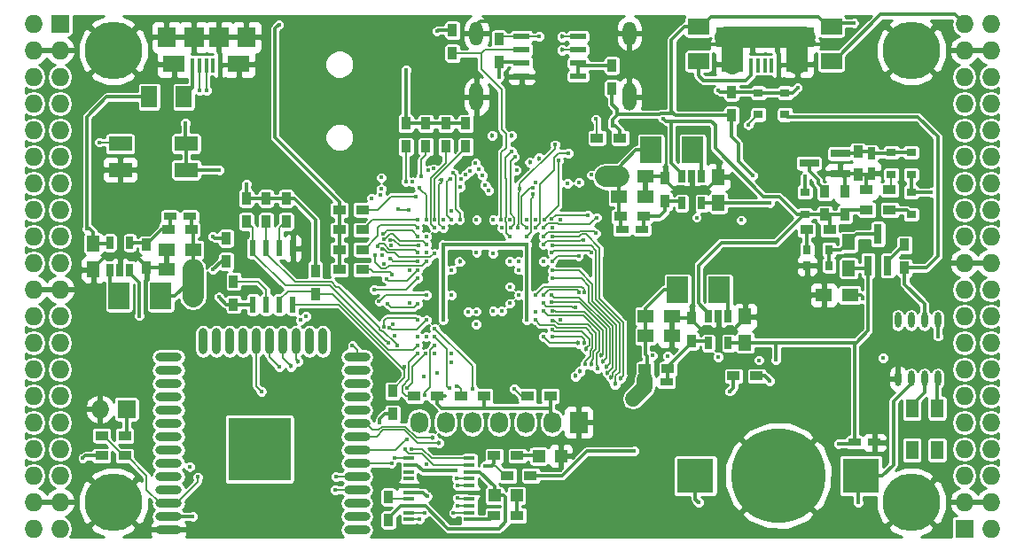
<source format=gbl>
G04 #@! TF.FileFunction,Copper,L4,Bot,Signal*
%FSLAX46Y46*%
G04 Gerber Fmt 4.6, Leading zero omitted, Abs format (unit mm)*
G04 Created by KiCad (PCBNEW 4.0.5+dfsg1-4) date Wed May 17 15:07:01 2017*
%MOMM*%
%LPD*%
G01*
G04 APERTURE LIST*
%ADD10C,0.100000*%
%ADD11R,3.500000X3.300000*%
%ADD12C,9.000000*%
%ADD13R,2.032000X1.524000*%
%ADD14R,2.000000X2.500000*%
%ADD15R,0.700000X1.200000*%
%ADD16R,1.250000X1.500000*%
%ADD17R,1.500000X1.250000*%
%ADD18R,1.524000X2.032000*%
%ADD19O,0.609600X1.473200*%
%ADD20R,0.800000X0.900000*%
%ADD21R,0.900000X0.800000*%
%ADD22R,0.800000X1.900000*%
%ADD23R,1.900000X0.800000*%
%ADD24R,1.200000X0.750000*%
%ADD25R,0.750000X1.200000*%
%ADD26R,1.200000X0.900000*%
%ADD27R,0.900000X1.200000*%
%ADD28O,1.300000X2.700000*%
%ADD29O,1.300000X2.300000*%
%ADD30R,0.600000X1.550000*%
%ADD31R,1.550000X0.600000*%
%ADD32O,2.500000X0.900000*%
%ADD33O,0.900000X2.500000*%
%ADD34R,6.000000X6.000000*%
%ADD35R,1.727200X1.727200*%
%ADD36O,1.727200X1.727200*%
%ADD37C,5.500000*%
%ADD38R,1.000000X0.400000*%
%ADD39R,1.200000X1.800000*%
%ADD40R,2.200000X1.400000*%
%ADD41R,1.727200X2.032000*%
%ADD42O,1.727200X2.032000*%
%ADD43R,1.198880X1.198880*%
%ADD44R,2.100000X1.600000*%
%ADD45R,1.900000X1.900000*%
%ADD46R,0.400000X1.350000*%
%ADD47R,1.800000X1.900000*%
%ADD48C,0.400000*%
%ADD49C,0.454000*%
%ADD50C,1.000000*%
%ADD51C,0.300000*%
%ADD52C,2.000000*%
%ADD53C,1.000000*%
%ADD54C,1.500000*%
%ADD55C,0.190000*%
%ADD56C,0.200000*%
%ADD57C,0.254000*%
G04 APERTURE END LIST*
D10*
D11*
X174390000Y-105870000D03*
X158590000Y-105870000D03*
D12*
X166490000Y-105870000D03*
D13*
X171570000Y-62944000D03*
X171570000Y-66246000D03*
D14*
X160870000Y-88090000D03*
X156870000Y-88090000D03*
D15*
X159825000Y-90600000D03*
X160775000Y-90600000D03*
X161725000Y-90600000D03*
X161725000Y-93200000D03*
X159825000Y-93200000D03*
D14*
X158330000Y-74755000D03*
X154330000Y-74755000D03*
D15*
X157285000Y-77235000D03*
X158235000Y-77235000D03*
X159185000Y-77235000D03*
X159185000Y-79835000D03*
X157285000Y-79835000D03*
D14*
X103530000Y-88725000D03*
X107530000Y-88725000D03*
D15*
X104575000Y-86215000D03*
X103625000Y-86215000D03*
X102675000Y-86215000D03*
X102675000Y-83615000D03*
X104575000Y-83615000D03*
D16*
X101085000Y-83665000D03*
X101085000Y-86165000D03*
D17*
X153810000Y-90630000D03*
X156310000Y-90630000D03*
X153810000Y-92535000D03*
X156310000Y-92535000D03*
D16*
X163315000Y-93150000D03*
X163315000Y-90650000D03*
D17*
X151270000Y-79200000D03*
X153770000Y-79200000D03*
X151270000Y-77295000D03*
X153770000Y-77295000D03*
D16*
X160775000Y-79815000D03*
X160775000Y-77315000D03*
D17*
X110590000Y-84280000D03*
X108090000Y-84280000D03*
X110590000Y-86185000D03*
X108090000Y-86185000D03*
D18*
X106419000Y-69675000D03*
X109721000Y-69675000D03*
D13*
X158870000Y-66246000D03*
X158870000Y-62944000D03*
D19*
X181730000Y-96599000D03*
X180460000Y-96599000D03*
X179190000Y-96599000D03*
X177920000Y-96599000D03*
X177920000Y-91011000D03*
X179190000Y-91011000D03*
X180460000Y-91011000D03*
X181730000Y-91011000D03*
D16*
X173221000Y-86038000D03*
X173221000Y-83538000D03*
D20*
X169250000Y-84280000D03*
X171350000Y-84280000D03*
D21*
X179190000Y-80885000D03*
X179190000Y-78785000D03*
X177285000Y-74975000D03*
X177285000Y-77075000D03*
X169030000Y-80885000D03*
X169030000Y-78785000D03*
D22*
X176965000Y-85780000D03*
X175065000Y-85780000D03*
X176015000Y-82780000D03*
D23*
X172435000Y-75075000D03*
X172435000Y-76975000D03*
X169435000Y-76025000D03*
D24*
X153910000Y-96910000D03*
X155810000Y-96910000D03*
X151570000Y-82375000D03*
X153470000Y-82375000D03*
X110290000Y-81105000D03*
X108390000Y-81105000D03*
D25*
X175380000Y-75075000D03*
X175380000Y-76975000D03*
D26*
X169200000Y-82375000D03*
X171400000Y-82375000D03*
D27*
X172840000Y-80935000D03*
X172840000Y-78735000D03*
D26*
X177115000Y-80470000D03*
X174915000Y-80470000D03*
D27*
X174110000Y-74925000D03*
X174110000Y-77125000D03*
X178555000Y-83815000D03*
X178555000Y-86015000D03*
X113785000Y-83180000D03*
X113785000Y-85380000D03*
X170935000Y-80935000D03*
X170935000Y-78735000D03*
X129280000Y-107900000D03*
X129280000Y-110100000D03*
D26*
X142825000Y-105870000D03*
X140625000Y-105870000D03*
X177115000Y-78565000D03*
X174915000Y-78565000D03*
X153760000Y-95640000D03*
X155960000Y-95640000D03*
X110440000Y-82375000D03*
X108240000Y-82375000D03*
X151420000Y-81105000D03*
X153620000Y-81105000D03*
D27*
X158235000Y-90800000D03*
X158235000Y-93000000D03*
X106165000Y-86015000D03*
X106165000Y-83815000D03*
X155695000Y-77465000D03*
X155695000Y-79665000D03*
D26*
X126782000Y-86185000D03*
X124582000Y-86185000D03*
X126782000Y-84279000D03*
X124582000Y-84279000D03*
X126782000Y-82375000D03*
X124582000Y-82375000D03*
X126782000Y-80470000D03*
X124582000Y-80470000D03*
D27*
X130930000Y-74417000D03*
X130930000Y-72217000D03*
X132835000Y-74417000D03*
X132835000Y-72217000D03*
X134740000Y-74417000D03*
X134740000Y-72217000D03*
X136645000Y-74417000D03*
X136645000Y-72217000D03*
D28*
X152280000Y-69650000D03*
X137680000Y-69650000D03*
D29*
X137680000Y-63600000D03*
X152280000Y-63600000D03*
D30*
X116325000Y-84120000D03*
X117595000Y-84120000D03*
X118865000Y-84120000D03*
X120135000Y-84120000D03*
X120135000Y-89520000D03*
X118865000Y-89520000D03*
X117595000Y-89520000D03*
X116325000Y-89520000D03*
D24*
X173795000Y-102695000D03*
X175695000Y-102695000D03*
D31*
X141980000Y-67705000D03*
X141980000Y-66435000D03*
X141980000Y-65165000D03*
X141980000Y-63895000D03*
X147380000Y-63895000D03*
X147380000Y-65165000D03*
X147380000Y-66435000D03*
X147380000Y-67705000D03*
D20*
X171350000Y-85804000D03*
X169250000Y-85804000D03*
D21*
X179190000Y-77075000D03*
X179190000Y-74975000D03*
D32*
X126260434Y-111030338D03*
X126260434Y-109760338D03*
X126260434Y-108490338D03*
X126260434Y-107220338D03*
X126260434Y-105950338D03*
X126260434Y-104680338D03*
X126260434Y-103410338D03*
X126260434Y-102140338D03*
X126260434Y-100870338D03*
X126260434Y-99600338D03*
X126260434Y-98330338D03*
X126260434Y-97060338D03*
X126260434Y-95790338D03*
X126260434Y-94520338D03*
D33*
X122975434Y-93030338D03*
X121705434Y-93030338D03*
X120435434Y-93030338D03*
X119165434Y-93030338D03*
X117895434Y-93030338D03*
X116625434Y-93030338D03*
X115355434Y-93030338D03*
X114085434Y-93030338D03*
X112815434Y-93030338D03*
X111545434Y-93030338D03*
D32*
X108260434Y-94520338D03*
X108260434Y-95790338D03*
X108260434Y-97060338D03*
X108260434Y-98330338D03*
X108260434Y-99600338D03*
X108260434Y-100870338D03*
X108260434Y-102140338D03*
X108260434Y-103410338D03*
X108260434Y-104680338D03*
X108260434Y-105950338D03*
X108260434Y-107220338D03*
X108260434Y-108490338D03*
X108260434Y-109760338D03*
X108260434Y-111030338D03*
D34*
X116960434Y-103330338D03*
D35*
X97910000Y-62690000D03*
D36*
X95370000Y-62690000D03*
X97910000Y-65230000D03*
X95370000Y-65230000D03*
X97910000Y-67770000D03*
X95370000Y-67770000D03*
X97910000Y-70310000D03*
X95370000Y-70310000D03*
X97910000Y-72850000D03*
X95370000Y-72850000D03*
X97910000Y-75390000D03*
X95370000Y-75390000D03*
X97910000Y-77930000D03*
X95370000Y-77930000D03*
X97910000Y-80470000D03*
X95370000Y-80470000D03*
X97910000Y-83010000D03*
X95370000Y-83010000D03*
X97910000Y-85550000D03*
X95370000Y-85550000D03*
X97910000Y-88090000D03*
X95370000Y-88090000D03*
X97910000Y-90630000D03*
X95370000Y-90630000D03*
X97910000Y-93170000D03*
X95370000Y-93170000D03*
X97910000Y-95710000D03*
X95370000Y-95710000D03*
X97910000Y-98250000D03*
X95370000Y-98250000D03*
X97910000Y-100790000D03*
X95370000Y-100790000D03*
X97910000Y-103330000D03*
X95370000Y-103330000D03*
X97910000Y-105870000D03*
X95370000Y-105870000D03*
X97910000Y-108410000D03*
X95370000Y-108410000D03*
X97910000Y-110950000D03*
X95370000Y-110950000D03*
D35*
X184270000Y-110950000D03*
D36*
X186810000Y-110950000D03*
X184270000Y-108410000D03*
X186810000Y-108410000D03*
X184270000Y-105870000D03*
X186810000Y-105870000D03*
X184270000Y-103330000D03*
X186810000Y-103330000D03*
X184270000Y-100790000D03*
X186810000Y-100790000D03*
X184270000Y-98250000D03*
X186810000Y-98250000D03*
X184270000Y-95710000D03*
X186810000Y-95710000D03*
X184270000Y-93170000D03*
X186810000Y-93170000D03*
X184270000Y-90630000D03*
X186810000Y-90630000D03*
X184270000Y-88090000D03*
X186810000Y-88090000D03*
X184270000Y-85550000D03*
X186810000Y-85550000D03*
X184270000Y-83010000D03*
X186810000Y-83010000D03*
X184270000Y-80470000D03*
X186810000Y-80470000D03*
X184270000Y-77930000D03*
X186810000Y-77930000D03*
X184270000Y-75390000D03*
X186810000Y-75390000D03*
X184270000Y-72850000D03*
X186810000Y-72850000D03*
X184270000Y-70310000D03*
X186810000Y-70310000D03*
X184270000Y-67770000D03*
X186810000Y-67770000D03*
X184270000Y-65230000D03*
X186810000Y-65230000D03*
X184270000Y-62690000D03*
X186810000Y-62690000D03*
D37*
X102990000Y-108410000D03*
X179190000Y-108410000D03*
X179190000Y-65230000D03*
X102990000Y-65230000D03*
D21*
X167125000Y-69260000D03*
X167125000Y-71360000D03*
X164585000Y-69260000D03*
X164585000Y-71360000D03*
D27*
X162045000Y-71410000D03*
X162045000Y-69210000D03*
X139820000Y-66330000D03*
X139820000Y-64130000D03*
X135375000Y-63300000D03*
X135375000Y-65500000D03*
X150615000Y-68870000D03*
X150615000Y-66670000D03*
D26*
X151380000Y-73600000D03*
X149180000Y-73600000D03*
D38*
X137005000Y-104215000D03*
X137005000Y-104865000D03*
X137005000Y-105515000D03*
X137005000Y-106165000D03*
X137005000Y-106815000D03*
X137005000Y-107465000D03*
X137005000Y-108115000D03*
X137005000Y-108765000D03*
X137005000Y-109415000D03*
X137005000Y-110065000D03*
X131205000Y-110065000D03*
X131205000Y-109415000D03*
X131205000Y-108765000D03*
X131205000Y-108115000D03*
X131205000Y-107465000D03*
X131205000Y-106815000D03*
X131205000Y-106165000D03*
X131205000Y-105515000D03*
X131205000Y-104865000D03*
X131205000Y-104215000D03*
D27*
X119500000Y-79370000D03*
X119500000Y-81570000D03*
X114480000Y-89500000D03*
X114480000Y-87300000D03*
X129660000Y-99985000D03*
X129660000Y-97785000D03*
X117595000Y-79370000D03*
X117595000Y-81570000D03*
X122280000Y-86300000D03*
X122280000Y-88500000D03*
X115690000Y-79370000D03*
X115690000Y-81570000D03*
D26*
X144730000Y-98250000D03*
X142530000Y-98250000D03*
X138380000Y-98250000D03*
X136180000Y-98250000D03*
X133935000Y-98250000D03*
X131735000Y-98250000D03*
X101890000Y-103965000D03*
X104090000Y-103965000D03*
D39*
X179260000Y-99425000D03*
X179260000Y-103425000D03*
X181660000Y-103425000D03*
X181660000Y-99425000D03*
D40*
X109950000Y-76640000D03*
X103650000Y-76640000D03*
X103650000Y-74140000D03*
X109950000Y-74140000D03*
D35*
X104260000Y-99520000D03*
D36*
X101720000Y-99520000D03*
D41*
X147440000Y-100790000D03*
D42*
X144900000Y-100790000D03*
X142360000Y-100790000D03*
X139820000Y-100790000D03*
X137280000Y-100790000D03*
X134740000Y-100790000D03*
X132200000Y-100790000D03*
D26*
X101890000Y-102060000D03*
X104090000Y-102060000D03*
D43*
X143630980Y-104000000D03*
X145729020Y-104000000D03*
X141504020Y-107775000D03*
X139405980Y-107775000D03*
D26*
X139355000Y-103965000D03*
X141555000Y-103965000D03*
X139355000Y-109680000D03*
X141555000Y-109680000D03*
D44*
X108780000Y-66510000D03*
X114980000Y-66510000D03*
D45*
X110680000Y-63960000D03*
X113080000Y-63960000D03*
D46*
X110580000Y-66635000D03*
X111230000Y-66635000D03*
X111880000Y-66635000D03*
X112530000Y-66635000D03*
X113180000Y-66635000D03*
D47*
X108080000Y-63960000D03*
X115680000Y-63960000D03*
D44*
X162120000Y-66510000D03*
X168320000Y-66510000D03*
D45*
X164020000Y-63960000D03*
X166420000Y-63960000D03*
D46*
X163920000Y-66635000D03*
X164570000Y-66635000D03*
X165220000Y-66635000D03*
X165870000Y-66635000D03*
X166520000Y-66635000D03*
D47*
X161420000Y-63960000D03*
X169020000Y-63960000D03*
D17*
X173330000Y-88600000D03*
X170830000Y-88600000D03*
D26*
X164415000Y-96345000D03*
X162215000Y-96345000D03*
D48*
X124080000Y-111613469D03*
X112935911Y-99344089D03*
X131254529Y-86251357D03*
X166480000Y-85600000D03*
X146602990Y-71792990D03*
X141828352Y-71792990D03*
X144966727Y-71792990D03*
X143392702Y-71792990D03*
X147987057Y-71792990D03*
X159480000Y-64600000D03*
X161995000Y-77315000D03*
X164978793Y-81224197D03*
X140880000Y-81400000D03*
X106080000Y-76600000D03*
X119500000Y-77930000D03*
X136085174Y-89394826D03*
X109340000Y-77930000D03*
X145680000Y-91000000D03*
X135280000Y-80600000D03*
X145680000Y-81400000D03*
X177280000Y-82200000D03*
X139080000Y-69600000D03*
X120430000Y-97050000D03*
X150080000Y-81600000D03*
X161080000Y-81400000D03*
X156280000Y-81200000D03*
X129680000Y-106600000D03*
X131280000Y-89400000D03*
X162560000Y-95000000D03*
X158080000Y-94600000D03*
X133690245Y-94180159D03*
D49*
X139312644Y-91359700D03*
D48*
X140874194Y-91433353D03*
X145680000Y-85422010D03*
X132880424Y-84565132D03*
X144080000Y-84600000D03*
X145680000Y-94200000D03*
X135280000Y-95000000D03*
X135280000Y-94200000D03*
X142480000Y-94200000D03*
X140880000Y-93400000D03*
X139280000Y-93400000D03*
X137680000Y-93400000D03*
X136080000Y-93400000D03*
X136880000Y-92600000D03*
X135280000Y-92600000D03*
X132880000Y-91800000D03*
X132880000Y-93400000D03*
X132880000Y-82200000D03*
D49*
X141042859Y-86994997D03*
X139280000Y-87000000D03*
X136110990Y-86995403D03*
X139280000Y-88600000D03*
X137680000Y-87000000D03*
X136080000Y-84600000D03*
D48*
X132955035Y-107839890D03*
X100476549Y-82262641D03*
X173680000Y-62600000D03*
X150641998Y-72427990D03*
X164080000Y-77200000D03*
X165680000Y-79800000D03*
X166280000Y-94800000D03*
X172280000Y-102800000D03*
X113118284Y-76646896D03*
X181730000Y-92550000D03*
X109880000Y-72200000D03*
X112515000Y-83010000D03*
X165680000Y-96800000D03*
X133880000Y-63400000D03*
X148639876Y-77124934D03*
X181065000Y-78785000D03*
X128441330Y-100795881D03*
X162950497Y-81440902D03*
X174587990Y-88973349D03*
X110529662Y-109760338D03*
X110280000Y-105000000D03*
X100080000Y-104200000D03*
X115690000Y-78010000D03*
X113080000Y-88800000D03*
X139820000Y-67770000D03*
X164653770Y-94825547D03*
X160734802Y-94505582D03*
X155945719Y-94444824D03*
X154480000Y-94400000D03*
X158680000Y-81200000D03*
X176480000Y-94600000D03*
D50*
X149710735Y-77289735D03*
D48*
X137665894Y-91402446D03*
X135273306Y-88618602D03*
X139272517Y-84611349D03*
X137680556Y-84534085D03*
X141680000Y-86200000D03*
X135280000Y-86200000D03*
X132880000Y-92600000D03*
X132080000Y-92600000D03*
X141680000Y-88600000D03*
X141680000Y-85400000D03*
D50*
X152621047Y-98519969D03*
D48*
X136885174Y-90194826D03*
X140094890Y-90122990D03*
X139280000Y-90122990D03*
X140880000Y-89400000D03*
X137680000Y-90172990D03*
X140880000Y-87800000D03*
X140880000Y-85400000D03*
D49*
X136080000Y-85400000D03*
D48*
X129708451Y-91353881D03*
X121408624Y-90632457D03*
X129813284Y-92511909D03*
X120880000Y-91000000D03*
D50*
X110593658Y-88756708D03*
D48*
X142480000Y-91000000D03*
X142480000Y-83800000D03*
X134480000Y-83800000D03*
X134480000Y-91000000D03*
X155480000Y-71722990D03*
X105480000Y-90600000D03*
X174110000Y-108410000D03*
X158870000Y-108410000D03*
X137288700Y-97538741D03*
X135884156Y-106800406D03*
X133680000Y-91800000D03*
D49*
X134074414Y-102752225D03*
D48*
X135085458Y-97531790D03*
X135855186Y-108022639D03*
D49*
X133449289Y-102232615D03*
D48*
X133680000Y-92600000D03*
X132752670Y-98178947D03*
X129563728Y-104680338D03*
X132918584Y-104800000D03*
X135853254Y-108792386D03*
X133685668Y-93402482D03*
X131029139Y-97490597D03*
X132846234Y-94197073D03*
X131019992Y-102364188D03*
X135471949Y-109409592D03*
X118810854Y-62760893D03*
X130927442Y-67119621D03*
D49*
X145851858Y-65189228D03*
D48*
X149080000Y-71792990D03*
D49*
X145873729Y-63920849D03*
D48*
X143680000Y-63900000D03*
X140035989Y-81400000D03*
X129095296Y-87048250D03*
X132077895Y-86214963D03*
X117121665Y-97817265D03*
X118843798Y-95498222D03*
D49*
X119978162Y-95412951D03*
X120634035Y-94977604D03*
D48*
X168332253Y-68794691D03*
X160775000Y-69040000D03*
X147480000Y-77822010D03*
X146387166Y-77918991D03*
X131453853Y-103296209D03*
D49*
X148653935Y-95239949D03*
D48*
X144885216Y-91021238D03*
D49*
X149619858Y-94378867D03*
D48*
X144885689Y-90132858D03*
D49*
X150895161Y-97104924D03*
D48*
X144890381Y-83866022D03*
D49*
X151426924Y-96525191D03*
D48*
X144894101Y-83022010D03*
D49*
X150518912Y-96497510D03*
D48*
X144901285Y-86268736D03*
D49*
X150197861Y-96013257D03*
D48*
X144888562Y-86993817D03*
D49*
X150072035Y-95446034D03*
D48*
X144877648Y-88622010D03*
D49*
X149779241Y-94944191D03*
D48*
X144869421Y-89288847D03*
D49*
X148110244Y-93760618D03*
D48*
X144882782Y-91877646D03*
D49*
X147402091Y-93209005D03*
D48*
X144080000Y-92600000D03*
D49*
X147982902Y-93193733D03*
D48*
X144882352Y-92577990D03*
X130807074Y-95454141D03*
X130124012Y-93413277D03*
X132080000Y-93400000D03*
X129280000Y-93200000D03*
X133919980Y-96038729D03*
X141280000Y-97600000D03*
X132637131Y-96383903D03*
X135770000Y-97338127D03*
X132080000Y-94200000D03*
X128653889Y-84753362D03*
X111080000Y-106000000D03*
X129212186Y-89483335D03*
X132080000Y-89444020D03*
X130839486Y-103354982D03*
X129880000Y-104200000D03*
X128368806Y-89230204D03*
X132880000Y-88600000D03*
X135778649Y-106163691D03*
X127885556Y-88096503D03*
X124253981Y-105982535D03*
X132080000Y-87000000D03*
X125827283Y-93452662D03*
X124202418Y-107207639D03*
D49*
X139185419Y-73378045D03*
X141029139Y-73391006D03*
X143625670Y-75521246D03*
X142775852Y-75939146D03*
D48*
X132230517Y-110025582D03*
X111880000Y-69040000D03*
X132748035Y-109420684D03*
X111230000Y-69025000D03*
X135158117Y-77502884D03*
X135274882Y-81390604D03*
X134546021Y-81390604D03*
X133091535Y-76687359D03*
X133595078Y-76531839D03*
X128595255Y-77377807D03*
X127643658Y-79355564D03*
X128515897Y-78994176D03*
X128569727Y-78469921D03*
X131565025Y-77790995D03*
X132210454Y-78375833D03*
X132857990Y-81390526D03*
X128777156Y-82759758D03*
X132084821Y-82977990D03*
X128853749Y-83281175D03*
X132886504Y-83777990D03*
X129438897Y-83319395D03*
X132117443Y-83866021D03*
X128212022Y-83931295D03*
X132079996Y-84503337D03*
X128694529Y-84227919D03*
X133671942Y-84595200D03*
X127967496Y-84773215D03*
X132875802Y-85421990D03*
D49*
X147131990Y-96348010D03*
X147526704Y-95921658D03*
D48*
X148074116Y-95229326D03*
X143280000Y-91000000D03*
X149207706Y-95605291D03*
X144082424Y-90132858D03*
X147125926Y-89802879D03*
X144035793Y-89397606D03*
X143281824Y-90201951D03*
X144080517Y-85397219D03*
X147422472Y-84858593D03*
X144886544Y-85385186D03*
X149110027Y-82710554D03*
X144080000Y-83000000D03*
X144885092Y-82177990D03*
X147470668Y-88324835D03*
X144082832Y-88584510D03*
X147997681Y-88324844D03*
X143278026Y-88595030D03*
X149131913Y-81202010D03*
X144076901Y-82186448D03*
X148337768Y-80975785D03*
X144866392Y-81333979D03*
X139280000Y-81400000D03*
X138857381Y-78600803D03*
X138474753Y-78117762D03*
X138223359Y-77164182D03*
X137589337Y-75974186D03*
X137906348Y-76577236D03*
X137680000Y-81400000D03*
X137023753Y-76742518D03*
X136645199Y-77109176D03*
X136170384Y-77530992D03*
X136102010Y-78268593D03*
X135473781Y-76949230D03*
X136080000Y-81400000D03*
X148668800Y-84550312D03*
X144877691Y-84532933D03*
X147904113Y-83328694D03*
X144080000Y-83800000D03*
X143020312Y-78979262D03*
X142473549Y-82998913D03*
X143087229Y-78375187D03*
X142457990Y-82191394D03*
X145494004Y-75718570D03*
X144146021Y-81374784D03*
X143323210Y-77837480D03*
X146456648Y-75056695D03*
X143302010Y-82194992D03*
X143302010Y-81381735D03*
X141820108Y-78446944D03*
X145172870Y-74240536D03*
X141657990Y-82130345D03*
X142457990Y-81382236D03*
X140080000Y-82200000D03*
X141499915Y-76647924D03*
X141046643Y-74873804D03*
X140864029Y-83041403D03*
X140924011Y-82179283D03*
X141329877Y-75415642D03*
X129594186Y-86638732D03*
X132880000Y-83000000D03*
X132080000Y-82177990D03*
X132080000Y-81400000D03*
X131880000Y-79200000D03*
X130919839Y-77742623D03*
X132397609Y-77214811D03*
X133680000Y-82200000D03*
X133702010Y-81400000D03*
X129354999Y-91744794D03*
X132880000Y-91000000D03*
X128834973Y-91659271D03*
X132077648Y-90977990D03*
X130173445Y-80398223D03*
X131180000Y-80500000D03*
X129457872Y-85128393D03*
X132079620Y-85370951D03*
X134314106Y-77564232D03*
X163632576Y-72315545D03*
X134480000Y-82200000D03*
X138500159Y-104911875D03*
X135680000Y-105400000D03*
X152728307Y-103529015D03*
X169030000Y-77295000D03*
X129547441Y-83835108D03*
X128811330Y-85672734D03*
X101680000Y-74000000D03*
X112515000Y-86185000D03*
X161880000Y-97800000D03*
D51*
X168346000Y-85600000D02*
X166480000Y-85600000D01*
X169250000Y-85804000D02*
X168550000Y-85804000D01*
X168550000Y-85804000D02*
X168346000Y-85600000D01*
X160775000Y-77315000D02*
X161995000Y-77315000D01*
X105090000Y-76600000D02*
X106080000Y-76600000D01*
X103650000Y-76640000D02*
X105050000Y-76640000D01*
X105050000Y-76640000D02*
X105090000Y-76600000D01*
X139080000Y-69600000D02*
X137730000Y-69600000D01*
X137730000Y-69600000D02*
X137680000Y-69650000D01*
X150130000Y-62400000D02*
X151330000Y-63600000D01*
X151330000Y-63600000D02*
X152280000Y-63600000D01*
X138080000Y-62400000D02*
X150130000Y-62400000D01*
X137680000Y-62800000D02*
X138080000Y-62400000D01*
X137680000Y-63600000D02*
X137680000Y-62800000D01*
X137680000Y-63600000D02*
X137680000Y-63000000D01*
X166520000Y-66635000D02*
X168195000Y-66635000D01*
X168195000Y-66635000D02*
X168320000Y-66510000D01*
X134345000Y-107465000D02*
X133695000Y-106815000D01*
X133695000Y-106815000D02*
X131205000Y-106815000D01*
X137005000Y-107465000D02*
X134345000Y-107465000D01*
X130190000Y-106600000D02*
X129680000Y-106600000D01*
X131205000Y-106815000D02*
X130405000Y-106815000D01*
X130405000Y-106815000D02*
X130190000Y-106600000D01*
X170080000Y-64600000D02*
X170680000Y-64600000D01*
X169020000Y-63960000D02*
X169440000Y-63960000D01*
X169440000Y-63960000D02*
X170080000Y-64600000D01*
X169020000Y-63960000D02*
X169240000Y-63960000D01*
X160480000Y-64600000D02*
X159480000Y-64600000D01*
X161120000Y-63960000D02*
X160480000Y-64600000D01*
X161420000Y-63960000D02*
X161120000Y-63960000D01*
X169240000Y-63960000D02*
X169880000Y-64600000D01*
D52*
X161420000Y-63960000D02*
X169020000Y-63960000D01*
X162120000Y-66510000D02*
X162120000Y-64660000D01*
D51*
X162120000Y-64660000D02*
X161420000Y-63960000D01*
D52*
X168320000Y-66510000D02*
X168320000Y-64660000D01*
D51*
X168320000Y-64660000D02*
X169020000Y-63960000D01*
X102210000Y-84915000D02*
X103625000Y-84915000D01*
X103625000Y-84915000D02*
X105215000Y-84915000D01*
X103625000Y-86215000D02*
X103625000Y-84915000D01*
X105215000Y-84915000D02*
X106165000Y-85865000D01*
X106165000Y-85865000D02*
X106165000Y-86015000D01*
X101085000Y-86165000D02*
X101085000Y-86040000D01*
X101085000Y-86040000D02*
X102210000Y-84915000D01*
X106165000Y-86015000D02*
X107920000Y-86015000D01*
X107920000Y-86015000D02*
X108090000Y-86185000D01*
X139085645Y-91132701D02*
X139312644Y-91359700D01*
X138480000Y-89400000D02*
X138480000Y-90527056D01*
X139280000Y-88600000D02*
X138480000Y-89400000D01*
X138480000Y-90527056D02*
X139085645Y-91132701D01*
X153770000Y-77295000D02*
X155525000Y-77295000D01*
X155525000Y-77295000D02*
X155695000Y-77465000D01*
X153770000Y-79200000D02*
X153770000Y-77295000D01*
X174110000Y-77125000D02*
X174745000Y-77125000D01*
X174745000Y-77125000D02*
X175230000Y-77125000D01*
X174915000Y-78565000D02*
X174915000Y-77295000D01*
X174915000Y-77295000D02*
X174745000Y-77125000D01*
X172840000Y-78735000D02*
X172840000Y-77380000D01*
X172840000Y-77380000D02*
X172435000Y-76975000D01*
X175230000Y-77125000D02*
X175380000Y-76975000D01*
X172435000Y-76975000D02*
X173960000Y-76975000D01*
X173960000Y-76975000D02*
X174110000Y-77125000D01*
X137680000Y-86200000D02*
X137680000Y-86600000D01*
X136080000Y-84600000D02*
X137680000Y-86200000D01*
X159850000Y-78365000D02*
X158235000Y-78365000D01*
X158235000Y-78365000D02*
X156445000Y-78365000D01*
X158235000Y-77235000D02*
X158235000Y-78365000D01*
X160775000Y-77315000D02*
X160775000Y-77440000D01*
X160775000Y-77440000D02*
X159850000Y-78365000D01*
X156445000Y-78365000D02*
X155695000Y-77615000D01*
X155695000Y-77615000D02*
X155695000Y-77465000D01*
X156310000Y-90630000D02*
X156310000Y-92535000D01*
X158235000Y-90800000D02*
X156480000Y-90800000D01*
X156480000Y-90800000D02*
X156310000Y-90630000D01*
X163315000Y-90650000D02*
X163315000Y-90834602D01*
X163315000Y-90834602D02*
X162249602Y-91900000D01*
X162249602Y-91900000D02*
X160775000Y-91900000D01*
X101085000Y-86165000D02*
X101085000Y-85929893D01*
X106165000Y-85944374D02*
X106165000Y-86015000D01*
X159185000Y-91900000D02*
X160775000Y-91900000D01*
X160775000Y-90600000D02*
X160775000Y-91900000D01*
X158235000Y-90800000D02*
X158235000Y-90950000D01*
X158235000Y-90950000D02*
X159185000Y-91900000D01*
X108090000Y-84280000D02*
X108090000Y-86185000D01*
X107625000Y-84745000D02*
X108090000Y-84280000D01*
X108070000Y-84260000D02*
X108090000Y-84280000D01*
X141037856Y-87000000D02*
X141042859Y-86994997D01*
X139280000Y-87000000D02*
X141037856Y-87000000D01*
X136432016Y-86995403D02*
X136110990Y-86995403D01*
X137284597Y-86995403D02*
X136432016Y-86995403D01*
X137680000Y-86600000D02*
X137284597Y-86995403D01*
X137680000Y-86600000D02*
X137680000Y-87000000D01*
X132755036Y-107639891D02*
X132955035Y-107839890D01*
X131205000Y-107465000D02*
X132580145Y-107465000D01*
X132580145Y-107465000D02*
X132755036Y-107639891D01*
X101085000Y-82615000D02*
X100732641Y-82262641D01*
X101085000Y-83665000D02*
X101085000Y-82615000D01*
X100732641Y-82262641D02*
X100476549Y-82262641D01*
X100476549Y-82200000D02*
X100476549Y-82262641D01*
X100476549Y-71553451D02*
X100476549Y-82200000D01*
X106419000Y-69675000D02*
X102355000Y-69675000D01*
X102355000Y-69675000D02*
X100476549Y-71553451D01*
X155181038Y-71315988D02*
X151164012Y-71315988D01*
X156515988Y-71245988D02*
X155251038Y-71245988D01*
X156680000Y-71410000D02*
X156515988Y-71245988D01*
X151164012Y-71315988D02*
X151080000Y-71400000D01*
X155251038Y-71245988D02*
X155181038Y-71315988D01*
X158870000Y-62944000D02*
X157554000Y-62944000D01*
X157554000Y-62944000D02*
X156306476Y-64191524D01*
X156306476Y-64191524D02*
X156306476Y-71036476D01*
X156306476Y-71036476D02*
X156680000Y-71410000D01*
X173680000Y-62600000D02*
X171914000Y-62600000D01*
X171914000Y-62600000D02*
X171570000Y-62944000D01*
X171570000Y-62944000D02*
X171224000Y-62944000D01*
X171224000Y-62944000D02*
X170280000Y-62000000D01*
X159136000Y-62944000D02*
X158870000Y-62944000D01*
X170280000Y-62000000D02*
X160080000Y-62000000D01*
X160080000Y-62000000D02*
X159136000Y-62944000D01*
X162045000Y-71410000D02*
X156680000Y-71410000D01*
X150641998Y-71838002D02*
X150641998Y-72145148D01*
X150924840Y-72427990D02*
X150641998Y-72427990D01*
X150641998Y-72145148D02*
X150641998Y-72427990D01*
X151380000Y-72850000D02*
X150957990Y-72427990D01*
X150957990Y-72427990D02*
X150924840Y-72427990D01*
X151080000Y-71400000D02*
X150641998Y-71838002D01*
X151380000Y-73600000D02*
X151380000Y-72850000D01*
X162680000Y-74120000D02*
X162680000Y-75800000D01*
X162680000Y-75800000D02*
X164080000Y-77200000D01*
X165680000Y-79800000D02*
X160790000Y-79800000D01*
X160790000Y-79800000D02*
X160775000Y-79815000D01*
X166280000Y-93150000D02*
X173930000Y-93150000D01*
X163315000Y-93150000D02*
X166280000Y-93150000D01*
X166280000Y-93150000D02*
X166280000Y-94800000D01*
X173795000Y-102695000D02*
X173795000Y-93285000D01*
X173795000Y-93285000D02*
X173930000Y-93150000D01*
X160775000Y-79940000D02*
X160775000Y-79815000D01*
X175065000Y-92015000D02*
X175065000Y-85780000D01*
X173930000Y-93150000D02*
X175065000Y-92015000D01*
X164925000Y-93150000D02*
X164240000Y-93150000D01*
X164240000Y-93150000D02*
X163315000Y-93150000D01*
X172280000Y-102800000D02*
X173690000Y-102800000D01*
X173690000Y-102800000D02*
X173795000Y-102695000D01*
X101085000Y-83665000D02*
X101085000Y-83790000D01*
X151080000Y-71400000D02*
X151080000Y-70838120D01*
X151080000Y-70838120D02*
X150615000Y-70373120D01*
X150615000Y-70373120D02*
X150615000Y-69995990D01*
X150615000Y-69995990D02*
X150615000Y-68870000D01*
X159185000Y-79835000D02*
X160755000Y-79835000D01*
X160755000Y-79835000D02*
X160775000Y-79815000D01*
X161725000Y-93200000D02*
X163265000Y-93200000D01*
X163265000Y-93200000D02*
X163315000Y-93150000D01*
X173221000Y-86038000D02*
X174807000Y-86038000D01*
X174807000Y-86038000D02*
X175065000Y-85780000D01*
X162045000Y-71410000D02*
X162045000Y-73485000D01*
X162045000Y-73485000D02*
X162680000Y-74120000D01*
X101085000Y-83665000D02*
X102625000Y-83665000D01*
X102625000Y-83665000D02*
X102675000Y-83615000D01*
X171570000Y-66246000D02*
X171824000Y-66246000D01*
X171824000Y-66246000D02*
X176270000Y-61800000D01*
X176270000Y-61800000D02*
X183380000Y-61800000D01*
X183380000Y-61800000D02*
X184270000Y-62690000D01*
X113111388Y-76640000D02*
X113118284Y-76646896D01*
X109950000Y-76640000D02*
X113111388Y-76640000D01*
X181730000Y-91011000D02*
X181730000Y-92550000D01*
X109880000Y-72200000D02*
X109880000Y-74070000D01*
X109880000Y-74070000D02*
X109950000Y-74140000D01*
X137080000Y-99400000D02*
X138480000Y-99400000D01*
X138480000Y-99400000D02*
X144730000Y-99400000D01*
X138380000Y-98250000D02*
X138380000Y-99300000D01*
X138380000Y-99300000D02*
X138480000Y-99400000D01*
X144730000Y-98250000D02*
X144730000Y-99400000D01*
X144730000Y-99400000D02*
X144730000Y-100620000D01*
X134335000Y-99400000D02*
X137080000Y-99400000D01*
X133935000Y-98250000D02*
X133935000Y-99000000D01*
X133935000Y-99000000D02*
X134335000Y-99400000D01*
X133935000Y-98250000D02*
X134714151Y-98250000D01*
X164415000Y-96345000D02*
X165225000Y-96345000D01*
X165225000Y-96345000D02*
X165680000Y-96800000D01*
X113785000Y-83180000D02*
X112685000Y-83180000D01*
X112685000Y-83180000D02*
X112515000Y-83010000D01*
X133980000Y-63300000D02*
X133880000Y-63400000D01*
X135375000Y-63300000D02*
X133980000Y-63300000D01*
X122280000Y-86300000D02*
X122280000Y-81400000D01*
X122280000Y-81400000D02*
X120250000Y-79370000D01*
X120250000Y-79370000D02*
X119500000Y-79370000D01*
X179190000Y-78785000D02*
X181065000Y-78785000D01*
X128441330Y-100513039D02*
X128441330Y-100795881D01*
X128441330Y-100453670D02*
X128441330Y-100513039D01*
X129660000Y-99985000D02*
X128910000Y-99985000D01*
X128910000Y-99985000D02*
X128441330Y-100453670D01*
X174380000Y-88600000D02*
X174587990Y-88807990D01*
X174587990Y-88807990D02*
X174587990Y-88973349D01*
X173330000Y-88600000D02*
X174380000Y-88600000D01*
X109950000Y-76640000D02*
X109950000Y-74140000D01*
X108260434Y-109760338D02*
X110529662Y-109760338D01*
X179190000Y-77075000D02*
X179190000Y-78785000D01*
X100315000Y-103965000D02*
X100080000Y-104200000D01*
X101890000Y-103965000D02*
X100315000Y-103965000D01*
X115690000Y-79370000D02*
X115690000Y-78010000D01*
X117595000Y-79370000D02*
X119500000Y-79370000D01*
X115690000Y-79370000D02*
X117595000Y-79370000D01*
X114480000Y-89500000D02*
X113780000Y-89500000D01*
X113780000Y-89500000D02*
X113080000Y-88800000D01*
X114480000Y-89500000D02*
X116305000Y-89500000D01*
X116305000Y-89500000D02*
X116325000Y-89520000D01*
X144900000Y-98250000D02*
X144730000Y-98250000D01*
X138380000Y-98250000D02*
X138530000Y-98250000D01*
X144730000Y-100620000D02*
X144900000Y-100790000D01*
X135325000Y-63350000D02*
X135375000Y-63300000D01*
X139820000Y-66330000D02*
X141875000Y-66330000D01*
X141875000Y-66330000D02*
X141980000Y-66435000D01*
X139820000Y-66330000D02*
X139820000Y-67770000D01*
D53*
X151270000Y-77295000D02*
X151264735Y-77289735D01*
D52*
X151264735Y-77289735D02*
X149993577Y-77289735D01*
D53*
X149993577Y-77289735D02*
X149710735Y-77289735D01*
D51*
X151270000Y-77295000D02*
X151270000Y-76370000D01*
X152885000Y-74755000D02*
X153030000Y-74755000D01*
X151270000Y-76370000D02*
X152885000Y-74755000D01*
X153030000Y-74755000D02*
X154330000Y-74755000D01*
X151420000Y-81105000D02*
X151420000Y-82225000D01*
X151420000Y-82225000D02*
X151570000Y-82375000D01*
X151270000Y-79200000D02*
X151270000Y-80955000D01*
X151270000Y-80955000D02*
X151420000Y-81105000D01*
X151270000Y-77295000D02*
X151270000Y-79200000D01*
X151790000Y-76775000D02*
X151270000Y-77295000D01*
X160870000Y-88090000D02*
X161725000Y-88945000D01*
X161725000Y-88945000D02*
X161725000Y-90600000D01*
X159185000Y-77235000D02*
X159185000Y-75610000D01*
X159185000Y-75610000D02*
X158330000Y-74755000D01*
D54*
X153121046Y-98019970D02*
X152621047Y-98519969D01*
X153733519Y-97407497D02*
X153121046Y-98019970D01*
X153733519Y-96686345D02*
X153733519Y-97407497D01*
D51*
X154110000Y-95710000D02*
X154110000Y-96385000D01*
X156870000Y-88090000D02*
X155570000Y-88090000D01*
X155570000Y-88090000D02*
X153810000Y-89850000D01*
X153810000Y-89850000D02*
X153810000Y-90630000D01*
X153960000Y-94440000D02*
X153960000Y-95560000D01*
X153960000Y-95560000D02*
X154110000Y-95710000D01*
X153810000Y-92535000D02*
X153810000Y-94290000D01*
X153810000Y-94290000D02*
X153960000Y-94440000D01*
X153810000Y-92535000D02*
X153810000Y-90630000D01*
X153695000Y-90515000D02*
X153810000Y-90630000D01*
X155960000Y-95640000D02*
X155960000Y-96760000D01*
X155960000Y-96760000D02*
X155810000Y-96910000D01*
X156010000Y-95375000D02*
X158235000Y-93150000D01*
X156010000Y-95710000D02*
X156010000Y-95375000D01*
X158235000Y-93150000D02*
X158235000Y-93000000D01*
X158235000Y-93000000D02*
X159625000Y-93000000D01*
X159625000Y-93000000D02*
X159825000Y-93200000D01*
X110590000Y-88753050D02*
X110593658Y-88756708D01*
D52*
X110590000Y-86185000D02*
X110590000Y-88753050D01*
D51*
X107530000Y-88725000D02*
X108830000Y-88725000D01*
X108830000Y-88725000D02*
X110590000Y-86965000D01*
X110590000Y-86965000D02*
X110590000Y-86185000D01*
X142480000Y-83800000D02*
X142480000Y-91000000D01*
X134480000Y-83800000D02*
X142480000Y-83800000D01*
X134480000Y-91000000D02*
X134480000Y-83800000D01*
X110440000Y-82375000D02*
X110440000Y-81255000D01*
X110440000Y-81255000D02*
X110290000Y-81105000D01*
X110590000Y-84280000D02*
X110590000Y-82525000D01*
X110590000Y-82525000D02*
X110440000Y-82375000D01*
X110590000Y-86185000D02*
X110590000Y-84280000D01*
X110070000Y-86705000D02*
X110590000Y-86185000D01*
X102675000Y-86215000D02*
X102675000Y-87870000D01*
X102675000Y-87870000D02*
X103530000Y-88725000D01*
X155679999Y-71922989D02*
X155480000Y-71722990D01*
X155757010Y-72000000D02*
X155679999Y-71922989D01*
X156280000Y-72000000D02*
X155757010Y-72000000D01*
X156280000Y-72000000D02*
X160080000Y-72000000D01*
X160080000Y-72000000D02*
X160459361Y-72379361D01*
X160459361Y-72379361D02*
X160459361Y-74579361D01*
X160459361Y-74579361D02*
X165080000Y-79200000D01*
X165080000Y-79200000D02*
X166595000Y-79200000D01*
X166595000Y-79200000D02*
X168280000Y-80885000D01*
X168280000Y-80885000D02*
X169030000Y-80885000D01*
X105480000Y-87400000D02*
X105480000Y-90600000D01*
X104575000Y-86495000D02*
X105480000Y-87400000D01*
X104575000Y-86215000D02*
X104575000Y-86495000D01*
X156280000Y-75980000D02*
X156280000Y-72000000D01*
X157285000Y-77235000D02*
X157285000Y-76985000D01*
X157285000Y-76985000D02*
X156280000Y-75980000D01*
X159825000Y-90600000D02*
X159825000Y-90345000D01*
X159825000Y-90345000D02*
X158880000Y-89400000D01*
X158880000Y-89400000D02*
X158880000Y-85800000D01*
X158880000Y-85800000D02*
X161080000Y-83600000D01*
X161080000Y-83600000D02*
X166265000Y-83600000D01*
X166265000Y-83600000D02*
X168980000Y-80885000D01*
X168980000Y-80885000D02*
X169030000Y-80885000D01*
X169030000Y-80885000D02*
X170885000Y-80885000D01*
X170885000Y-80885000D02*
X170935000Y-80935000D01*
X170935000Y-80935000D02*
X171570000Y-80935000D01*
X171570000Y-80935000D02*
X172840000Y-80935000D01*
X171400000Y-82375000D02*
X171400000Y-81105000D01*
X171400000Y-81105000D02*
X171570000Y-80935000D01*
X174915000Y-80470000D02*
X173305000Y-80470000D01*
X173305000Y-80470000D02*
X172840000Y-80935000D01*
X153620000Y-81105000D02*
X155155000Y-81105000D01*
X155155000Y-81105000D02*
X155695000Y-80565000D01*
X155695000Y-80565000D02*
X155695000Y-79665000D01*
X153620000Y-81105000D02*
X153620000Y-82225000D01*
X153620000Y-82225000D02*
X153470000Y-82375000D01*
X155695000Y-79665000D02*
X157115000Y-79665000D01*
X157115000Y-79665000D02*
X157285000Y-79835000D01*
X155525000Y-79835000D02*
X155695000Y-79665000D01*
X108240000Y-82375000D02*
X107605000Y-82375000D01*
X107605000Y-82375000D02*
X106165000Y-83815000D01*
X104575000Y-83615000D02*
X105965000Y-83615000D01*
X105965000Y-83615000D02*
X106165000Y-83815000D01*
X104775000Y-83815000D02*
X104575000Y-83615000D01*
X108070000Y-82545000D02*
X108240000Y-82375000D01*
X108390000Y-81105000D02*
X108390000Y-82225000D01*
X108390000Y-82225000D02*
X108240000Y-82375000D01*
X163920000Y-66635000D02*
X163920000Y-67587717D01*
X163920000Y-67587717D02*
X163418882Y-68088835D01*
X163418882Y-68088835D02*
X159332837Y-68088835D01*
X159332837Y-68088835D02*
X158870000Y-67625998D01*
X158870000Y-67625998D02*
X158870000Y-66246000D01*
X174110000Y-108410000D02*
X174110000Y-106150000D01*
X174110000Y-106150000D02*
X174390000Y-105870000D01*
X158590000Y-108130000D02*
X158870000Y-108410000D01*
X158590000Y-105870000D02*
X158590000Y-108130000D01*
X177480000Y-104830000D02*
X177480000Y-98740800D01*
X177480000Y-98740800D02*
X179190000Y-97030800D01*
X179190000Y-97030800D02*
X179190000Y-96599000D01*
X174390000Y-105870000D02*
X176440000Y-105870000D01*
X176440000Y-105870000D02*
X177480000Y-104830000D01*
D55*
X137288700Y-97255899D02*
X137288700Y-97538741D01*
X137288700Y-95408700D02*
X137288700Y-97255899D01*
X133680000Y-91800000D02*
X137288700Y-95408700D01*
X128151195Y-102140338D02*
X128791195Y-101500338D01*
X126260434Y-102140338D02*
X128151195Y-102140338D01*
X130774333Y-101500338D02*
X132026220Y-102752225D01*
X128791195Y-101500338D02*
X130774333Y-101500338D01*
X133753388Y-102752225D02*
X134074414Y-102752225D01*
X132026220Y-102752225D02*
X133753388Y-102752225D01*
X137005000Y-106815000D02*
X135898750Y-106815000D01*
X135898750Y-106815000D02*
X135884156Y-106800406D01*
X134856098Y-97302430D02*
X134885459Y-97331791D01*
X134856098Y-93776098D02*
X134856098Y-97302430D01*
X133680000Y-92600000D02*
X134856098Y-93776098D01*
X134885459Y-97331791D02*
X135085458Y-97531790D01*
X128332874Y-101510338D02*
X128662889Y-101180323D01*
X127700434Y-101510338D02*
X128332874Y-101510338D01*
X128662889Y-101180323D02*
X130902639Y-101180323D01*
X131954931Y-102232615D02*
X133128263Y-102232615D01*
X130902639Y-101180323D02*
X131954931Y-102232615D01*
X133128263Y-102232615D02*
X133449289Y-102232615D01*
X126260434Y-100870338D02*
X127060434Y-100870338D01*
X127060434Y-100870338D02*
X127700434Y-101510338D01*
X137005000Y-108115000D02*
X135947547Y-108115000D01*
X135947547Y-108115000D02*
X135855186Y-108022639D01*
X132752670Y-97896105D02*
X132752670Y-98178947D01*
X133268244Y-97380531D02*
X132752670Y-97896105D01*
X133268244Y-93819906D02*
X133268244Y-97380531D01*
X133685668Y-93402482D02*
X133268244Y-93819906D01*
X126260434Y-104680338D02*
X129563728Y-104680338D01*
X137005000Y-108765000D02*
X135880640Y-108765000D01*
X135880640Y-108765000D02*
X135853254Y-108792386D01*
X132846234Y-94197073D02*
X131565180Y-95478127D01*
X131565180Y-96954556D02*
X131229138Y-97290598D01*
X131229138Y-97290598D02*
X131029139Y-97490597D01*
X131565180Y-95478127D02*
X131565180Y-96954556D01*
X129973842Y-103410338D02*
X130819993Y-102564187D01*
X126260434Y-103410338D02*
X129973842Y-103410338D01*
X130819993Y-102564187D02*
X131019992Y-102364188D01*
X137005000Y-109415000D02*
X135477357Y-109415000D01*
X135477357Y-109415000D02*
X135471949Y-109409592D01*
D51*
X181730000Y-84915000D02*
X180630000Y-86015000D01*
X180630000Y-86015000D02*
X178555000Y-86015000D01*
X181730000Y-73485000D02*
X181730000Y-84915000D01*
X179825000Y-71580000D02*
X181730000Y-73485000D01*
X167395000Y-71580000D02*
X179825000Y-71580000D01*
X167125000Y-71360000D02*
X167175000Y-71360000D01*
X167175000Y-71360000D02*
X167395000Y-71580000D01*
X180460000Y-91011000D02*
X180460000Y-89489868D01*
X180460000Y-89489868D02*
X178555000Y-87584868D01*
X178555000Y-87584868D02*
X178555000Y-86015000D01*
X176015000Y-82780000D02*
X173979000Y-82780000D01*
X173979000Y-82780000D02*
X173221000Y-83538000D01*
X171350000Y-84280000D02*
X172479000Y-84280000D01*
X172479000Y-84280000D02*
X173221000Y-83538000D01*
X171350000Y-84280000D02*
X171350000Y-85804000D01*
X177285000Y-74975000D02*
X179190000Y-74975000D01*
X175380000Y-75075000D02*
X177185000Y-75075000D01*
X177185000Y-75075000D02*
X177285000Y-74975000D01*
X174110000Y-74925000D02*
X175230000Y-74925000D01*
X175230000Y-74925000D02*
X175380000Y-75075000D01*
X172435000Y-75075000D02*
X173960000Y-75075000D01*
X173960000Y-75075000D02*
X174110000Y-74925000D01*
X169200000Y-82375000D02*
X169200000Y-84230000D01*
X169200000Y-84230000D02*
X169250000Y-84280000D01*
X177115000Y-80470000D02*
X178775000Y-80470000D01*
X178775000Y-80470000D02*
X179190000Y-80885000D01*
X176965000Y-85780000D02*
X176965000Y-85405000D01*
X176965000Y-85405000D02*
X178555000Y-83815000D01*
X181660000Y-99425000D02*
X181660000Y-96669000D01*
X181660000Y-96669000D02*
X181730000Y-96599000D01*
X180480000Y-97905000D02*
X180460000Y-97885000D01*
X180460000Y-97885000D02*
X180460000Y-96599000D01*
X179260000Y-99425000D02*
X179260000Y-99125000D01*
X179260000Y-99125000D02*
X180480000Y-97905000D01*
X170300000Y-77930000D02*
X170300000Y-77590000D01*
X170300000Y-77590000D02*
X169435000Y-76725000D01*
X169435000Y-76725000D02*
X169435000Y-76025000D01*
X170935000Y-78565000D02*
X170300000Y-77930000D01*
X170935000Y-78735000D02*
X170935000Y-78565000D01*
D55*
X177285000Y-77075000D02*
X177285000Y-78395000D01*
X177285000Y-78395000D02*
X177115000Y-78565000D01*
D51*
X118415565Y-63156182D02*
X118610855Y-62960892D01*
X118610855Y-62960892D02*
X118810854Y-62760893D01*
X124582000Y-80470000D02*
X124582000Y-79720000D01*
X118415565Y-73553565D02*
X118415565Y-63156182D01*
X124582000Y-79720000D02*
X118415565Y-73553565D01*
X124582000Y-84279000D02*
X124582000Y-86185000D01*
X124582000Y-82375000D02*
X124582000Y-84279000D01*
X124582000Y-80470000D02*
X124582000Y-82375000D01*
X130930000Y-67122179D02*
X130927442Y-67119621D01*
X130930000Y-72217000D02*
X130930000Y-67122179D01*
X134740000Y-72217000D02*
X136645000Y-72217000D01*
X132835000Y-72217000D02*
X134740000Y-72217000D01*
X130930000Y-72217000D02*
X132835000Y-72217000D01*
D55*
X145876086Y-65165000D02*
X145851858Y-65189228D01*
X147380000Y-65165000D02*
X145876086Y-65165000D01*
X149180000Y-71892990D02*
X149080000Y-71792990D01*
X149180000Y-73600000D02*
X149180000Y-71892990D01*
X145899578Y-63895000D02*
X145873729Y-63920849D01*
X147380000Y-63895000D02*
X145899578Y-63895000D01*
X143680000Y-63900000D02*
X141985000Y-63900000D01*
X141985000Y-63900000D02*
X141980000Y-63895000D01*
X141980000Y-63895000D02*
X140055000Y-63895000D01*
X140055000Y-63895000D02*
X139820000Y-64130000D01*
X140035989Y-81400000D02*
X140035989Y-74995691D01*
X140035989Y-74995691D02*
X140513618Y-74518062D01*
X140513618Y-74518062D02*
X140513618Y-73234098D01*
X140513618Y-73234098D02*
X140080000Y-72800480D01*
X140080000Y-72800480D02*
X140080000Y-69000000D01*
X140080000Y-69000000D02*
X138115000Y-67035000D01*
X138115000Y-67035000D02*
X138115000Y-65500000D01*
X135375000Y-65500000D02*
X138115000Y-65500000D01*
X138115000Y-65500000D02*
X138450000Y-65165000D01*
X138450000Y-65165000D02*
X141980000Y-65165000D01*
D51*
X147380000Y-67705000D02*
X147380000Y-66435000D01*
X150615000Y-66670000D02*
X147615000Y-66670000D01*
X147615000Y-66670000D02*
X147380000Y-66435000D01*
D55*
X129295295Y-87248249D02*
X129095296Y-87048250D01*
X131044609Y-87248249D02*
X129295295Y-87248249D01*
X132077895Y-86214963D02*
X131044609Y-87248249D01*
X116921666Y-97617266D02*
X117121665Y-97817265D01*
X116625434Y-97321034D02*
X116921666Y-97617266D01*
X116625434Y-93030338D02*
X116625434Y-97321034D01*
X118643799Y-95298223D02*
X118843798Y-95498222D01*
X117895434Y-94549858D02*
X118643799Y-95298223D01*
X117895434Y-93030338D02*
X117895434Y-94549858D01*
X119751163Y-95185952D02*
X119978162Y-95412951D01*
X119165434Y-93030338D02*
X119165434Y-94600223D01*
X119165434Y-94600223D02*
X119751163Y-95185952D01*
X120435434Y-93030338D02*
X120435434Y-94779003D01*
X120435434Y-94779003D02*
X120634035Y-94977604D01*
D51*
X110580000Y-66635000D02*
X110580000Y-68816000D01*
X110580000Y-68816000D02*
X109721000Y-69675000D01*
X168332253Y-68802747D02*
X168332253Y-68794691D01*
X167875000Y-69260000D02*
X168332253Y-68802747D01*
X167125000Y-69260000D02*
X167875000Y-69260000D01*
X160945000Y-69210000D02*
X160775000Y-69040000D01*
X162045000Y-69210000D02*
X160945000Y-69210000D01*
X164585000Y-69260000D02*
X167125000Y-69260000D01*
X162045000Y-69210000D02*
X164535000Y-69210000D01*
X164535000Y-69210000D02*
X164585000Y-69260000D01*
D55*
X131205000Y-108115000D02*
X129495000Y-108115000D01*
X129495000Y-108115000D02*
X129280000Y-107900000D01*
X131736695Y-103296209D02*
X131453853Y-103296209D01*
X132487676Y-103296209D02*
X131736695Y-103296209D01*
X133406467Y-104215000D02*
X132487676Y-103296209D01*
X137005000Y-104215000D02*
X133406467Y-104215000D01*
X137005000Y-104215000D02*
X136705000Y-104215000D01*
X148853846Y-94719012D02*
X148653935Y-94918923D01*
X148295267Y-91422001D02*
X149087633Y-92214367D01*
X148853846Y-94032036D02*
X148853846Y-94719012D01*
X145477439Y-91422001D02*
X148295267Y-91422001D01*
X145076676Y-91021238D02*
X145477439Y-91422001D01*
X149087633Y-92214367D02*
X149087633Y-93798249D01*
X149087633Y-93798249D02*
X148853846Y-94032036D01*
X144885216Y-91021238D02*
X145076676Y-91021238D01*
X148653935Y-94918923D02*
X148653935Y-95239949D01*
X147994787Y-90224881D02*
X149751857Y-91981951D01*
X144885689Y-90132858D02*
X145168531Y-90132858D01*
X149751857Y-91981951D02*
X149751857Y-94246868D01*
X145168531Y-90132858D02*
X145260554Y-90224881D01*
X145260554Y-90224881D02*
X147994787Y-90224881D01*
X149751857Y-94246868D02*
X149619858Y-94378867D01*
X149053712Y-84789964D02*
X149053712Y-89042202D01*
X151336912Y-95961687D02*
X150972914Y-96325685D01*
X149090802Y-84752874D02*
X149053712Y-84789964D01*
X149090802Y-84347750D02*
X149090802Y-84752874D01*
X148609074Y-83866022D02*
X149090802Y-84347750D01*
X151336912Y-91325401D02*
X151336912Y-95961687D01*
X144890381Y-83866022D02*
X148609074Y-83866022D01*
X149053712Y-89042202D02*
X151336912Y-91325401D01*
D56*
X150895161Y-96783898D02*
X150895161Y-97104924D01*
X150972914Y-96706145D02*
X150895161Y-96783898D01*
X150972914Y-96325685D02*
X150972914Y-96706145D01*
D55*
X145176943Y-83022010D02*
X144894101Y-83022010D01*
X149407813Y-84884184D02*
X149407813Y-84086266D01*
X147701551Y-82785128D02*
X147464669Y-83022010D01*
X147464669Y-83022010D02*
X145176943Y-83022010D01*
X148106675Y-82785128D02*
X147701551Y-82785128D01*
X149370723Y-84921274D02*
X149407813Y-84884184D01*
X149370723Y-88910892D02*
X149370723Y-84921274D01*
X149407813Y-84086266D02*
X148106675Y-82785128D01*
X151653923Y-91194091D02*
X149370723Y-88910892D01*
X151653923Y-96298192D02*
X151653923Y-91194091D01*
X151693951Y-96258164D02*
X151653923Y-96298192D01*
X151653923Y-96298192D02*
X151426924Y-96525191D01*
X150650710Y-96047648D02*
X150650710Y-96365712D01*
X150650710Y-96365712D02*
X150518912Y-96497510D01*
X151019901Y-95678457D02*
X150650710Y-96047648D01*
X148736701Y-89173512D02*
X151019901Y-91456711D01*
X147421619Y-86268736D02*
X148736701Y-87583818D01*
X144901285Y-86268736D02*
X147421619Y-86268736D01*
X148736701Y-87583818D02*
X148736701Y-89173512D01*
X151019901Y-91456711D02*
X151019901Y-95678457D01*
X148419690Y-87715128D02*
X148419690Y-89304822D01*
X148419690Y-89304822D02*
X150702890Y-91588021D01*
X144888562Y-86993817D02*
X147698379Y-86993817D01*
X150702890Y-91588021D02*
X150702890Y-95508228D01*
X150424860Y-95786258D02*
X150197861Y-96013257D01*
X147698379Y-86993817D02*
X148419690Y-87715128D01*
X150702890Y-95508228D02*
X150424860Y-95786258D01*
X150299034Y-95219035D02*
X150072035Y-95446034D01*
X145077647Y-88822009D02*
X147488557Y-88822009D01*
X147488557Y-88822009D02*
X150385879Y-91719331D01*
X150385879Y-95132190D02*
X150299034Y-95219035D01*
X144877648Y-88622010D02*
X145077647Y-88822009D01*
X150385879Y-91719331D02*
X150385879Y-95132190D01*
X150068868Y-91850641D02*
X150068868Y-94654564D01*
X147507074Y-89288847D02*
X150068868Y-91850641D01*
X150006240Y-94717192D02*
X149779241Y-94944191D01*
X150068868Y-94654564D02*
X150006240Y-94717192D01*
X144869421Y-89288847D02*
X147507074Y-89288847D01*
X147695842Y-92077645D02*
X148453611Y-92835414D01*
X145082781Y-92077645D02*
X147695842Y-92077645D01*
X144882782Y-91877646D02*
X145082781Y-92077645D01*
X148337243Y-93533619D02*
X148110244Y-93760618D01*
X148453611Y-93417251D02*
X148337243Y-93533619D01*
X148453611Y-92835414D02*
X148453611Y-93417251D01*
X147081065Y-93209005D02*
X147402091Y-93209005D01*
X144689005Y-93209005D02*
X147081065Y-93209005D01*
X144080000Y-92600000D02*
X144689005Y-93209005D01*
X147982902Y-92872707D02*
X147982902Y-93193733D01*
X147688185Y-92577990D02*
X147982902Y-92872707D01*
X144882352Y-92577990D02*
X147688185Y-92577990D01*
X118865000Y-84120000D02*
X118865000Y-82205000D01*
X118865000Y-82205000D02*
X119500000Y-81570000D01*
X116780000Y-87300000D02*
X117595000Y-88115000D01*
X117595000Y-88115000D02*
X117595000Y-89520000D01*
X114480000Y-87300000D02*
X116780000Y-87300000D01*
X130807074Y-95736983D02*
X130807074Y-95454141D01*
X130807074Y-95799957D02*
X130807074Y-95736983D01*
X130807475Y-95800358D02*
X130807074Y-95799957D01*
X129660000Y-97785000D02*
X129660000Y-97635000D01*
X130807475Y-95800358D02*
X124527117Y-89520000D01*
X129660000Y-97635000D02*
X130807475Y-96487525D01*
X130807475Y-96487525D02*
X130807475Y-95800358D01*
X124527117Y-89520000D02*
X120135000Y-89520000D01*
X117595000Y-84595000D02*
X120360988Y-87360988D01*
X128785834Y-92081272D02*
X129917840Y-93213278D01*
X129924013Y-93213278D02*
X130124012Y-93413277D01*
X129917840Y-93213278D02*
X129924013Y-93213278D01*
X128632412Y-92081272D02*
X128785834Y-92081272D01*
X128412972Y-91861832D02*
X128632412Y-92081272D01*
X128412972Y-91708410D02*
X128412972Y-91861832D01*
X124526564Y-87822002D02*
X128412972Y-91708410D01*
X124277438Y-87822002D02*
X124526564Y-87822002D01*
X123816424Y-87360988D02*
X124277438Y-87822002D01*
X120360988Y-87360988D02*
X123816424Y-87360988D01*
X117595000Y-84120000D02*
X117595000Y-84595000D01*
X117595000Y-84120000D02*
X117595000Y-81570000D01*
X122280000Y-88500000D02*
X122031234Y-88251234D01*
X122031234Y-88251234D02*
X119658766Y-88251234D01*
X119658766Y-88251234D02*
X118865000Y-89045000D01*
X118865000Y-89045000D02*
X118865000Y-89520000D01*
X132080000Y-93400000D02*
X131635989Y-93844011D01*
X131635989Y-93844011D02*
X129299449Y-93844011D01*
X129299449Y-93844011D02*
X123955438Y-88500000D01*
X123955438Y-88500000D02*
X122280000Y-88500000D01*
X129080001Y-93000001D02*
X129280000Y-93200000D01*
X129007116Y-93000001D02*
X129080001Y-93000001D01*
X119407999Y-87677999D02*
X123685114Y-87677999D01*
X116325000Y-84595000D02*
X119407999Y-87677999D01*
X123685114Y-87677999D02*
X129007116Y-93000001D01*
X116325000Y-84120000D02*
X116325000Y-84595000D01*
X116325000Y-84120000D02*
X116325000Y-82205000D01*
X116325000Y-82205000D02*
X115690000Y-81570000D01*
X142530000Y-98250000D02*
X141930000Y-98250000D01*
X141930000Y-98250000D02*
X141280000Y-97600000D01*
X136180000Y-98250000D02*
X136180000Y-97610000D01*
X135908127Y-97338127D02*
X135770000Y-97338127D01*
X136180000Y-97610000D02*
X135908127Y-97338127D01*
X131242159Y-96675564D02*
X131242159Y-95037841D01*
X131242159Y-95037841D02*
X131880001Y-94399999D01*
X130945000Y-98250000D02*
X130607138Y-97912138D01*
X131880001Y-94399999D02*
X132080000Y-94200000D01*
X131735000Y-98250000D02*
X130945000Y-98250000D01*
X130607138Y-97912138D02*
X130607138Y-97310585D01*
X130607138Y-97310585D02*
X131242159Y-96675564D01*
X111080000Y-106000000D02*
X111080000Y-106470772D01*
X111080000Y-106470772D02*
X109060434Y-108490338D01*
X109060434Y-108490338D02*
X108260434Y-108490338D01*
X106165000Y-105890000D02*
X106165000Y-107194904D01*
X106165000Y-107194904D02*
X107460434Y-108490338D01*
X107460434Y-108490338D02*
X108260434Y-108490338D01*
X104090000Y-103965000D02*
X104240000Y-103965000D01*
X104240000Y-103965000D02*
X106165000Y-105890000D01*
X101890000Y-102060000D02*
X102040000Y-102060000D01*
X102040000Y-102060000D02*
X103945000Y-103965000D01*
X103945000Y-103965000D02*
X104090000Y-103965000D01*
X129412185Y-89683334D02*
X129212186Y-89483335D01*
X131702019Y-89822001D02*
X129550852Y-89822001D01*
X132080000Y-89444020D02*
X131702019Y-89822001D01*
X129550852Y-89822001D02*
X129412185Y-89683334D01*
X133608146Y-104865000D02*
X132461356Y-103718210D01*
X132461356Y-103718210D02*
X131202714Y-103718210D01*
X131039485Y-103554981D02*
X130839486Y-103354982D01*
X131202714Y-103718210D02*
X131039485Y-103554981D01*
X137005000Y-104865000D02*
X133608146Y-104865000D01*
X137005000Y-104865000D02*
X136315000Y-104865000D01*
X130500000Y-104200000D02*
X129880000Y-104200000D01*
X131205000Y-104215000D02*
X130515000Y-104215000D01*
X130515000Y-104215000D02*
X130500000Y-104200000D01*
X128568805Y-89030205D02*
X128368806Y-89230204D01*
X128999010Y-88600000D02*
X128568805Y-89030205D01*
X132880000Y-88600000D02*
X128999010Y-88600000D01*
X137005000Y-106165000D02*
X135779958Y-106165000D01*
X135779958Y-106165000D02*
X135778649Y-106163691D01*
X136940000Y-106100000D02*
X137005000Y-106165000D01*
X132080000Y-87000000D02*
X130983497Y-88096503D01*
X130983497Y-88096503D02*
X128168398Y-88096503D01*
X128168398Y-88096503D02*
X127885556Y-88096503D01*
X126260434Y-105950338D02*
X124286178Y-105950338D01*
X124286178Y-105950338D02*
X124253981Y-105982535D01*
X126260434Y-94520338D02*
X126260434Y-93880338D01*
X125832758Y-93452662D02*
X125827283Y-93452662D01*
X126260434Y-93880338D02*
X125832758Y-93452662D01*
X126260434Y-107220338D02*
X124215117Y-107220338D01*
X124215117Y-107220338D02*
X124202418Y-107207639D01*
X131205000Y-110065000D02*
X132191099Y-110065000D01*
X132191099Y-110065000D02*
X132230517Y-110025582D01*
X111880000Y-66635000D02*
X111880000Y-69040000D01*
X132742351Y-109415000D02*
X132748035Y-109420684D01*
X131205000Y-109415000D02*
X132742351Y-109415000D01*
X111230000Y-66635000D02*
X111230000Y-69025000D01*
X134857999Y-77803002D02*
X134958118Y-77702883D01*
X135274882Y-81390604D02*
X134857999Y-80973721D01*
X134958118Y-77702883D02*
X135158117Y-77502884D01*
X134857999Y-80973721D02*
X134857999Y-77803002D01*
X132410453Y-78575832D02*
X132210454Y-78375833D01*
X132857990Y-81390526D02*
X132857990Y-79023369D01*
X132857990Y-79023369D02*
X132410453Y-78575832D01*
X129125173Y-82411741D02*
X128977155Y-82559759D01*
X132084821Y-82977990D02*
X131518572Y-82411741D01*
X131518572Y-82411741D02*
X129125173Y-82411741D01*
X128977155Y-82559759D02*
X128777156Y-82759758D01*
X129053748Y-83081176D02*
X128853749Y-83281175D01*
X129395440Y-82739484D02*
X129053748Y-83081176D01*
X129649126Y-82739484D02*
X129395440Y-82739484D01*
X130353653Y-83444011D02*
X129649126Y-82739484D01*
X132552525Y-83444011D02*
X130353653Y-83444011D01*
X132886504Y-83777990D02*
X132552525Y-83444011D01*
X129721739Y-83319395D02*
X129438897Y-83319395D01*
X129780716Y-83319395D02*
X129721739Y-83319395D01*
X130327342Y-83866021D02*
X129780716Y-83319395D01*
X132117443Y-83866021D02*
X130327342Y-83866021D01*
X129368194Y-84257109D02*
X128842381Y-83731296D01*
X128412021Y-83731296D02*
X128212022Y-83931295D01*
X128842381Y-83731296D02*
X128412021Y-83731296D01*
X132079996Y-84503337D02*
X131833768Y-84257109D01*
X131833768Y-84257109D02*
X129368194Y-84257109D01*
X129881312Y-84574120D02*
X129151471Y-84574120D01*
X130232533Y-84925341D02*
X129881312Y-84574120D01*
X132282557Y-84925341D02*
X130232533Y-84925341D01*
X132347048Y-84989832D02*
X132282557Y-84925341D01*
X133277310Y-84989832D02*
X132347048Y-84989832D01*
X133671942Y-84595200D02*
X133277310Y-84989832D01*
X128805270Y-84227919D02*
X128694529Y-84227919D01*
X129151471Y-84574120D02*
X128805270Y-84227919D01*
X129013891Y-86094735D02*
X128608769Y-86094735D01*
X128608769Y-86094735D02*
X127967496Y-85453462D01*
X129315665Y-85792961D02*
X129013891Y-86094735D01*
X127967496Y-85056057D02*
X127967496Y-84773215D01*
X127967496Y-85453462D02*
X127967496Y-85056057D01*
X132504831Y-85792961D02*
X129315665Y-85792961D01*
X132875802Y-85421990D02*
X132504831Y-85792961D01*
X148536835Y-93900726D02*
X148536835Y-94483765D01*
X148536835Y-94483765D02*
X148074116Y-94946484D01*
X148722536Y-93715025D02*
X148536835Y-93900726D01*
X148770622Y-93666940D02*
X148722536Y-93715025D01*
X145346129Y-91739012D02*
X148119015Y-91739012D01*
X145062753Y-91455636D02*
X145346129Y-91739012D01*
X148119015Y-91739012D02*
X148770622Y-92390619D01*
X148770622Y-92390619D02*
X148770622Y-93666940D01*
X143735636Y-91455636D02*
X145062753Y-91455636D01*
X143280000Y-91000000D02*
X143735636Y-91455636D01*
X148074116Y-94946484D02*
X148074116Y-95229326D01*
X149207706Y-95322449D02*
X149207706Y-95605291D01*
X149170857Y-94163346D02*
X149170857Y-95285600D01*
X149170857Y-95285600D02*
X149207706Y-95322449D01*
X149404644Y-93929559D02*
X149170857Y-94163346D01*
X147877576Y-90555989D02*
X149404644Y-92083058D01*
X144505555Y-90555989D02*
X147877576Y-90555989D01*
X144082424Y-90132858D02*
X144505555Y-90555989D01*
X149404644Y-92083058D02*
X149404644Y-93929559D01*
X144349044Y-89710857D02*
X146751062Y-89710857D01*
X146843084Y-89802879D02*
X147125926Y-89802879D01*
X144035793Y-89397606D02*
X144349044Y-89710857D01*
X146751062Y-89710857D02*
X146843084Y-89802879D01*
X147139630Y-84858593D02*
X147422472Y-84858593D01*
X145413137Y-84858593D02*
X147139630Y-84858593D01*
X144886544Y-85385186D02*
X145413137Y-84858593D01*
X148910028Y-82510555D02*
X149110027Y-82710554D01*
X144480000Y-82600000D02*
X147438358Y-82600000D01*
X147438358Y-82600000D02*
X147570241Y-82468117D01*
X144080000Y-83000000D02*
X144480000Y-82600000D01*
X147570241Y-82468117D02*
X148867590Y-82468117D01*
X148867590Y-82468117D02*
X148910028Y-82510555D01*
X144082832Y-88584510D02*
X144542506Y-88124836D01*
X147270669Y-88124836D02*
X147470668Y-88324835D01*
X144542506Y-88124836D02*
X147270669Y-88124836D01*
X147755679Y-87800000D02*
X147997681Y-88042002D01*
X147997681Y-88042002D02*
X147997681Y-88324844D01*
X144073056Y-87800000D02*
X147755679Y-87800000D01*
X143278026Y-88595030D02*
X144073056Y-87800000D01*
X148931914Y-81402009D02*
X149131913Y-81202010D01*
X148511922Y-81822001D02*
X148931914Y-81402009D01*
X145477439Y-81822001D02*
X148511922Y-81822001D01*
X145411427Y-81755989D02*
X145477439Y-81822001D01*
X144507360Y-81755989D02*
X145411427Y-81755989D01*
X144076901Y-82186448D02*
X144507360Y-81755989D01*
X148054926Y-80975785D02*
X148337768Y-80975785D01*
X145224586Y-80975785D02*
X148054926Y-80975785D01*
X144866392Y-81333979D02*
X145224586Y-80975785D01*
X136080000Y-81400000D02*
X136080000Y-80775438D01*
X136080000Y-80775438D02*
X135673780Y-80369218D01*
X135673780Y-77149229D02*
X135473781Y-76949230D01*
X135673780Y-80369218D02*
X135673780Y-77149229D01*
X148468801Y-84350313D02*
X148668800Y-84550312D01*
X148451422Y-84332934D02*
X148468801Y-84350313D01*
X145077690Y-84332934D02*
X148451422Y-84332934D01*
X144877691Y-84532933D02*
X145077690Y-84332934D01*
X144080000Y-83800000D02*
X144435988Y-83444012D01*
X144435988Y-83444012D02*
X147505953Y-83444012D01*
X147505953Y-83444012D02*
X147621271Y-83328694D01*
X147621271Y-83328694D02*
X147904113Y-83328694D01*
X143020312Y-79262104D02*
X143020312Y-78979262D01*
X142879991Y-82592471D02*
X142879991Y-79402425D01*
X142473549Y-82998913D02*
X142879991Y-82592471D01*
X142879991Y-79402425D02*
X143020312Y-79262104D01*
X142457990Y-82191394D02*
X141980034Y-81713438D01*
X141980034Y-81713438D02*
X141980034Y-79199540D01*
X141980034Y-79199540D02*
X142804387Y-78375187D01*
X142804387Y-78375187D02*
X143087229Y-78375187D01*
X144146021Y-81374784D02*
X145494004Y-80026801D01*
X145494004Y-76001412D02*
X145494004Y-75718570D01*
X145494004Y-80026801D02*
X145494004Y-76001412D01*
X145072002Y-75516008D02*
X145531315Y-75056695D01*
X143724011Y-81772991D02*
X143724011Y-78001805D01*
X146173806Y-75056695D02*
X146456648Y-75056695D01*
X143302010Y-82194992D02*
X143724011Y-81772991D01*
X145531315Y-75056695D02*
X146173806Y-75056695D01*
X143724011Y-78001805D02*
X145072002Y-76653814D01*
X145072002Y-76653814D02*
X145072002Y-75516008D01*
X141657990Y-82130345D02*
X141657990Y-81847503D01*
X141820108Y-78164102D02*
X141820108Y-78446944D01*
X145172870Y-74240536D02*
X145172870Y-74616252D01*
X141820108Y-77969014D02*
X141820108Y-78164102D01*
X141663023Y-81842470D02*
X141663023Y-78886871D01*
X141820108Y-78729786D02*
X141820108Y-78446944D01*
X145172870Y-74616252D02*
X141820108Y-77969014D01*
X141657990Y-81847503D02*
X141663023Y-81842470D01*
X141663023Y-78886871D02*
X141820108Y-78729786D01*
X140846644Y-75073803D02*
X141046643Y-74873804D01*
X140457999Y-77402561D02*
X140457999Y-75462448D01*
X140502001Y-81646563D02*
X140457999Y-81602561D01*
X140502001Y-77446563D02*
X140457999Y-77402561D01*
X140457999Y-81197439D02*
X140502001Y-81153437D01*
X140502001Y-82679375D02*
X140502001Y-81646563D01*
X140457999Y-81602561D02*
X140457999Y-81197439D01*
X140457999Y-75462448D02*
X140846644Y-75073803D01*
X140502001Y-81153437D02*
X140502001Y-77446563D01*
X140864029Y-83041403D02*
X140502001Y-82679375D01*
X141302001Y-81197439D02*
X141302001Y-81801293D01*
X140924011Y-75821508D02*
X140924011Y-80819449D01*
X141329877Y-75415642D02*
X140924011Y-75821508D01*
X141124010Y-81979284D02*
X140924011Y-82179283D01*
X141302001Y-81801293D02*
X141124010Y-81979284D01*
X140924011Y-80819449D02*
X141302001Y-81197439D01*
X126782000Y-86185000D02*
X127572000Y-86185000D01*
X129394187Y-86438733D02*
X129594186Y-86638732D01*
X127825733Y-86438733D02*
X129394187Y-86438733D01*
X127572000Y-86185000D02*
X127825733Y-86438733D01*
X128267662Y-82943338D02*
X128267662Y-82174861D01*
X131857431Y-81955421D02*
X131880001Y-81977991D01*
X126932000Y-84279000D02*
X128267662Y-82943338D01*
X126782000Y-84279000D02*
X126932000Y-84279000D01*
X128487102Y-81955421D02*
X131857431Y-81955421D01*
X128267662Y-82174861D02*
X128487102Y-81955421D01*
X131880001Y-81977991D02*
X132080000Y-82177990D01*
X132080000Y-81400000D02*
X127757000Y-81400000D01*
X127757000Y-81400000D02*
X126782000Y-82375000D01*
X129480000Y-79200000D02*
X128210000Y-80470000D01*
X128210000Y-80470000D02*
X126782000Y-80470000D01*
X131880000Y-79200000D02*
X129480000Y-79200000D01*
X130930000Y-74417000D02*
X130930000Y-77732462D01*
X130930000Y-77732462D02*
X130919839Y-77742623D01*
X132835000Y-74417000D02*
X132835000Y-75207000D01*
X132835000Y-75207000D02*
X132397609Y-75644391D01*
X132397609Y-75644391D02*
X132397609Y-77214811D01*
X134740000Y-74417000D02*
X134740000Y-76022317D01*
X134740000Y-76022317D02*
X133361056Y-77401261D01*
X133361056Y-77401261D02*
X133361056Y-77402300D01*
X133480001Y-82000001D02*
X133680000Y-82200000D01*
X133361056Y-77402300D02*
X133280009Y-77483347D01*
X133280009Y-77483347D02*
X133280009Y-81800009D01*
X133280009Y-81800009D02*
X133480001Y-82000001D01*
X133702010Y-81400000D02*
X133702010Y-77509990D01*
X133702010Y-77509990D02*
X136645000Y-74567000D01*
X136645000Y-74567000D02*
X136645000Y-74417000D01*
X129554998Y-91944793D02*
X129354999Y-91744794D01*
X131935207Y-91944793D02*
X129554998Y-91944793D01*
X132880000Y-91000000D02*
X131935207Y-91944793D01*
X129101674Y-90777991D02*
X128834973Y-91044692D01*
X128834973Y-91376429D02*
X128834973Y-91659271D01*
X131877649Y-90777991D02*
X129101674Y-90777991D01*
X132077648Y-90977990D02*
X131877649Y-90777991D01*
X128834973Y-91044692D02*
X128834973Y-91376429D01*
X130275222Y-80500000D02*
X130173445Y-80398223D01*
X131180000Y-80500000D02*
X130275222Y-80500000D01*
X129657871Y-85328392D02*
X129457872Y-85128393D01*
X132079620Y-85370951D02*
X129700430Y-85370951D01*
X129700430Y-85370951D02*
X129657871Y-85328392D01*
X134314106Y-77847074D02*
X134314106Y-77564232D01*
X134124011Y-81844011D02*
X134124011Y-78037169D01*
X134144713Y-77564232D02*
X134314106Y-77564232D01*
X134108589Y-77600356D02*
X134144713Y-77564232D01*
X134124011Y-78037169D02*
X134314106Y-77847074D01*
X134480000Y-82200000D02*
X134124011Y-81844011D01*
X164585000Y-71360000D02*
X164535000Y-71360000D01*
X164535000Y-71360000D02*
X163632576Y-72262424D01*
X163632576Y-72262424D02*
X163632576Y-72315545D01*
D51*
X104260000Y-99520000D02*
X104260000Y-101890000D01*
X104260000Y-101890000D02*
X104090000Y-102060000D01*
X137005000Y-110065000D02*
X138970000Y-110065000D01*
X138970000Y-110065000D02*
X139355000Y-109680000D01*
D55*
X139158125Y-104911875D02*
X139516875Y-104911875D01*
X139516875Y-104911875D02*
X140475000Y-105870000D01*
X140475000Y-105870000D02*
X140625000Y-105870000D01*
D51*
X138783001Y-104911875D02*
X138500159Y-104911875D01*
X139158125Y-104911875D02*
X138783001Y-104911875D01*
X139355000Y-104715000D02*
X139158125Y-104911875D01*
X139355000Y-103965000D02*
X139355000Y-104715000D01*
X132540000Y-105400000D02*
X135680000Y-105400000D01*
X131205000Y-104865000D02*
X132005000Y-104865000D01*
X132005000Y-104865000D02*
X132540000Y-105400000D01*
X141555000Y-103965000D02*
X143595980Y-103965000D01*
X143595980Y-103965000D02*
X143630980Y-104000000D01*
X141504020Y-107775000D02*
X141504020Y-109629020D01*
X141504020Y-109629020D02*
X141555000Y-109680000D01*
X130465000Y-108765000D02*
X131205000Y-108765000D01*
X129280000Y-110100000D02*
X129280000Y-109950000D01*
X129280000Y-109950000D02*
X130465000Y-108765000D01*
X134962442Y-110950000D02*
X139820000Y-110950000D01*
X132777442Y-108765000D02*
X134962442Y-110950000D01*
X131205000Y-108765000D02*
X132777442Y-108765000D01*
X140455000Y-110315000D02*
X140455000Y-107924580D01*
X139820000Y-110950000D02*
X140455000Y-110315000D01*
X140305420Y-107775000D02*
X139405980Y-107775000D01*
X140455000Y-107924580D02*
X140305420Y-107775000D01*
X139405980Y-107775000D02*
X139405980Y-106922004D01*
X139405980Y-106922004D02*
X137998976Y-105515000D01*
X137998976Y-105515000D02*
X137005000Y-105515000D01*
X142825000Y-105870000D02*
X145868039Y-105870000D01*
X152445465Y-103529015D02*
X152728307Y-103529015D01*
X145868039Y-105870000D02*
X148209024Y-103529015D01*
X148209024Y-103529015D02*
X152445465Y-103529015D01*
X169030000Y-77295000D02*
X169030000Y-78785000D01*
D55*
X101680000Y-74000000D02*
X103510000Y-74000000D01*
X103510000Y-74000000D02*
X103650000Y-74140000D01*
D51*
X113785000Y-85380000D02*
X113320000Y-85380000D01*
X113320000Y-85380000D02*
X112515000Y-86185000D01*
X162215000Y-96345000D02*
X162215000Y-97465000D01*
X162215000Y-97465000D02*
X161880000Y-97800000D01*
D57*
G36*
X101079629Y-62355620D02*
X101065487Y-62365068D01*
X100753339Y-62813734D01*
X102990000Y-65050395D01*
X105156705Y-62883690D01*
X106545000Y-62883690D01*
X106545000Y-63674250D01*
X106703750Y-63833000D01*
X107953000Y-63833000D01*
X107953000Y-62533750D01*
X108207000Y-62533750D01*
X108207000Y-63833000D01*
X110553000Y-63833000D01*
X110553000Y-62533750D01*
X110807000Y-62533750D01*
X110807000Y-63833000D01*
X112953000Y-63833000D01*
X112953000Y-62533750D01*
X113207000Y-62533750D01*
X113207000Y-63833000D01*
X115553000Y-63833000D01*
X115553000Y-62533750D01*
X115807000Y-62533750D01*
X115807000Y-63833000D01*
X117056250Y-63833000D01*
X117215000Y-63674250D01*
X117215000Y-62883690D01*
X117118327Y-62650301D01*
X116939698Y-62471673D01*
X116706309Y-62375000D01*
X115965750Y-62375000D01*
X115807000Y-62533750D01*
X115553000Y-62533750D01*
X115394250Y-62375000D01*
X114653691Y-62375000D01*
X114420302Y-62471673D01*
X114405000Y-62486975D01*
X114389698Y-62471673D01*
X114156309Y-62375000D01*
X113365750Y-62375000D01*
X113207000Y-62533750D01*
X112953000Y-62533750D01*
X112794250Y-62375000D01*
X112003691Y-62375000D01*
X111880000Y-62426235D01*
X111756309Y-62375000D01*
X110965750Y-62375000D01*
X110807000Y-62533750D01*
X110553000Y-62533750D01*
X110394250Y-62375000D01*
X109603691Y-62375000D01*
X109370302Y-62471673D01*
X109355000Y-62486975D01*
X109339698Y-62471673D01*
X109106309Y-62375000D01*
X108365750Y-62375000D01*
X108207000Y-62533750D01*
X107953000Y-62533750D01*
X107794250Y-62375000D01*
X107053691Y-62375000D01*
X106820302Y-62471673D01*
X106641673Y-62650301D01*
X106545000Y-62883690D01*
X105156705Y-62883690D01*
X105226661Y-62813734D01*
X104914513Y-62365068D01*
X103921789Y-61951000D01*
X137143088Y-61951000D01*
X136861171Y-62101565D01*
X136541416Y-62490919D01*
X136395000Y-62973000D01*
X136395000Y-63473000D01*
X137553000Y-63473000D01*
X137553000Y-63453000D01*
X137807000Y-63453000D01*
X137807000Y-63473000D01*
X138965000Y-63473000D01*
X138965000Y-62973000D01*
X138818584Y-62490919D01*
X138498829Y-62101565D01*
X138216912Y-61951000D01*
X151743088Y-61951000D01*
X151461171Y-62101565D01*
X151141416Y-62490919D01*
X150995000Y-62973000D01*
X150995000Y-63473000D01*
X152153000Y-63473000D01*
X152153000Y-63453000D01*
X152407000Y-63453000D01*
X152407000Y-63473000D01*
X153565000Y-63473000D01*
X153565000Y-62973000D01*
X153418584Y-62490919D01*
X153098829Y-62101565D01*
X152816912Y-61951000D01*
X157550711Y-61951000D01*
X157496141Y-62030866D01*
X157465536Y-62182000D01*
X157465536Y-62430597D01*
X157350795Y-62453420D01*
X157178526Y-62568526D01*
X157178524Y-62568529D01*
X155931002Y-63816050D01*
X155815896Y-63988319D01*
X155775476Y-64191524D01*
X155775476Y-70714988D01*
X155251038Y-70714988D01*
X155047833Y-70755408D01*
X155003563Y-70784988D01*
X153471459Y-70784988D01*
X153565000Y-70477000D01*
X153565000Y-69777000D01*
X152407000Y-69777000D01*
X152407000Y-69797000D01*
X152153000Y-69797000D01*
X152153000Y-69777000D01*
X152133000Y-69777000D01*
X152133000Y-69523000D01*
X152153000Y-69523000D01*
X152153000Y-67830933D01*
X152407000Y-67830933D01*
X152407000Y-69523000D01*
X153565000Y-69523000D01*
X153565000Y-68823000D01*
X153418584Y-68340919D01*
X153098829Y-67951565D01*
X152654415Y-67714214D01*
X152605471Y-67706901D01*
X152407000Y-67830933D01*
X152153000Y-67830933D01*
X151954529Y-67706901D01*
X151905585Y-67714214D01*
X151461171Y-67951565D01*
X151378006Y-68052831D01*
X151343454Y-67999135D01*
X151216134Y-67912141D01*
X151065000Y-67881536D01*
X150165000Y-67881536D01*
X150023810Y-67908103D01*
X149894135Y-67991546D01*
X149807141Y-68118866D01*
X149776536Y-68270000D01*
X149776536Y-69470000D01*
X149803103Y-69611190D01*
X149886546Y-69740865D01*
X150013866Y-69827859D01*
X150084000Y-69842061D01*
X150084000Y-70373120D01*
X150124420Y-70576325D01*
X150239526Y-70748594D01*
X150549000Y-71058067D01*
X150549000Y-71180053D01*
X150266524Y-71462528D01*
X150151418Y-71634797D01*
X150110998Y-71838002D01*
X150110998Y-72191747D01*
X150061100Y-72311915D01*
X150060898Y-72543051D01*
X150149163Y-72756670D01*
X150312458Y-72920250D01*
X150439744Y-72973103D01*
X150422141Y-72998866D01*
X150391536Y-73150000D01*
X150391536Y-74050000D01*
X150418103Y-74191190D01*
X150501546Y-74320865D01*
X150628866Y-74407859D01*
X150780000Y-74438464D01*
X151980000Y-74438464D01*
X152121190Y-74411897D01*
X152250865Y-74328454D01*
X152337859Y-74201134D01*
X152368464Y-74050000D01*
X152368464Y-73150000D01*
X152341897Y-73008810D01*
X152258454Y-72879135D01*
X152131134Y-72792141D01*
X151980000Y-72761536D01*
X151893403Y-72761536D01*
X151870580Y-72646795D01*
X151755474Y-72474526D01*
X151333464Y-72052516D01*
X151240529Y-71990419D01*
X151383959Y-71846988D01*
X154902593Y-71846988D01*
X154987165Y-72051670D01*
X155150460Y-72215250D01*
X155271624Y-72265562D01*
X155304523Y-72298460D01*
X155304525Y-72298463D01*
X155381536Y-72375474D01*
X155553805Y-72490580D01*
X155749000Y-72529407D01*
X155749000Y-75980000D01*
X155789420Y-76183205D01*
X155884799Y-76325951D01*
X155822000Y-76388750D01*
X155822000Y-77338000D01*
X155842000Y-77338000D01*
X155842000Y-77592000D01*
X155822000Y-77592000D01*
X155822000Y-77612000D01*
X155568000Y-77612000D01*
X155568000Y-77592000D01*
X155548000Y-77592000D01*
X155548000Y-77338000D01*
X155568000Y-77338000D01*
X155568000Y-76388750D01*
X155516799Y-76337549D01*
X155600865Y-76283454D01*
X155687859Y-76156134D01*
X155718464Y-76005000D01*
X155718464Y-73505000D01*
X155691897Y-73363810D01*
X155608454Y-73234135D01*
X155481134Y-73147141D01*
X155330000Y-73116536D01*
X153330000Y-73116536D01*
X153188810Y-73143103D01*
X153059135Y-73226546D01*
X152972141Y-73353866D01*
X152941536Y-73505000D01*
X152941536Y-74224000D01*
X152885000Y-74224000D01*
X152681795Y-74264420D01*
X152509526Y-74379526D01*
X150980317Y-75908735D01*
X149993577Y-75908735D01*
X149465091Y-76013857D01*
X149017063Y-76313221D01*
X148839622Y-76578779D01*
X148755951Y-76544036D01*
X148524815Y-76543834D01*
X148311196Y-76632099D01*
X148147616Y-76795394D01*
X148058978Y-77008859D01*
X148058776Y-77239995D01*
X148147041Y-77453614D01*
X148310336Y-77617194D01*
X148523801Y-77705832D01*
X148695373Y-77705982D01*
X148717699Y-77818221D01*
X149017063Y-78266249D01*
X149465091Y-78565613D01*
X149993577Y-78670735D01*
X150131536Y-78670735D01*
X150131536Y-79825000D01*
X150158103Y-79966190D01*
X150241546Y-80095865D01*
X150368866Y-80182859D01*
X150520000Y-80213464D01*
X150739000Y-80213464D01*
X150739000Y-80281777D01*
X150678810Y-80293103D01*
X150549135Y-80376546D01*
X150462141Y-80503866D01*
X150431536Y-80655000D01*
X150431536Y-81555000D01*
X150458103Y-81696190D01*
X150541546Y-81825865D01*
X150607652Y-81871033D01*
X150581536Y-82000000D01*
X150581536Y-82750000D01*
X150608103Y-82891190D01*
X150691546Y-83020865D01*
X150818866Y-83107859D01*
X150970000Y-83138464D01*
X152170000Y-83138464D01*
X152311190Y-83111897D01*
X152440865Y-83028454D01*
X152520980Y-82911202D01*
X152591546Y-83020865D01*
X152718866Y-83107859D01*
X152870000Y-83138464D01*
X154070000Y-83138464D01*
X154211190Y-83111897D01*
X154340865Y-83028454D01*
X154427859Y-82901134D01*
X154458464Y-82750000D01*
X154458464Y-82000000D01*
X154434010Y-81870039D01*
X154490865Y-81833454D01*
X154577859Y-81706134D01*
X154592061Y-81636000D01*
X155155000Y-81636000D01*
X155358205Y-81595580D01*
X155530474Y-81480474D01*
X156070471Y-80940476D01*
X156070474Y-80940474D01*
X156185580Y-80768205D01*
X156210869Y-80641070D01*
X156286190Y-80626897D01*
X156415865Y-80543454D01*
X156502859Y-80416134D01*
X156533464Y-80265000D01*
X156533464Y-80196000D01*
X156546536Y-80196000D01*
X156546536Y-80435000D01*
X156573103Y-80576190D01*
X156656546Y-80705865D01*
X156783866Y-80792859D01*
X156935000Y-80823464D01*
X157635000Y-80823464D01*
X157776190Y-80796897D01*
X157905865Y-80713454D01*
X157992859Y-80586134D01*
X158023464Y-80435000D01*
X158023464Y-79235000D01*
X157996897Y-79093810D01*
X157913454Y-78964135D01*
X157786134Y-78877141D01*
X157635000Y-78846536D01*
X156935000Y-78846536D01*
X156793810Y-78873103D01*
X156664135Y-78956546D01*
X156577141Y-79083866D01*
X156566989Y-79134000D01*
X156533464Y-79134000D01*
X156533464Y-79065000D01*
X156506897Y-78923810D01*
X156423454Y-78794135D01*
X156296134Y-78707141D01*
X156260870Y-78700000D01*
X156271310Y-78700000D01*
X156504699Y-78603327D01*
X156683327Y-78424698D01*
X156780000Y-78191309D01*
X156780000Y-78190217D01*
X156783866Y-78192859D01*
X156935000Y-78223464D01*
X157375438Y-78223464D01*
X157525302Y-78373327D01*
X157758691Y-78470000D01*
X157949250Y-78470000D01*
X158108000Y-78311250D01*
X158108000Y-77362000D01*
X158088000Y-77362000D01*
X158088000Y-77108000D01*
X158108000Y-77108000D01*
X158108000Y-77088000D01*
X158362000Y-77088000D01*
X158362000Y-77108000D01*
X158382000Y-77108000D01*
X158382000Y-77362000D01*
X158362000Y-77362000D01*
X158362000Y-78311250D01*
X158520750Y-78470000D01*
X158711309Y-78470000D01*
X158944698Y-78373327D01*
X159094562Y-78223464D01*
X159528319Y-78223464D01*
X159611673Y-78424698D01*
X159790301Y-78603327D01*
X160023690Y-78700000D01*
X160025301Y-78700000D01*
X160008810Y-78703103D01*
X159879135Y-78786546D01*
X159792141Y-78913866D01*
X159785789Y-78945232D01*
X159686134Y-78877141D01*
X159535000Y-78846536D01*
X158835000Y-78846536D01*
X158693810Y-78873103D01*
X158564135Y-78956546D01*
X158477141Y-79083866D01*
X158446536Y-79235000D01*
X158446536Y-80435000D01*
X158473103Y-80576190D01*
X158514102Y-80639905D01*
X158351320Y-80707165D01*
X158187740Y-80870460D01*
X158099102Y-81083925D01*
X158098900Y-81315061D01*
X158187165Y-81528680D01*
X158350460Y-81692260D01*
X158563925Y-81780898D01*
X158795061Y-81781100D01*
X159008680Y-81692835D01*
X159145790Y-81555963D01*
X162369397Y-81555963D01*
X162457662Y-81769582D01*
X162620957Y-81933162D01*
X162834422Y-82021800D01*
X163065558Y-82022002D01*
X163279177Y-81933737D01*
X163442757Y-81770442D01*
X163531395Y-81556977D01*
X163531597Y-81325841D01*
X163443332Y-81112222D01*
X163280037Y-80948642D01*
X163066572Y-80860004D01*
X162835436Y-80859802D01*
X162621817Y-80948067D01*
X162458237Y-81111362D01*
X162369599Y-81324827D01*
X162369397Y-81555963D01*
X159145790Y-81555963D01*
X159172260Y-81529540D01*
X159260898Y-81316075D01*
X159261100Y-81084939D01*
X159172835Y-80871320D01*
X159125062Y-80823464D01*
X159535000Y-80823464D01*
X159676190Y-80796897D01*
X159796610Y-80719410D01*
X159871546Y-80835865D01*
X159998866Y-80922859D01*
X160150000Y-80953464D01*
X161400000Y-80953464D01*
X161541190Y-80926897D01*
X161670865Y-80843454D01*
X161757859Y-80716134D01*
X161788464Y-80565000D01*
X161788464Y-80331000D01*
X165443757Y-80331000D01*
X165563925Y-80380898D01*
X165795061Y-80381100D01*
X166008680Y-80292835D01*
X166172260Y-80129540D01*
X166260898Y-79916075D01*
X166261060Y-79731000D01*
X166375052Y-79731000D01*
X167879052Y-81235000D01*
X166045052Y-83069000D01*
X161080005Y-83069000D01*
X161080000Y-83068999D01*
X160876795Y-83109420D01*
X160704526Y-83224526D01*
X158504526Y-85424526D01*
X158389420Y-85596795D01*
X158349000Y-85800000D01*
X158349000Y-89400000D01*
X158389420Y-89603205D01*
X158426721Y-89659029D01*
X158362000Y-89723750D01*
X158362000Y-90673000D01*
X158382000Y-90673000D01*
X158382000Y-90927000D01*
X158362000Y-90927000D01*
X158362000Y-90947000D01*
X158108000Y-90947000D01*
X158108000Y-90927000D01*
X158088000Y-90927000D01*
X158088000Y-90673000D01*
X158108000Y-90673000D01*
X158108000Y-89723750D01*
X158056799Y-89672549D01*
X158140865Y-89618454D01*
X158227859Y-89491134D01*
X158258464Y-89340000D01*
X158258464Y-86840000D01*
X158231897Y-86698810D01*
X158148454Y-86569135D01*
X158021134Y-86482141D01*
X157870000Y-86451536D01*
X155870000Y-86451536D01*
X155728810Y-86478103D01*
X155599135Y-86561546D01*
X155512141Y-86688866D01*
X155481536Y-86840000D01*
X155481536Y-87576596D01*
X155366795Y-87599420D01*
X155194526Y-87714526D01*
X153434526Y-89474526D01*
X153339638Y-89616536D01*
X153060000Y-89616536D01*
X152918810Y-89643103D01*
X152789135Y-89726546D01*
X152702141Y-89853866D01*
X152671536Y-90005000D01*
X152671536Y-91255000D01*
X152698103Y-91396190D01*
X152781546Y-91525865D01*
X152864881Y-91582805D01*
X152789135Y-91631546D01*
X152702141Y-91758866D01*
X152671536Y-91910000D01*
X152671536Y-93160000D01*
X152698103Y-93301190D01*
X152781546Y-93430865D01*
X152908866Y-93517859D01*
X153060000Y-93548464D01*
X153279000Y-93548464D01*
X153279000Y-94290000D01*
X153319420Y-94493205D01*
X153429000Y-94657204D01*
X153429000Y-94801536D01*
X153160000Y-94801536D01*
X153018810Y-94828103D01*
X152889135Y-94911546D01*
X152802141Y-95038866D01*
X152771536Y-95190000D01*
X152771536Y-96090000D01*
X152777324Y-96120761D01*
X152688611Y-96253530D01*
X152602519Y-96686345D01*
X152602519Y-96939021D01*
X151821309Y-97720231D01*
X151576139Y-98087154D01*
X151490047Y-98519969D01*
X151576139Y-98952784D01*
X151821309Y-99319707D01*
X152188232Y-99564877D01*
X152621047Y-99650969D01*
X153053862Y-99564877D01*
X153420785Y-99319707D01*
X154533257Y-98207235D01*
X154778427Y-97840312D01*
X154855113Y-97454788D01*
X154860980Y-97446202D01*
X154931546Y-97555865D01*
X155058866Y-97642859D01*
X155210000Y-97673464D01*
X156410000Y-97673464D01*
X156551190Y-97646897D01*
X156680865Y-97563454D01*
X156767859Y-97436134D01*
X156798464Y-97285000D01*
X156798464Y-96535000D01*
X156774010Y-96405039D01*
X156830865Y-96368454D01*
X156917859Y-96241134D01*
X156948464Y-96090000D01*
X156948464Y-95895000D01*
X161226536Y-95895000D01*
X161226536Y-96795000D01*
X161253103Y-96936190D01*
X161336546Y-97065865D01*
X161463866Y-97152859D01*
X161615000Y-97183464D01*
X161684000Y-97183464D01*
X161684000Y-97245053D01*
X161671576Y-97257477D01*
X161551320Y-97307165D01*
X161387740Y-97470460D01*
X161299102Y-97683925D01*
X161298900Y-97915061D01*
X161387165Y-98128680D01*
X161550460Y-98292260D01*
X161763925Y-98380898D01*
X161995061Y-98381100D01*
X162208680Y-98292835D01*
X162372260Y-98129540D01*
X162422571Y-98008376D01*
X162590471Y-97840476D01*
X162590474Y-97840474D01*
X162705580Y-97668205D01*
X162715157Y-97620060D01*
X162746001Y-97465000D01*
X162746000Y-97464995D01*
X162746000Y-97183464D01*
X162815000Y-97183464D01*
X162956190Y-97156897D01*
X163085865Y-97073454D01*
X163172859Y-96946134D01*
X163203464Y-96795000D01*
X163203464Y-95895000D01*
X163426536Y-95895000D01*
X163426536Y-96795000D01*
X163453103Y-96936190D01*
X163536546Y-97065865D01*
X163663866Y-97152859D01*
X163815000Y-97183464D01*
X165015000Y-97183464D01*
X165156190Y-97156897D01*
X165192201Y-97133725D01*
X165350460Y-97292260D01*
X165563925Y-97380898D01*
X165795061Y-97381100D01*
X166008680Y-97292835D01*
X166172260Y-97129540D01*
X166260898Y-96916075D01*
X166261100Y-96684939D01*
X166172835Y-96471320D01*
X166009540Y-96307740D01*
X165888377Y-96257429D01*
X165600474Y-95969526D01*
X165428205Y-95854420D01*
X165394569Y-95847729D01*
X165376897Y-95753810D01*
X165293454Y-95624135D01*
X165166134Y-95537141D01*
X165015000Y-95506536D01*
X163815000Y-95506536D01*
X163673810Y-95533103D01*
X163544135Y-95616546D01*
X163457141Y-95743866D01*
X163426536Y-95895000D01*
X163203464Y-95895000D01*
X163176897Y-95753810D01*
X163093454Y-95624135D01*
X162966134Y-95537141D01*
X162815000Y-95506536D01*
X161615000Y-95506536D01*
X161473810Y-95533103D01*
X161344135Y-95616546D01*
X161257141Y-95743866D01*
X161226536Y-95895000D01*
X156948464Y-95895000D01*
X156948464Y-95190000D01*
X156948066Y-95187882D01*
X158147484Y-93988464D01*
X158685000Y-93988464D01*
X158826190Y-93961897D01*
X158955865Y-93878454D01*
X159042859Y-93751134D01*
X159073464Y-93600000D01*
X159073464Y-93531000D01*
X159086536Y-93531000D01*
X159086536Y-93800000D01*
X159113103Y-93941190D01*
X159196546Y-94070865D01*
X159323866Y-94157859D01*
X159475000Y-94188464D01*
X160175000Y-94188464D01*
X160242896Y-94175688D01*
X160242542Y-94176042D01*
X160153904Y-94389507D01*
X160153702Y-94620643D01*
X160241967Y-94834262D01*
X160405262Y-94997842D01*
X160618727Y-95086480D01*
X160849863Y-95086682D01*
X161063482Y-94998417D01*
X161121391Y-94940608D01*
X164072670Y-94940608D01*
X164160935Y-95154227D01*
X164324230Y-95317807D01*
X164537695Y-95406445D01*
X164768831Y-95406647D01*
X164982450Y-95318382D01*
X165146030Y-95155087D01*
X165234668Y-94941622D01*
X165234870Y-94710486D01*
X165146605Y-94496867D01*
X164983310Y-94333287D01*
X164769845Y-94244649D01*
X164538709Y-94244447D01*
X164325090Y-94332712D01*
X164161510Y-94496007D01*
X164072872Y-94709472D01*
X164072670Y-94940608D01*
X161121391Y-94940608D01*
X161227062Y-94835122D01*
X161315700Y-94621657D01*
X161315902Y-94390521D01*
X161227637Y-94176902D01*
X161175933Y-94125108D01*
X161223866Y-94157859D01*
X161375000Y-94188464D01*
X162075000Y-94188464D01*
X162216190Y-94161897D01*
X162345865Y-94078454D01*
X162349067Y-94073768D01*
X162411546Y-94170865D01*
X162538866Y-94257859D01*
X162690000Y-94288464D01*
X163940000Y-94288464D01*
X164081190Y-94261897D01*
X164210865Y-94178454D01*
X164297859Y-94051134D01*
X164328464Y-93900000D01*
X164328464Y-93681000D01*
X165749000Y-93681000D01*
X165749000Y-94563757D01*
X165699102Y-94683925D01*
X165698900Y-94915061D01*
X165787165Y-95128680D01*
X165950460Y-95292260D01*
X166163925Y-95380898D01*
X166395061Y-95381100D01*
X166608680Y-95292835D01*
X166772260Y-95129540D01*
X166860898Y-94916075D01*
X166861100Y-94684939D01*
X166811000Y-94563687D01*
X166811000Y-93681000D01*
X173264000Y-93681000D01*
X173264000Y-101931536D01*
X173195000Y-101931536D01*
X173053810Y-101958103D01*
X172924135Y-102041546D01*
X172837141Y-102168866D01*
X172816864Y-102269000D01*
X172516243Y-102269000D01*
X172396075Y-102219102D01*
X172164939Y-102218900D01*
X171951320Y-102307165D01*
X171787740Y-102470460D01*
X171699102Y-102683925D01*
X171698900Y-102915061D01*
X171787165Y-103128680D01*
X171950460Y-103292260D01*
X172163925Y-103380898D01*
X172395061Y-103381100D01*
X172516313Y-103331000D01*
X172910198Y-103331000D01*
X172916546Y-103340865D01*
X173043866Y-103427859D01*
X173195000Y-103458464D01*
X174395000Y-103458464D01*
X174536190Y-103431897D01*
X174553081Y-103421028D01*
X174556673Y-103429699D01*
X174735302Y-103608327D01*
X174968691Y-103705000D01*
X175409250Y-103705000D01*
X175568000Y-103546250D01*
X175568000Y-102822000D01*
X175822000Y-102822000D01*
X175822000Y-103546250D01*
X175980750Y-103705000D01*
X176421309Y-103705000D01*
X176654698Y-103608327D01*
X176833327Y-103429699D01*
X176930000Y-103196310D01*
X176930000Y-102980750D01*
X176771250Y-102822000D01*
X175822000Y-102822000D01*
X175568000Y-102822000D01*
X175548000Y-102822000D01*
X175548000Y-102568000D01*
X175568000Y-102568000D01*
X175568000Y-101843750D01*
X175822000Y-101843750D01*
X175822000Y-102568000D01*
X176771250Y-102568000D01*
X176930000Y-102409250D01*
X176930000Y-102193690D01*
X176833327Y-101960301D01*
X176654698Y-101781673D01*
X176421309Y-101685000D01*
X175980750Y-101685000D01*
X175822000Y-101843750D01*
X175568000Y-101843750D01*
X175409250Y-101685000D01*
X174968691Y-101685000D01*
X174735302Y-101781673D01*
X174556673Y-101960301D01*
X174553754Y-101967348D01*
X174546134Y-101962141D01*
X174395000Y-101931536D01*
X174326000Y-101931536D01*
X174326000Y-96040200D01*
X176980200Y-96040200D01*
X176980200Y-96472000D01*
X177793000Y-96472000D01*
X177793000Y-95396544D01*
X177648895Y-95267353D01*
X177345264Y-95412858D01*
X177100339Y-95690221D01*
X176980200Y-96040200D01*
X174326000Y-96040200D01*
X174326000Y-94715061D01*
X175898900Y-94715061D01*
X175987165Y-94928680D01*
X176150460Y-95092260D01*
X176363925Y-95180898D01*
X176595061Y-95181100D01*
X176808680Y-95092835D01*
X176972260Y-94929540D01*
X177060898Y-94716075D01*
X177061100Y-94484939D01*
X176972835Y-94271320D01*
X176809540Y-94107740D01*
X176596075Y-94019102D01*
X176364939Y-94018900D01*
X176151320Y-94107165D01*
X175987740Y-94270460D01*
X175899102Y-94483925D01*
X175898900Y-94715061D01*
X174326000Y-94715061D01*
X174326000Y-93504948D01*
X174685330Y-93145617D01*
X183025400Y-93145617D01*
X183025400Y-93194383D01*
X183120140Y-93670671D01*
X183389935Y-94074448D01*
X183793712Y-94344243D01*
X184270000Y-94438983D01*
X184746288Y-94344243D01*
X185150065Y-94074448D01*
X185419860Y-93670671D01*
X185514600Y-93194383D01*
X185514600Y-93145617D01*
X185419860Y-92669329D01*
X185150065Y-92265552D01*
X184746288Y-91995757D01*
X184270000Y-91901017D01*
X183793712Y-91995757D01*
X183389935Y-92265552D01*
X183120140Y-92669329D01*
X183025400Y-93145617D01*
X174685330Y-93145617D01*
X175440471Y-92390476D01*
X175440474Y-92390474D01*
X175555580Y-92218205D01*
X175596000Y-92015000D01*
X175596000Y-87093814D01*
X175606190Y-87091897D01*
X175735865Y-87008454D01*
X175822859Y-86881134D01*
X175853464Y-86730000D01*
X175853464Y-84830000D01*
X175826897Y-84688810D01*
X175743454Y-84559135D01*
X175616134Y-84472141D01*
X175465000Y-84441536D01*
X174665000Y-84441536D01*
X174523810Y-84468103D01*
X174394135Y-84551546D01*
X174307141Y-84678866D01*
X174276536Y-84830000D01*
X174276536Y-85507000D01*
X174234464Y-85507000D01*
X174234464Y-85288000D01*
X174207897Y-85146810D01*
X174124454Y-85017135D01*
X173997134Y-84930141D01*
X173846000Y-84899536D01*
X172596000Y-84899536D01*
X172454810Y-84926103D01*
X172325135Y-85009546D01*
X172238141Y-85136866D01*
X172207536Y-85288000D01*
X172207536Y-86788000D01*
X172234103Y-86929190D01*
X172317546Y-87058865D01*
X172444866Y-87145859D01*
X172596000Y-87176464D01*
X173846000Y-87176464D01*
X173987190Y-87149897D01*
X174116865Y-87066454D01*
X174203859Y-86939134D01*
X174234464Y-86788000D01*
X174234464Y-86569000D01*
X174276536Y-86569000D01*
X174276536Y-86730000D01*
X174303103Y-86871190D01*
X174386546Y-87000865D01*
X174513866Y-87087859D01*
X174534000Y-87091936D01*
X174534000Y-88099633D01*
X174468464Y-88086597D01*
X174468464Y-87975000D01*
X174441897Y-87833810D01*
X174358454Y-87704135D01*
X174231134Y-87617141D01*
X174080000Y-87586536D01*
X172580000Y-87586536D01*
X172438810Y-87613103D01*
X172309135Y-87696546D01*
X172222141Y-87823866D01*
X172215000Y-87859130D01*
X172215000Y-87848690D01*
X172118327Y-87615301D01*
X171939698Y-87436673D01*
X171706309Y-87340000D01*
X171115750Y-87340000D01*
X170957000Y-87498750D01*
X170957000Y-88473000D01*
X170977000Y-88473000D01*
X170977000Y-88727000D01*
X170957000Y-88727000D01*
X170957000Y-89701250D01*
X171115750Y-89860000D01*
X171706309Y-89860000D01*
X171939698Y-89763327D01*
X172118327Y-89584699D01*
X172215000Y-89351310D01*
X172215000Y-89349699D01*
X172218103Y-89366190D01*
X172301546Y-89495865D01*
X172428866Y-89582859D01*
X172580000Y-89613464D01*
X174080000Y-89613464D01*
X174221190Y-89586897D01*
X174350365Y-89503775D01*
X174471915Y-89554247D01*
X174534000Y-89554301D01*
X174534000Y-91795053D01*
X173710052Y-92619000D01*
X164328464Y-92619000D01*
X164328464Y-92400000D01*
X164301897Y-92258810D01*
X164218454Y-92129135D01*
X164091134Y-92042141D01*
X164055870Y-92035000D01*
X164066310Y-92035000D01*
X164299699Y-91938327D01*
X164478327Y-91759698D01*
X164575000Y-91526309D01*
X164575000Y-90935750D01*
X164416250Y-90777000D01*
X163442000Y-90777000D01*
X163442000Y-90797000D01*
X163188000Y-90797000D01*
X163188000Y-90777000D01*
X163168000Y-90777000D01*
X163168000Y-90523000D01*
X163188000Y-90523000D01*
X163188000Y-89423750D01*
X163442000Y-89423750D01*
X163442000Y-90523000D01*
X164416250Y-90523000D01*
X164575000Y-90364250D01*
X164575000Y-89773691D01*
X164478327Y-89540302D01*
X164299699Y-89361673D01*
X164066310Y-89265000D01*
X163600750Y-89265000D01*
X163442000Y-89423750D01*
X163188000Y-89423750D01*
X163029250Y-89265000D01*
X162563690Y-89265000D01*
X162330301Y-89361673D01*
X162256000Y-89435974D01*
X162256000Y-89352168D01*
X162258464Y-89340000D01*
X162258464Y-88885750D01*
X169445000Y-88885750D01*
X169445000Y-89351310D01*
X169541673Y-89584699D01*
X169720302Y-89763327D01*
X169953691Y-89860000D01*
X170544250Y-89860000D01*
X170703000Y-89701250D01*
X170703000Y-88727000D01*
X169603750Y-88727000D01*
X169445000Y-88885750D01*
X162258464Y-88885750D01*
X162258464Y-87848690D01*
X169445000Y-87848690D01*
X169445000Y-88314250D01*
X169603750Y-88473000D01*
X170703000Y-88473000D01*
X170703000Y-87498750D01*
X170544250Y-87340000D01*
X169953691Y-87340000D01*
X169720302Y-87436673D01*
X169541673Y-87615301D01*
X169445000Y-87848690D01*
X162258464Y-87848690D01*
X162258464Y-86840000D01*
X162231897Y-86698810D01*
X162148454Y-86569135D01*
X162021134Y-86482141D01*
X161870000Y-86451536D01*
X159870000Y-86451536D01*
X159728810Y-86478103D01*
X159599135Y-86561546D01*
X159512141Y-86688866D01*
X159481536Y-86840000D01*
X159481536Y-89250588D01*
X159411000Y-89180052D01*
X159411000Y-86089750D01*
X168215000Y-86089750D01*
X168215000Y-86380310D01*
X168311673Y-86613699D01*
X168490302Y-86792327D01*
X168723691Y-86889000D01*
X168964250Y-86889000D01*
X169123000Y-86730250D01*
X169123000Y-85931000D01*
X169377000Y-85931000D01*
X169377000Y-86730250D01*
X169535750Y-86889000D01*
X169776309Y-86889000D01*
X170009698Y-86792327D01*
X170188327Y-86613699D01*
X170285000Y-86380310D01*
X170285000Y-86089750D01*
X170126250Y-85931000D01*
X169377000Y-85931000D01*
X169123000Y-85931000D01*
X168373750Y-85931000D01*
X168215000Y-86089750D01*
X159411000Y-86089750D01*
X159411000Y-86019948D01*
X161299948Y-84131000D01*
X166265000Y-84131000D01*
X166468205Y-84090580D01*
X166640474Y-83975474D01*
X168211536Y-82404412D01*
X168211536Y-82825000D01*
X168238103Y-82966190D01*
X168321546Y-83095865D01*
X168448866Y-83182859D01*
X168600000Y-83213464D01*
X168669000Y-83213464D01*
X168669000Y-83493720D01*
X168579135Y-83551546D01*
X168492141Y-83678866D01*
X168461536Y-83830000D01*
X168461536Y-84730000D01*
X168479659Y-84826316D01*
X168311673Y-84994301D01*
X168215000Y-85227690D01*
X168215000Y-85518250D01*
X168373750Y-85677000D01*
X169123000Y-85677000D01*
X169123000Y-85657000D01*
X169377000Y-85657000D01*
X169377000Y-85677000D01*
X170126250Y-85677000D01*
X170285000Y-85518250D01*
X170285000Y-85227690D01*
X170188327Y-84994301D01*
X170019192Y-84825167D01*
X170038464Y-84730000D01*
X170038464Y-83830000D01*
X170011897Y-83688810D01*
X169928454Y-83559135D01*
X169801134Y-83472141D01*
X169731000Y-83457939D01*
X169731000Y-83213464D01*
X169800000Y-83213464D01*
X169941190Y-83186897D01*
X170070865Y-83103454D01*
X170157859Y-82976134D01*
X170188464Y-82825000D01*
X170188464Y-81925000D01*
X170161897Y-81783810D01*
X170078454Y-81654135D01*
X169951134Y-81567141D01*
X169800000Y-81536536D01*
X169769257Y-81536536D01*
X169837859Y-81436134D01*
X169841936Y-81416000D01*
X170096536Y-81416000D01*
X170096536Y-81535000D01*
X170123103Y-81676190D01*
X170206546Y-81805865D01*
X170333866Y-81892859D01*
X170414729Y-81909234D01*
X170411536Y-81925000D01*
X170411536Y-82825000D01*
X170438103Y-82966190D01*
X170521546Y-83095865D01*
X170648866Y-83182859D01*
X170800000Y-83213464D01*
X172000000Y-83213464D01*
X172141190Y-83186897D01*
X172207536Y-83144205D01*
X172207536Y-83749000D01*
X172123223Y-83749000D01*
X172111897Y-83688810D01*
X172028454Y-83559135D01*
X171901134Y-83472141D01*
X171750000Y-83441536D01*
X170950000Y-83441536D01*
X170808810Y-83468103D01*
X170679135Y-83551546D01*
X170592141Y-83678866D01*
X170561536Y-83830000D01*
X170561536Y-84730000D01*
X170588103Y-84871190D01*
X170671546Y-85000865D01*
X170731515Y-85041840D01*
X170679135Y-85075546D01*
X170592141Y-85202866D01*
X170561536Y-85354000D01*
X170561536Y-86254000D01*
X170588103Y-86395190D01*
X170671546Y-86524865D01*
X170798866Y-86611859D01*
X170950000Y-86642464D01*
X171750000Y-86642464D01*
X171891190Y-86615897D01*
X172020865Y-86532454D01*
X172107859Y-86405134D01*
X172138464Y-86254000D01*
X172138464Y-85354000D01*
X172111897Y-85212810D01*
X172028454Y-85083135D01*
X171968485Y-85042160D01*
X172020865Y-85008454D01*
X172107859Y-84881134D01*
X172122061Y-84811000D01*
X172479000Y-84811000D01*
X172682205Y-84770580D01*
X172823060Y-84676464D01*
X173846000Y-84676464D01*
X173987190Y-84649897D01*
X174116865Y-84566454D01*
X174203859Y-84439134D01*
X174234464Y-84288000D01*
X174234464Y-83311000D01*
X175226536Y-83311000D01*
X175226536Y-83730000D01*
X175253103Y-83871190D01*
X175336546Y-84000865D01*
X175463866Y-84087859D01*
X175615000Y-84118464D01*
X176415000Y-84118464D01*
X176556190Y-84091897D01*
X176685865Y-84008454D01*
X176772859Y-83881134D01*
X176803464Y-83730000D01*
X176803464Y-81830000D01*
X176776897Y-81688810D01*
X176693454Y-81559135D01*
X176566134Y-81472141D01*
X176415000Y-81441536D01*
X175615000Y-81441536D01*
X175473810Y-81468103D01*
X175344135Y-81551546D01*
X175257141Y-81678866D01*
X175226536Y-81830000D01*
X175226536Y-82249000D01*
X173979005Y-82249000D01*
X173979000Y-82248999D01*
X173775795Y-82289420D01*
X173610994Y-82399536D01*
X172596000Y-82399536D01*
X172454810Y-82426103D01*
X172388464Y-82468795D01*
X172388464Y-81925000D01*
X172388103Y-81923080D01*
X172390000Y-81923464D01*
X173290000Y-81923464D01*
X173431190Y-81896897D01*
X173560865Y-81813454D01*
X173647859Y-81686134D01*
X173678464Y-81535000D01*
X173678464Y-81001000D01*
X173941777Y-81001000D01*
X173953103Y-81061190D01*
X174036546Y-81190865D01*
X174163866Y-81277859D01*
X174315000Y-81308464D01*
X175515000Y-81308464D01*
X175656190Y-81281897D01*
X175785865Y-81198454D01*
X175872859Y-81071134D01*
X175903464Y-80920000D01*
X175903464Y-80020000D01*
X176126536Y-80020000D01*
X176126536Y-80920000D01*
X176153103Y-81061190D01*
X176236546Y-81190865D01*
X176363866Y-81277859D01*
X176515000Y-81308464D01*
X177715000Y-81308464D01*
X177856190Y-81281897D01*
X177985865Y-81198454D01*
X178072859Y-81071134D01*
X178087061Y-81001000D01*
X178351536Y-81001000D01*
X178351536Y-81285000D01*
X178378103Y-81426190D01*
X178461546Y-81555865D01*
X178588866Y-81642859D01*
X178740000Y-81673464D01*
X179640000Y-81673464D01*
X179781190Y-81646897D01*
X179910865Y-81563454D01*
X179997859Y-81436134D01*
X180028464Y-81285000D01*
X180028464Y-80485000D01*
X180001897Y-80343810D01*
X179918454Y-80214135D01*
X179791134Y-80127141D01*
X179640000Y-80096536D01*
X179152484Y-80096536D01*
X179150474Y-80094526D01*
X178978205Y-79979420D01*
X178775000Y-79939000D01*
X178088223Y-79939000D01*
X178076897Y-79878810D01*
X177993454Y-79749135D01*
X177866134Y-79662141D01*
X177715000Y-79631536D01*
X176515000Y-79631536D01*
X176373810Y-79658103D01*
X176244135Y-79741546D01*
X176157141Y-79868866D01*
X176126536Y-80020000D01*
X175903464Y-80020000D01*
X175876897Y-79878810D01*
X175793454Y-79749135D01*
X175666134Y-79662141D01*
X175606179Y-79650000D01*
X175641309Y-79650000D01*
X175874698Y-79553327D01*
X176053327Y-79374699D01*
X176150000Y-79141310D01*
X176150000Y-79139699D01*
X176153103Y-79156190D01*
X176236546Y-79285865D01*
X176363866Y-79372859D01*
X176515000Y-79403464D01*
X177715000Y-79403464D01*
X177856190Y-79376897D01*
X177985865Y-79293454D01*
X178072859Y-79166134D01*
X178103464Y-79015000D01*
X178103464Y-78115000D01*
X178076897Y-77973810D01*
X177993454Y-77844135D01*
X177931125Y-77801547D01*
X178005865Y-77753454D01*
X178092859Y-77626134D01*
X178123464Y-77475000D01*
X178123464Y-76675000D01*
X178096897Y-76533810D01*
X178013454Y-76404135D01*
X177886134Y-76317141D01*
X177735000Y-76286536D01*
X176835000Y-76286536D01*
X176693810Y-76313103D01*
X176564135Y-76396546D01*
X176477141Y-76523866D01*
X176446536Y-76675000D01*
X176446536Y-77475000D01*
X176473103Y-77616190D01*
X176544108Y-77726536D01*
X176515000Y-77726536D01*
X176373810Y-77753103D01*
X176366633Y-77757721D01*
X176390000Y-77701309D01*
X176390000Y-77260750D01*
X176231250Y-77102000D01*
X175507000Y-77102000D01*
X175507000Y-77122000D01*
X175253000Y-77122000D01*
X175253000Y-77102000D01*
X175233000Y-77102000D01*
X175233000Y-76848000D01*
X175253000Y-76848000D01*
X175253000Y-76828000D01*
X175507000Y-76828000D01*
X175507000Y-76848000D01*
X176231250Y-76848000D01*
X176390000Y-76689250D01*
X176390000Y-76248691D01*
X176293327Y-76015302D01*
X176114699Y-75836673D01*
X176107652Y-75833754D01*
X176112859Y-75826134D01*
X176143464Y-75675000D01*
X176143464Y-75606000D01*
X176530894Y-75606000D01*
X176556546Y-75645865D01*
X176683866Y-75732859D01*
X176835000Y-75763464D01*
X177735000Y-75763464D01*
X177876190Y-75736897D01*
X178005865Y-75653454D01*
X178092859Y-75526134D01*
X178096936Y-75506000D01*
X178376186Y-75506000D01*
X178378103Y-75516190D01*
X178461546Y-75645865D01*
X178588866Y-75732859D01*
X178740000Y-75763464D01*
X179640000Y-75763464D01*
X179781190Y-75736897D01*
X179910865Y-75653454D01*
X179997859Y-75526134D01*
X180028464Y-75375000D01*
X180028464Y-74575000D01*
X180001897Y-74433810D01*
X179918454Y-74304135D01*
X179791134Y-74217141D01*
X179640000Y-74186536D01*
X178740000Y-74186536D01*
X178598810Y-74213103D01*
X178469135Y-74296546D01*
X178382141Y-74423866D01*
X178378064Y-74444000D01*
X178098814Y-74444000D01*
X178096897Y-74433810D01*
X178013454Y-74304135D01*
X177886134Y-74217141D01*
X177735000Y-74186536D01*
X176835000Y-74186536D01*
X176693810Y-74213103D01*
X176564135Y-74296546D01*
X176477141Y-74423866D01*
X176452814Y-74544000D01*
X176143464Y-74544000D01*
X176143464Y-74475000D01*
X176116897Y-74333810D01*
X176033454Y-74204135D01*
X175906134Y-74117141D01*
X175755000Y-74086536D01*
X175005000Y-74086536D01*
X174875039Y-74110990D01*
X174838454Y-74054135D01*
X174711134Y-73967141D01*
X174560000Y-73936536D01*
X173660000Y-73936536D01*
X173518810Y-73963103D01*
X173389135Y-74046546D01*
X173302141Y-74173866D01*
X173279325Y-74286536D01*
X171485000Y-74286536D01*
X171343810Y-74313103D01*
X171214135Y-74396546D01*
X171127141Y-74523866D01*
X171096536Y-74675000D01*
X171096536Y-75475000D01*
X171123103Y-75616190D01*
X171206546Y-75745865D01*
X171333866Y-75832859D01*
X171485000Y-75863464D01*
X173385000Y-75863464D01*
X173459864Y-75849377D01*
X173508866Y-75882859D01*
X173544130Y-75890000D01*
X173533690Y-75890000D01*
X173412979Y-75940000D01*
X172720750Y-75940000D01*
X172562000Y-76098750D01*
X172562000Y-76848000D01*
X173033750Y-76848000D01*
X173183748Y-76997998D01*
X173025000Y-76997998D01*
X173025000Y-77102000D01*
X172562000Y-77102000D01*
X172562000Y-77122000D01*
X172308000Y-77122000D01*
X172308000Y-77102000D01*
X171008750Y-77102000D01*
X170850000Y-77260750D01*
X170850000Y-77501310D01*
X170946673Y-77734699D01*
X170958510Y-77746536D01*
X170867484Y-77746536D01*
X170831000Y-77710052D01*
X170831000Y-77590005D01*
X170831001Y-77590000D01*
X170790580Y-77386795D01*
X170675474Y-77214526D01*
X170274412Y-76813464D01*
X170385000Y-76813464D01*
X170526190Y-76786897D01*
X170655865Y-76703454D01*
X170742859Y-76576134D01*
X170768666Y-76448690D01*
X170850000Y-76448690D01*
X170850000Y-76689250D01*
X171008750Y-76848000D01*
X172308000Y-76848000D01*
X172308000Y-76098750D01*
X172149250Y-75940000D01*
X171358691Y-75940000D01*
X171125302Y-76036673D01*
X170946673Y-76215301D01*
X170850000Y-76448690D01*
X170768666Y-76448690D01*
X170773464Y-76425000D01*
X170773464Y-75625000D01*
X170746897Y-75483810D01*
X170663454Y-75354135D01*
X170536134Y-75267141D01*
X170385000Y-75236536D01*
X168485000Y-75236536D01*
X168343810Y-75263103D01*
X168214135Y-75346546D01*
X168127141Y-75473866D01*
X168096536Y-75625000D01*
X168096536Y-76425000D01*
X168123103Y-76566190D01*
X168206546Y-76695865D01*
X168333866Y-76782859D01*
X168485000Y-76813464D01*
X168690001Y-76813464D01*
X168537740Y-76965460D01*
X168449102Y-77178925D01*
X168448900Y-77410061D01*
X168499000Y-77531313D01*
X168499000Y-78011777D01*
X168438810Y-78023103D01*
X168309135Y-78106546D01*
X168222141Y-78233866D01*
X168191536Y-78385000D01*
X168191536Y-79185000D01*
X168218103Y-79326190D01*
X168301546Y-79455865D01*
X168428866Y-79542859D01*
X168580000Y-79573464D01*
X169480000Y-79573464D01*
X169621190Y-79546897D01*
X169750865Y-79463454D01*
X169837859Y-79336134D01*
X169868464Y-79185000D01*
X169868464Y-78385000D01*
X169841897Y-78243810D01*
X169758454Y-78114135D01*
X169631134Y-78027141D01*
X169561000Y-78012939D01*
X169561000Y-77601948D01*
X169769000Y-77809948D01*
X169769000Y-77930000D01*
X169809420Y-78133205D01*
X169924526Y-78305474D01*
X170096536Y-78477484D01*
X170096536Y-79335000D01*
X170123103Y-79476190D01*
X170206546Y-79605865D01*
X170333866Y-79692859D01*
X170485000Y-79723464D01*
X171385000Y-79723464D01*
X171526190Y-79696897D01*
X171655865Y-79613454D01*
X171742859Y-79486134D01*
X171755000Y-79426179D01*
X171755000Y-79461309D01*
X171851673Y-79694698D01*
X172030301Y-79873327D01*
X172263690Y-79970000D01*
X172265301Y-79970000D01*
X172248810Y-79973103D01*
X172119135Y-80056546D01*
X172032141Y-80183866D01*
X172001536Y-80335000D01*
X172001536Y-80404000D01*
X171773464Y-80404000D01*
X171773464Y-80335000D01*
X171746897Y-80193810D01*
X171663454Y-80064135D01*
X171536134Y-79977141D01*
X171385000Y-79946536D01*
X170485000Y-79946536D01*
X170343810Y-79973103D01*
X170214135Y-80056546D01*
X170127141Y-80183866D01*
X170096536Y-80335000D01*
X170096536Y-80354000D01*
X169843814Y-80354000D01*
X169841897Y-80343810D01*
X169758454Y-80214135D01*
X169631134Y-80127141D01*
X169480000Y-80096536D01*
X168580000Y-80096536D01*
X168438810Y-80123103D01*
X168335517Y-80189569D01*
X166970474Y-78824526D01*
X166798205Y-78709420D01*
X166595000Y-78669000D01*
X165299947Y-78669000D01*
X164348605Y-77717657D01*
X164408680Y-77692835D01*
X164572260Y-77529540D01*
X164660898Y-77316075D01*
X164661100Y-77084939D01*
X164572835Y-76871320D01*
X164409540Y-76707740D01*
X164288377Y-76657429D01*
X163211000Y-75580052D01*
X163211000Y-74120005D01*
X163211001Y-74120000D01*
X163170580Y-73916795D01*
X163154802Y-73893181D01*
X163055474Y-73744526D01*
X163055471Y-73744524D01*
X162576000Y-73265052D01*
X162576000Y-72430606D01*
X163051476Y-72430606D01*
X163139741Y-72644225D01*
X163303036Y-72807805D01*
X163516501Y-72896443D01*
X163747637Y-72896645D01*
X163961256Y-72808380D01*
X164124836Y-72645085D01*
X164213474Y-72431620D01*
X164213541Y-72354625D01*
X164419702Y-72148464D01*
X165035000Y-72148464D01*
X165176190Y-72121897D01*
X165305865Y-72038454D01*
X165392859Y-71911134D01*
X165423464Y-71760000D01*
X165423464Y-70960000D01*
X166286536Y-70960000D01*
X166286536Y-71760000D01*
X166313103Y-71901190D01*
X166396546Y-72030865D01*
X166523866Y-72117859D01*
X166675000Y-72148464D01*
X167575000Y-72148464D01*
X167716190Y-72121897D01*
X167733125Y-72111000D01*
X179605052Y-72111000D01*
X181199000Y-73704948D01*
X181199000Y-78211545D01*
X181181075Y-78204102D01*
X180949939Y-78203900D01*
X180828687Y-78254000D01*
X180003814Y-78254000D01*
X180001897Y-78243810D01*
X179918454Y-78114135D01*
X179791134Y-78027141D01*
X179721000Y-78012939D01*
X179721000Y-77848223D01*
X179781190Y-77836897D01*
X179910865Y-77753454D01*
X179997859Y-77626134D01*
X180028464Y-77475000D01*
X180028464Y-76675000D01*
X180001897Y-76533810D01*
X179918454Y-76404135D01*
X179791134Y-76317141D01*
X179640000Y-76286536D01*
X178740000Y-76286536D01*
X178598810Y-76313103D01*
X178469135Y-76396546D01*
X178382141Y-76523866D01*
X178351536Y-76675000D01*
X178351536Y-77475000D01*
X178378103Y-77616190D01*
X178461546Y-77745865D01*
X178588866Y-77832859D01*
X178659000Y-77847061D01*
X178659000Y-78011777D01*
X178598810Y-78023103D01*
X178469135Y-78106546D01*
X178382141Y-78233866D01*
X178351536Y-78385000D01*
X178351536Y-79185000D01*
X178378103Y-79326190D01*
X178461546Y-79455865D01*
X178588866Y-79542859D01*
X178740000Y-79573464D01*
X179640000Y-79573464D01*
X179781190Y-79546897D01*
X179910865Y-79463454D01*
X179997859Y-79336134D01*
X180001936Y-79316000D01*
X180828757Y-79316000D01*
X180948925Y-79365898D01*
X181180061Y-79366100D01*
X181199000Y-79358275D01*
X181199000Y-84695052D01*
X180410052Y-85484000D01*
X179393464Y-85484000D01*
X179393464Y-85415000D01*
X179366897Y-85273810D01*
X179283454Y-85144135D01*
X179156134Y-85057141D01*
X179005000Y-85026536D01*
X178105000Y-85026536D01*
X178091957Y-85028990D01*
X178317483Y-84803464D01*
X179005000Y-84803464D01*
X179146190Y-84776897D01*
X179275865Y-84693454D01*
X179362859Y-84566134D01*
X179393464Y-84415000D01*
X179393464Y-83215000D01*
X179366897Y-83073810D01*
X179283454Y-82944135D01*
X179156134Y-82857141D01*
X179005000Y-82826536D01*
X178105000Y-82826536D01*
X177963810Y-82853103D01*
X177834135Y-82936546D01*
X177747141Y-83063866D01*
X177716536Y-83215000D01*
X177716536Y-83902517D01*
X177177516Y-84441536D01*
X176565000Y-84441536D01*
X176423810Y-84468103D01*
X176294135Y-84551546D01*
X176207141Y-84678866D01*
X176176536Y-84830000D01*
X176176536Y-86730000D01*
X176203103Y-86871190D01*
X176286546Y-87000865D01*
X176413866Y-87087859D01*
X176565000Y-87118464D01*
X177365000Y-87118464D01*
X177506190Y-87091897D01*
X177635865Y-87008454D01*
X177722859Y-86881134D01*
X177746950Y-86762168D01*
X177826546Y-86885865D01*
X177953866Y-86972859D01*
X178024000Y-86987061D01*
X178024000Y-87584868D01*
X178064420Y-87788073D01*
X178179526Y-87960342D01*
X179929000Y-89709816D01*
X179929000Y-90141314D01*
X179826403Y-90294861D01*
X179825000Y-90301914D01*
X179823597Y-90294861D01*
X179674934Y-90072371D01*
X179452444Y-89923708D01*
X179190000Y-89871505D01*
X178927556Y-89923708D01*
X178705066Y-90072371D01*
X178556403Y-90294861D01*
X178555000Y-90301914D01*
X178553597Y-90294861D01*
X178404934Y-90072371D01*
X178182444Y-89923708D01*
X177920000Y-89871505D01*
X177657556Y-89923708D01*
X177435066Y-90072371D01*
X177286403Y-90294861D01*
X177234200Y-90557305D01*
X177234200Y-91464695D01*
X177286403Y-91727139D01*
X177435066Y-91949629D01*
X177657556Y-92098292D01*
X177920000Y-92150495D01*
X178182444Y-92098292D01*
X178404934Y-91949629D01*
X178553597Y-91727139D01*
X178555000Y-91720086D01*
X178556403Y-91727139D01*
X178705066Y-91949629D01*
X178927556Y-92098292D01*
X179190000Y-92150495D01*
X179452444Y-92098292D01*
X179674934Y-91949629D01*
X179823597Y-91727139D01*
X179825000Y-91720086D01*
X179826403Y-91727139D01*
X179975066Y-91949629D01*
X180197556Y-92098292D01*
X180460000Y-92150495D01*
X180722444Y-92098292D01*
X180944934Y-91949629D01*
X181093597Y-91727139D01*
X181095000Y-91720086D01*
X181096403Y-91727139D01*
X181199000Y-91880686D01*
X181199000Y-92313757D01*
X181149102Y-92433925D01*
X181148900Y-92665061D01*
X181237165Y-92878680D01*
X181400460Y-93042260D01*
X181613925Y-93130898D01*
X181845061Y-93131100D01*
X182058680Y-93042835D01*
X182222260Y-92879540D01*
X182310898Y-92666075D01*
X182311100Y-92434939D01*
X182261000Y-92313687D01*
X182261000Y-91880686D01*
X182363597Y-91727139D01*
X182415800Y-91464695D01*
X182415800Y-90605617D01*
X183025400Y-90605617D01*
X183025400Y-90654383D01*
X183120140Y-91130671D01*
X183389935Y-91534448D01*
X183793712Y-91804243D01*
X184270000Y-91898983D01*
X184746288Y-91804243D01*
X185150065Y-91534448D01*
X185419860Y-91130671D01*
X185514600Y-90654383D01*
X185514600Y-90605617D01*
X185419860Y-90129329D01*
X185150065Y-89725552D01*
X184746288Y-89455757D01*
X184270000Y-89361017D01*
X183793712Y-89455757D01*
X183389935Y-89725552D01*
X183120140Y-90129329D01*
X183025400Y-90605617D01*
X182415800Y-90605617D01*
X182415800Y-90557305D01*
X182363597Y-90294861D01*
X182214934Y-90072371D01*
X181992444Y-89923708D01*
X181730000Y-89871505D01*
X181467556Y-89923708D01*
X181245066Y-90072371D01*
X181096403Y-90294861D01*
X181095000Y-90301914D01*
X181093597Y-90294861D01*
X180991000Y-90141314D01*
X180991000Y-89489873D01*
X180991001Y-89489868D01*
X180950580Y-89286663D01*
X180835474Y-89114394D01*
X179086000Y-87364920D01*
X179086000Y-86988223D01*
X179146190Y-86976897D01*
X179275865Y-86893454D01*
X179362859Y-86766134D01*
X179393464Y-86615000D01*
X179393464Y-86546000D01*
X180630000Y-86546000D01*
X180833205Y-86505580D01*
X181005474Y-86390474D01*
X182105474Y-85290474D01*
X182220580Y-85118205D01*
X182261000Y-84915000D01*
X182261000Y-80445617D01*
X183025400Y-80445617D01*
X183025400Y-80494383D01*
X183120140Y-80970671D01*
X183389935Y-81374448D01*
X183793712Y-81644243D01*
X184270000Y-81738983D01*
X184746288Y-81644243D01*
X185150065Y-81374448D01*
X185419860Y-80970671D01*
X185514600Y-80494383D01*
X185514600Y-80445617D01*
X185419860Y-79969329D01*
X185150065Y-79565552D01*
X184746288Y-79295757D01*
X184270000Y-79201017D01*
X183793712Y-79295757D01*
X183389935Y-79565552D01*
X183120140Y-79969329D01*
X183025400Y-80445617D01*
X182261000Y-80445617D01*
X182261000Y-77905617D01*
X183025400Y-77905617D01*
X183025400Y-77954383D01*
X183120140Y-78430671D01*
X183389935Y-78834448D01*
X183793712Y-79104243D01*
X184270000Y-79198983D01*
X184746288Y-79104243D01*
X185150065Y-78834448D01*
X185419860Y-78430671D01*
X185514600Y-77954383D01*
X185514600Y-77905617D01*
X185419860Y-77429329D01*
X185150065Y-77025552D01*
X184746288Y-76755757D01*
X184270000Y-76661017D01*
X183793712Y-76755757D01*
X183389935Y-77025552D01*
X183120140Y-77429329D01*
X183025400Y-77905617D01*
X182261000Y-77905617D01*
X182261000Y-75365617D01*
X183025400Y-75365617D01*
X183025400Y-75414383D01*
X183120140Y-75890671D01*
X183389935Y-76294448D01*
X183793712Y-76564243D01*
X184270000Y-76658983D01*
X184746288Y-76564243D01*
X185150065Y-76294448D01*
X185419860Y-75890671D01*
X185514600Y-75414383D01*
X185514600Y-75365617D01*
X185419860Y-74889329D01*
X185150065Y-74485552D01*
X184746288Y-74215757D01*
X184270000Y-74121017D01*
X183793712Y-74215757D01*
X183389935Y-74485552D01*
X183120140Y-74889329D01*
X183025400Y-75365617D01*
X182261000Y-75365617D01*
X182261000Y-73485005D01*
X182261001Y-73485000D01*
X182220580Y-73281795D01*
X182105474Y-73109526D01*
X181821565Y-72825617D01*
X183025400Y-72825617D01*
X183025400Y-72874383D01*
X183120140Y-73350671D01*
X183389935Y-73754448D01*
X183793712Y-74024243D01*
X184270000Y-74118983D01*
X184746288Y-74024243D01*
X185150065Y-73754448D01*
X185419860Y-73350671D01*
X185514600Y-72874383D01*
X185514600Y-72825617D01*
X185419860Y-72349329D01*
X185150065Y-71945552D01*
X184746288Y-71675757D01*
X184270000Y-71581017D01*
X183793712Y-71675757D01*
X183389935Y-71945552D01*
X183120140Y-72349329D01*
X183025400Y-72825617D01*
X181821565Y-72825617D01*
X180200474Y-71204526D01*
X180028205Y-71089420D01*
X179825000Y-71049000D01*
X167963464Y-71049000D01*
X167963464Y-70960000D01*
X167936897Y-70818810D01*
X167853454Y-70689135D01*
X167726134Y-70602141D01*
X167575000Y-70571536D01*
X166675000Y-70571536D01*
X166533810Y-70598103D01*
X166404135Y-70681546D01*
X166317141Y-70808866D01*
X166286536Y-70960000D01*
X165423464Y-70960000D01*
X165396897Y-70818810D01*
X165313454Y-70689135D01*
X165186134Y-70602141D01*
X165035000Y-70571536D01*
X164135000Y-70571536D01*
X163993810Y-70598103D01*
X163864135Y-70681546D01*
X163777141Y-70808866D01*
X163746536Y-70960000D01*
X163746536Y-71475298D01*
X163466177Y-71755657D01*
X163303896Y-71822710D01*
X163140316Y-71986005D01*
X163051678Y-72199470D01*
X163051476Y-72430606D01*
X162576000Y-72430606D01*
X162576000Y-72383223D01*
X162636190Y-72371897D01*
X162765865Y-72288454D01*
X162852859Y-72161134D01*
X162883464Y-72010000D01*
X162883464Y-70810000D01*
X162856897Y-70668810D01*
X162773454Y-70539135D01*
X162646134Y-70452141D01*
X162495000Y-70421536D01*
X161595000Y-70421536D01*
X161453810Y-70448103D01*
X161324135Y-70531546D01*
X161237141Y-70658866D01*
X161206536Y-70810000D01*
X161206536Y-70879000D01*
X156899948Y-70879000D01*
X156891462Y-70870514D01*
X156891460Y-70870513D01*
X156837476Y-70816528D01*
X156837476Y-70285617D01*
X183025400Y-70285617D01*
X183025400Y-70334383D01*
X183120140Y-70810671D01*
X183389935Y-71214448D01*
X183793712Y-71484243D01*
X184270000Y-71578983D01*
X184746288Y-71484243D01*
X185150065Y-71214448D01*
X185419860Y-70810671D01*
X185514600Y-70334383D01*
X185514600Y-70285617D01*
X185419860Y-69809329D01*
X185150065Y-69405552D01*
X184746288Y-69135757D01*
X184270000Y-69041017D01*
X183793712Y-69135757D01*
X183389935Y-69405552D01*
X183120140Y-69809329D01*
X183025400Y-70285617D01*
X156837476Y-70285617D01*
X156837476Y-64411472D01*
X157477795Y-63771152D01*
X157492103Y-63847190D01*
X157575546Y-63976865D01*
X157702866Y-64063859D01*
X157854000Y-64094464D01*
X159886000Y-64094464D01*
X159925657Y-64087002D01*
X160043748Y-64087002D01*
X159885000Y-64245750D01*
X159885000Y-65036310D01*
X159911687Y-65100738D01*
X159886000Y-65095536D01*
X157854000Y-65095536D01*
X157712810Y-65122103D01*
X157583135Y-65205546D01*
X157496141Y-65332866D01*
X157465536Y-65484000D01*
X157465536Y-67008000D01*
X157492103Y-67149190D01*
X157575546Y-67278865D01*
X157702866Y-67365859D01*
X157854000Y-67396464D01*
X158339000Y-67396464D01*
X158339000Y-67625998D01*
X158379420Y-67829203D01*
X158494526Y-68001472D01*
X158957361Y-68464306D01*
X158957363Y-68464309D01*
X159100924Y-68560233D01*
X159129632Y-68579415D01*
X159332837Y-68619835D01*
X160373523Y-68619835D01*
X160282740Y-68710460D01*
X160194102Y-68923925D01*
X160193900Y-69155061D01*
X160282165Y-69368680D01*
X160445460Y-69532260D01*
X160566625Y-69582572D01*
X160569524Y-69585471D01*
X160569526Y-69585474D01*
X160741795Y-69700580D01*
X160945000Y-69741000D01*
X161206536Y-69741000D01*
X161206536Y-69810000D01*
X161233103Y-69951190D01*
X161316546Y-70080865D01*
X161443866Y-70167859D01*
X161595000Y-70198464D01*
X162495000Y-70198464D01*
X162636190Y-70171897D01*
X162765865Y-70088454D01*
X162852859Y-69961134D01*
X162883464Y-69810000D01*
X162883464Y-69741000D01*
X163761777Y-69741000D01*
X163773103Y-69801190D01*
X163856546Y-69930865D01*
X163983866Y-70017859D01*
X164135000Y-70048464D01*
X165035000Y-70048464D01*
X165176190Y-70021897D01*
X165305865Y-69938454D01*
X165392859Y-69811134D01*
X165396936Y-69791000D01*
X166311186Y-69791000D01*
X166313103Y-69801190D01*
X166396546Y-69930865D01*
X166523866Y-70017859D01*
X166675000Y-70048464D01*
X167575000Y-70048464D01*
X167716190Y-70021897D01*
X167845865Y-69938454D01*
X167932859Y-69811134D01*
X167939536Y-69778163D01*
X168078205Y-69750580D01*
X168250474Y-69635474D01*
X168554405Y-69331542D01*
X168660933Y-69287526D01*
X168824513Y-69124231D01*
X168913151Y-68910766D01*
X168913353Y-68679630D01*
X168825088Y-68466011D01*
X168661793Y-68302431D01*
X168448328Y-68213793D01*
X168217192Y-68213591D01*
X168003573Y-68301856D01*
X167839993Y-68465151D01*
X167802864Y-68554568D01*
X167726134Y-68502141D01*
X167575000Y-68471536D01*
X166675000Y-68471536D01*
X166533810Y-68498103D01*
X166404135Y-68581546D01*
X166317141Y-68708866D01*
X166313064Y-68729000D01*
X165398814Y-68729000D01*
X165396897Y-68718810D01*
X165313454Y-68589135D01*
X165186134Y-68502141D01*
X165035000Y-68471536D01*
X164135000Y-68471536D01*
X163993810Y-68498103D01*
X163864135Y-68581546D01*
X163797548Y-68679000D01*
X162883464Y-68679000D01*
X162883464Y-68619835D01*
X163418882Y-68619835D01*
X163622087Y-68579415D01*
X163794356Y-68464309D01*
X164295474Y-67963191D01*
X164410580Y-67790922D01*
X164428972Y-67698464D01*
X164770000Y-67698464D01*
X164899588Y-67674080D01*
X165020000Y-67698464D01*
X165420000Y-67698464D01*
X165549588Y-67674080D01*
X165670000Y-67698464D01*
X165810438Y-67698464D01*
X165960302Y-67848327D01*
X166193691Y-67945000D01*
X166261250Y-67945000D01*
X166420000Y-67786250D01*
X166420000Y-67472636D01*
X166427859Y-67461134D01*
X166458464Y-67310000D01*
X166458464Y-66762000D01*
X166620000Y-66762000D01*
X166620000Y-67786250D01*
X166778750Y-67945000D01*
X166846309Y-67945000D01*
X166995000Y-67883410D01*
X167143691Y-67945000D01*
X168034250Y-67945000D01*
X168193000Y-67786250D01*
X168193000Y-66637000D01*
X168447000Y-66637000D01*
X168447000Y-67786250D01*
X168605750Y-67945000D01*
X169496309Y-67945000D01*
X169729698Y-67848327D01*
X169908327Y-67669699D01*
X169918033Y-67646266D01*
X176953339Y-67646266D01*
X177265487Y-68094932D01*
X178508343Y-68613331D01*
X179854976Y-68616648D01*
X181100371Y-68104380D01*
X181114513Y-68094932D01*
X181426661Y-67646266D01*
X179190000Y-65409605D01*
X176953339Y-67646266D01*
X169918033Y-67646266D01*
X170005000Y-67436310D01*
X170005000Y-66795750D01*
X169846250Y-66637000D01*
X168447000Y-66637000D01*
X168193000Y-66637000D01*
X166793750Y-66637000D01*
X166668750Y-66762000D01*
X166620000Y-66762000D01*
X166458464Y-66762000D01*
X166458464Y-65960000D01*
X166431897Y-65818810D01*
X166420000Y-65800321D01*
X166420000Y-65483750D01*
X166293000Y-65356750D01*
X166293000Y-64087000D01*
X164147000Y-64087000D01*
X164147000Y-65386250D01*
X164305750Y-65545000D01*
X165096309Y-65545000D01*
X165220000Y-65493765D01*
X165343691Y-65545000D01*
X165836974Y-65545000D01*
X165810438Y-65571536D01*
X165670000Y-65571536D01*
X165540412Y-65595920D01*
X165420000Y-65571536D01*
X165020000Y-65571536D01*
X164890412Y-65595920D01*
X164770000Y-65571536D01*
X164370000Y-65571536D01*
X164240412Y-65595920D01*
X164120000Y-65571536D01*
X163799966Y-65571536D01*
X163772946Y-65506304D01*
X163893000Y-65386250D01*
X163893000Y-64087000D01*
X161547000Y-64087000D01*
X161547000Y-64107000D01*
X161293000Y-64107000D01*
X161293000Y-64087000D01*
X161273000Y-64087000D01*
X161273000Y-63833000D01*
X161293000Y-63833000D01*
X161293000Y-63813000D01*
X161547000Y-63813000D01*
X161547000Y-63833000D01*
X163893000Y-63833000D01*
X163893000Y-63813000D01*
X164147000Y-63813000D01*
X164147000Y-63833000D01*
X166293000Y-63833000D01*
X166293000Y-63813000D01*
X166547000Y-63813000D01*
X166547000Y-63833000D01*
X168893000Y-63833000D01*
X168893000Y-63813000D01*
X169147000Y-63813000D01*
X169147000Y-63833000D01*
X169167000Y-63833000D01*
X169167000Y-64087000D01*
X169147000Y-64087000D01*
X169147000Y-64107000D01*
X168893000Y-64107000D01*
X168893000Y-64087000D01*
X166547000Y-64087000D01*
X166547000Y-65386250D01*
X166632250Y-65471500D01*
X166620000Y-65483750D01*
X166620000Y-66508000D01*
X167196250Y-66508000D01*
X167321250Y-66383000D01*
X168193000Y-66383000D01*
X168193000Y-66363000D01*
X168447000Y-66363000D01*
X168447000Y-66383000D01*
X169846250Y-66383000D01*
X170005000Y-66224250D01*
X170005000Y-65583690D01*
X169988974Y-65545000D01*
X170046309Y-65545000D01*
X170165536Y-65495615D01*
X170165536Y-67008000D01*
X170192103Y-67149190D01*
X170275546Y-67278865D01*
X170402866Y-67365859D01*
X170554000Y-67396464D01*
X172586000Y-67396464D01*
X172727190Y-67369897D01*
X172856865Y-67286454D01*
X172943859Y-67159134D01*
X172974464Y-67008000D01*
X172974464Y-65894976D01*
X175803352Y-65894976D01*
X176315620Y-67140371D01*
X176325068Y-67154513D01*
X176773734Y-67466661D01*
X179010395Y-65230000D01*
X179369605Y-65230000D01*
X181606266Y-67466661D01*
X182054932Y-67154513D01*
X182573331Y-65911657D01*
X182576648Y-64565024D01*
X182064380Y-63319629D01*
X182054932Y-63305487D01*
X181606266Y-62993339D01*
X179369605Y-65230000D01*
X179010395Y-65230000D01*
X176773734Y-62993339D01*
X176325068Y-63305487D01*
X175806669Y-64548343D01*
X175803352Y-65894976D01*
X172974464Y-65894976D01*
X172974464Y-65846484D01*
X176489947Y-62331000D01*
X177339484Y-62331000D01*
X177279629Y-62355620D01*
X177265487Y-62365068D01*
X176953339Y-62813734D01*
X179190000Y-65050395D01*
X181426661Y-62813734D01*
X181114513Y-62365068D01*
X181032835Y-62331000D01*
X183091960Y-62331000D01*
X183025400Y-62665617D01*
X183025400Y-62714383D01*
X183120140Y-63190671D01*
X183389935Y-63594448D01*
X183756172Y-63839159D01*
X183495053Y-63947312D01*
X183063179Y-64341510D01*
X182815032Y-64870973D01*
X182935531Y-65103000D01*
X184143000Y-65103000D01*
X184143000Y-65083000D01*
X184397000Y-65083000D01*
X184397000Y-65103000D01*
X186683000Y-65103000D01*
X186683000Y-65083000D01*
X186937000Y-65083000D01*
X186937000Y-65103000D01*
X186957000Y-65103000D01*
X186957000Y-65357000D01*
X186937000Y-65357000D01*
X186937000Y-65377000D01*
X186683000Y-65377000D01*
X186683000Y-65357000D01*
X184397000Y-65357000D01*
X184397000Y-65377000D01*
X184143000Y-65377000D01*
X184143000Y-65357000D01*
X182935531Y-65357000D01*
X182815032Y-65589027D01*
X183063179Y-66118490D01*
X183495053Y-66512688D01*
X183756172Y-66620841D01*
X183389935Y-66865552D01*
X183120140Y-67269329D01*
X183025400Y-67745617D01*
X183025400Y-67794383D01*
X183120140Y-68270671D01*
X183389935Y-68674448D01*
X183793712Y-68944243D01*
X184270000Y-69038983D01*
X184746288Y-68944243D01*
X185150065Y-68674448D01*
X185419860Y-68270671D01*
X185514600Y-67794383D01*
X185514600Y-67745617D01*
X185419860Y-67269329D01*
X185150065Y-66865552D01*
X184783828Y-66620841D01*
X185044947Y-66512688D01*
X185476821Y-66118490D01*
X185540000Y-65983687D01*
X185603179Y-66118490D01*
X186035053Y-66512688D01*
X186296172Y-66620841D01*
X185929935Y-66865552D01*
X185660140Y-67269329D01*
X185565400Y-67745617D01*
X185565400Y-67794383D01*
X185660140Y-68270671D01*
X185929935Y-68674448D01*
X186333712Y-68944243D01*
X186810000Y-69038983D01*
X187286288Y-68944243D01*
X187549000Y-68768705D01*
X187549000Y-69311295D01*
X187286288Y-69135757D01*
X186810000Y-69041017D01*
X186333712Y-69135757D01*
X185929935Y-69405552D01*
X185660140Y-69809329D01*
X185565400Y-70285617D01*
X185565400Y-70334383D01*
X185660140Y-70810671D01*
X185929935Y-71214448D01*
X186333712Y-71484243D01*
X186810000Y-71578983D01*
X187286288Y-71484243D01*
X187549000Y-71308705D01*
X187549000Y-71851295D01*
X187286288Y-71675757D01*
X186810000Y-71581017D01*
X186333712Y-71675757D01*
X185929935Y-71945552D01*
X185660140Y-72349329D01*
X185565400Y-72825617D01*
X185565400Y-72874383D01*
X185660140Y-73350671D01*
X185929935Y-73754448D01*
X186333712Y-74024243D01*
X186810000Y-74118983D01*
X187286288Y-74024243D01*
X187549000Y-73848705D01*
X187549000Y-74391295D01*
X187286288Y-74215757D01*
X186810000Y-74121017D01*
X186333712Y-74215757D01*
X185929935Y-74485552D01*
X185660140Y-74889329D01*
X185565400Y-75365617D01*
X185565400Y-75414383D01*
X185660140Y-75890671D01*
X185929935Y-76294448D01*
X186333712Y-76564243D01*
X186810000Y-76658983D01*
X187286288Y-76564243D01*
X187549000Y-76388705D01*
X187549000Y-76931295D01*
X187286288Y-76755757D01*
X186810000Y-76661017D01*
X186333712Y-76755757D01*
X185929935Y-77025552D01*
X185660140Y-77429329D01*
X185565400Y-77905617D01*
X185565400Y-77954383D01*
X185660140Y-78430671D01*
X185929935Y-78834448D01*
X186333712Y-79104243D01*
X186810000Y-79198983D01*
X187286288Y-79104243D01*
X187549000Y-78928705D01*
X187549000Y-79471295D01*
X187286288Y-79295757D01*
X186810000Y-79201017D01*
X186333712Y-79295757D01*
X185929935Y-79565552D01*
X185660140Y-79969329D01*
X185565400Y-80445617D01*
X185565400Y-80494383D01*
X185660140Y-80970671D01*
X185929935Y-81374448D01*
X186333712Y-81644243D01*
X186810000Y-81738983D01*
X187286288Y-81644243D01*
X187549000Y-81468705D01*
X187549000Y-82011295D01*
X187286288Y-81835757D01*
X186810000Y-81741017D01*
X186333712Y-81835757D01*
X185929935Y-82105552D01*
X185660140Y-82509329D01*
X185565400Y-82985617D01*
X185565400Y-83034383D01*
X185660140Y-83510671D01*
X185929935Y-83914448D01*
X186296172Y-84159159D01*
X186035053Y-84267312D01*
X185603179Y-84661510D01*
X185540000Y-84796313D01*
X185476821Y-84661510D01*
X185044947Y-84267312D01*
X184783828Y-84159159D01*
X185150065Y-83914448D01*
X185419860Y-83510671D01*
X185514600Y-83034383D01*
X185514600Y-82985617D01*
X185419860Y-82509329D01*
X185150065Y-82105552D01*
X184746288Y-81835757D01*
X184270000Y-81741017D01*
X183793712Y-81835757D01*
X183389935Y-82105552D01*
X183120140Y-82509329D01*
X183025400Y-82985617D01*
X183025400Y-83034383D01*
X183120140Y-83510671D01*
X183389935Y-83914448D01*
X183756172Y-84159159D01*
X183495053Y-84267312D01*
X183063179Y-84661510D01*
X182815032Y-85190973D01*
X182935531Y-85423000D01*
X184143000Y-85423000D01*
X184143000Y-85403000D01*
X184397000Y-85403000D01*
X184397000Y-85423000D01*
X186683000Y-85423000D01*
X186683000Y-85403000D01*
X186937000Y-85403000D01*
X186937000Y-85423000D01*
X186957000Y-85423000D01*
X186957000Y-85677000D01*
X186937000Y-85677000D01*
X186937000Y-85697000D01*
X186683000Y-85697000D01*
X186683000Y-85677000D01*
X184397000Y-85677000D01*
X184397000Y-85697000D01*
X184143000Y-85697000D01*
X184143000Y-85677000D01*
X182935531Y-85677000D01*
X182815032Y-85909027D01*
X183063179Y-86438490D01*
X183495053Y-86832688D01*
X183756172Y-86940841D01*
X183389935Y-87185552D01*
X183120140Y-87589329D01*
X183025400Y-88065617D01*
X183025400Y-88114383D01*
X183120140Y-88590671D01*
X183389935Y-88994448D01*
X183793712Y-89264243D01*
X184270000Y-89358983D01*
X184746288Y-89264243D01*
X185150065Y-88994448D01*
X185419860Y-88590671D01*
X185514600Y-88114383D01*
X185514600Y-88065617D01*
X185419860Y-87589329D01*
X185150065Y-87185552D01*
X184783828Y-86940841D01*
X185044947Y-86832688D01*
X185476821Y-86438490D01*
X185540000Y-86303687D01*
X185603179Y-86438490D01*
X186035053Y-86832688D01*
X186296172Y-86940841D01*
X185929935Y-87185552D01*
X185660140Y-87589329D01*
X185565400Y-88065617D01*
X185565400Y-88114383D01*
X185660140Y-88590671D01*
X185929935Y-88994448D01*
X186333712Y-89264243D01*
X186810000Y-89358983D01*
X187286288Y-89264243D01*
X187549000Y-89088705D01*
X187549000Y-89631295D01*
X187286288Y-89455757D01*
X186810000Y-89361017D01*
X186333712Y-89455757D01*
X185929935Y-89725552D01*
X185660140Y-90129329D01*
X185565400Y-90605617D01*
X185565400Y-90654383D01*
X185660140Y-91130671D01*
X185929935Y-91534448D01*
X186333712Y-91804243D01*
X186810000Y-91898983D01*
X187286288Y-91804243D01*
X187549000Y-91628705D01*
X187549000Y-92171295D01*
X187286288Y-91995757D01*
X186810000Y-91901017D01*
X186333712Y-91995757D01*
X185929935Y-92265552D01*
X185660140Y-92669329D01*
X185565400Y-93145617D01*
X185565400Y-93194383D01*
X185660140Y-93670671D01*
X185929935Y-94074448D01*
X186333712Y-94344243D01*
X186810000Y-94438983D01*
X187286288Y-94344243D01*
X187549000Y-94168705D01*
X187549000Y-94711295D01*
X187286288Y-94535757D01*
X186810000Y-94441017D01*
X186333712Y-94535757D01*
X185929935Y-94805552D01*
X185660140Y-95209329D01*
X185565400Y-95685617D01*
X185565400Y-95734383D01*
X185660140Y-96210671D01*
X185929935Y-96614448D01*
X186333712Y-96884243D01*
X186810000Y-96978983D01*
X187286288Y-96884243D01*
X187549000Y-96708705D01*
X187549000Y-97251295D01*
X187286288Y-97075757D01*
X186810000Y-96981017D01*
X186333712Y-97075757D01*
X185929935Y-97345552D01*
X185660140Y-97749329D01*
X185565400Y-98225617D01*
X185565400Y-98274383D01*
X185660140Y-98750671D01*
X185929935Y-99154448D01*
X186333712Y-99424243D01*
X186810000Y-99518983D01*
X187286288Y-99424243D01*
X187549000Y-99248705D01*
X187549000Y-99791295D01*
X187286288Y-99615757D01*
X186810000Y-99521017D01*
X186333712Y-99615757D01*
X185929935Y-99885552D01*
X185660140Y-100289329D01*
X185565400Y-100765617D01*
X185565400Y-100814383D01*
X185660140Y-101290671D01*
X185929935Y-101694448D01*
X186333712Y-101964243D01*
X186810000Y-102058983D01*
X187286288Y-101964243D01*
X187549000Y-101788705D01*
X187549000Y-102331295D01*
X187286288Y-102155757D01*
X186810000Y-102061017D01*
X186333712Y-102155757D01*
X185929935Y-102425552D01*
X185660140Y-102829329D01*
X185565400Y-103305617D01*
X185565400Y-103354383D01*
X185660140Y-103830671D01*
X185929935Y-104234448D01*
X186333712Y-104504243D01*
X186810000Y-104598983D01*
X187286288Y-104504243D01*
X187549000Y-104328705D01*
X187549000Y-104871295D01*
X187286288Y-104695757D01*
X186810000Y-104601017D01*
X186333712Y-104695757D01*
X185929935Y-104965552D01*
X185660140Y-105369329D01*
X185565400Y-105845617D01*
X185565400Y-105894383D01*
X185660140Y-106370671D01*
X185929935Y-106774448D01*
X186296172Y-107019159D01*
X186035053Y-107127312D01*
X185603179Y-107521510D01*
X185540000Y-107656313D01*
X185476821Y-107521510D01*
X185044947Y-107127312D01*
X184783828Y-107019159D01*
X185150065Y-106774448D01*
X185419860Y-106370671D01*
X185514600Y-105894383D01*
X185514600Y-105845617D01*
X185419860Y-105369329D01*
X185150065Y-104965552D01*
X184746288Y-104695757D01*
X184270000Y-104601017D01*
X183793712Y-104695757D01*
X183389935Y-104965552D01*
X183120140Y-105369329D01*
X183025400Y-105845617D01*
X183025400Y-105894383D01*
X183120140Y-106370671D01*
X183389935Y-106774448D01*
X183756172Y-107019159D01*
X183495053Y-107127312D01*
X183063179Y-107521510D01*
X182815032Y-108050973D01*
X182935531Y-108283000D01*
X184143000Y-108283000D01*
X184143000Y-108263000D01*
X184397000Y-108263000D01*
X184397000Y-108283000D01*
X186683000Y-108283000D01*
X186683000Y-108263000D01*
X186937000Y-108263000D01*
X186937000Y-108283000D01*
X186957000Y-108283000D01*
X186957000Y-108537000D01*
X186937000Y-108537000D01*
X186937000Y-108557000D01*
X186683000Y-108557000D01*
X186683000Y-108537000D01*
X184397000Y-108537000D01*
X184397000Y-108557000D01*
X184143000Y-108557000D01*
X184143000Y-108537000D01*
X182935531Y-108537000D01*
X182815032Y-108769027D01*
X183063179Y-109298490D01*
X183495053Y-109692688D01*
X183507724Y-109697936D01*
X183406400Y-109697936D01*
X183265210Y-109724503D01*
X183135535Y-109807946D01*
X183048541Y-109935266D01*
X183017936Y-110086400D01*
X183017936Y-111689000D01*
X180116683Y-111689000D01*
X181100371Y-111284380D01*
X181114513Y-111274932D01*
X181426661Y-110826266D01*
X179190000Y-108589605D01*
X176953339Y-110826266D01*
X177265487Y-111274932D01*
X178258211Y-111689000D01*
X127573650Y-111689000D01*
X127679993Y-111617944D01*
X127860131Y-111348348D01*
X127923387Y-111030338D01*
X127860131Y-110712328D01*
X127679993Y-110442732D01*
X127609063Y-110395338D01*
X127679993Y-110347944D01*
X127860131Y-110078348D01*
X127923387Y-109760338D01*
X127860131Y-109442328D01*
X127679993Y-109172732D01*
X127609063Y-109125338D01*
X127679993Y-109077944D01*
X127860131Y-108808348D01*
X127923387Y-108490338D01*
X127860131Y-108172328D01*
X127679993Y-107902732D01*
X127609063Y-107855338D01*
X127679993Y-107807944D01*
X127860131Y-107538348D01*
X127923387Y-107220338D01*
X127860131Y-106902328D01*
X127679993Y-106632732D01*
X127609063Y-106585338D01*
X127679993Y-106537944D01*
X127860131Y-106268348D01*
X127923387Y-105950338D01*
X127860131Y-105632328D01*
X127679993Y-105362732D01*
X127609063Y-105315338D01*
X127679993Y-105267944D01*
X127754566Y-105156338D01*
X129217956Y-105156338D01*
X129234188Y-105172598D01*
X129447653Y-105261236D01*
X129678789Y-105261438D01*
X129892408Y-105173173D01*
X130055988Y-105009878D01*
X130144626Y-104796413D01*
X130144693Y-104719274D01*
X130208680Y-104692835D01*
X130225544Y-104676000D01*
X130316536Y-104676000D01*
X130316536Y-105065000D01*
X130340920Y-105194588D01*
X130316536Y-105315000D01*
X130316536Y-105715000D01*
X130340920Y-105844588D01*
X130316536Y-105965000D01*
X130316536Y-106105439D01*
X130166673Y-106255301D01*
X130070000Y-106488690D01*
X130070000Y-106556250D01*
X130228750Y-106715000D01*
X130542364Y-106715000D01*
X130553866Y-106722859D01*
X130705000Y-106753464D01*
X131705000Y-106753464D01*
X131846190Y-106726897D01*
X131864679Y-106715000D01*
X132181250Y-106715000D01*
X132340000Y-106556250D01*
X132340000Y-106488690D01*
X132243327Y-106255301D01*
X132093464Y-106105439D01*
X132093464Y-105965000D01*
X132069080Y-105835412D01*
X132093464Y-105715000D01*
X132093464Y-105704412D01*
X132164526Y-105775474D01*
X132336795Y-105890580D01*
X132540000Y-105931000D01*
X135246174Y-105931000D01*
X135197751Y-106047616D01*
X135197549Y-106278752D01*
X135285814Y-106492371D01*
X135354426Y-106561103D01*
X135303258Y-106684331D01*
X135303056Y-106915467D01*
X135391321Y-107129086D01*
X135554616Y-107292666D01*
X135768081Y-107381304D01*
X135870000Y-107381393D01*
X135870000Y-107441653D01*
X135740125Y-107441539D01*
X135526506Y-107529804D01*
X135362926Y-107693099D01*
X135274288Y-107906564D01*
X135274086Y-108137700D01*
X135362351Y-108351319D01*
X135417437Y-108406501D01*
X135360994Y-108462846D01*
X135272356Y-108676311D01*
X135272192Y-108863487D01*
X135143269Y-108916757D01*
X134979689Y-109080052D01*
X134891051Y-109293517D01*
X134890849Y-109524653D01*
X134979114Y-109738272D01*
X135142409Y-109901852D01*
X135355874Y-109990490D01*
X135587010Y-109990692D01*
X135800629Y-109902427D01*
X135812076Y-109891000D01*
X136116536Y-109891000D01*
X136116536Y-110265000D01*
X136143103Y-110406190D01*
X136151346Y-110419000D01*
X135182389Y-110419000D01*
X133152916Y-108389526D01*
X133150367Y-108387823D01*
X133283715Y-108332725D01*
X133447295Y-108169430D01*
X133535933Y-107955965D01*
X133536135Y-107724829D01*
X133447870Y-107511210D01*
X133284575Y-107347630D01*
X133163412Y-107297319D01*
X132955619Y-107089526D01*
X132783350Y-106974420D01*
X132580145Y-106934000D01*
X132200250Y-106934000D01*
X132181250Y-106915000D01*
X131867636Y-106915000D01*
X131856134Y-106907141D01*
X131705000Y-106876536D01*
X130705000Y-106876536D01*
X130563810Y-106903103D01*
X130545321Y-106915000D01*
X130228750Y-106915000D01*
X130070000Y-107073750D01*
X130070000Y-107124781D01*
X130008454Y-107029135D01*
X129881134Y-106942141D01*
X129730000Y-106911536D01*
X128830000Y-106911536D01*
X128688810Y-106938103D01*
X128559135Y-107021546D01*
X128472141Y-107148866D01*
X128441536Y-107300000D01*
X128441536Y-108500000D01*
X128468103Y-108641190D01*
X128551546Y-108770865D01*
X128678866Y-108857859D01*
X128830000Y-108888464D01*
X129590588Y-108888464D01*
X129367516Y-109111536D01*
X128830000Y-109111536D01*
X128688810Y-109138103D01*
X128559135Y-109221546D01*
X128472141Y-109348866D01*
X128441536Y-109500000D01*
X128441536Y-110700000D01*
X128468103Y-110841190D01*
X128551546Y-110970865D01*
X128678866Y-111057859D01*
X128830000Y-111088464D01*
X129730000Y-111088464D01*
X129871190Y-111061897D01*
X130000865Y-110978454D01*
X130087859Y-110851134D01*
X130118464Y-110700000D01*
X130118464Y-109862484D01*
X130324361Y-109656587D01*
X130340920Y-109744588D01*
X130316536Y-109865000D01*
X130316536Y-110265000D01*
X130343103Y-110406190D01*
X130426546Y-110535865D01*
X130553866Y-110622859D01*
X130705000Y-110653464D01*
X131705000Y-110653464D01*
X131846190Y-110626897D01*
X131970685Y-110546787D01*
X132114442Y-110606480D01*
X132345578Y-110606682D01*
X132559197Y-110518417D01*
X132722777Y-110355122D01*
X132811415Y-110141657D01*
X132811537Y-110001739D01*
X132863096Y-110001784D01*
X133076715Y-109913519D01*
X133125907Y-109864413D01*
X134586966Y-111325471D01*
X134586968Y-111325474D01*
X134759237Y-111440580D01*
X134962442Y-111481001D01*
X134962447Y-111481000D01*
X139820000Y-111481000D01*
X140023205Y-111440580D01*
X140195474Y-111325474D01*
X140830471Y-110690476D01*
X140830474Y-110690474D01*
X140945580Y-110518205D01*
X140945895Y-110516620D01*
X140955000Y-110518464D01*
X142155000Y-110518464D01*
X142296190Y-110491897D01*
X142425865Y-110408454D01*
X142512859Y-110281134D01*
X142543464Y-110130000D01*
X142543464Y-109548555D01*
X162991050Y-109548555D01*
X163516242Y-110179092D01*
X165391623Y-110989090D01*
X167434223Y-111019753D01*
X169333073Y-110266413D01*
X169463758Y-110179092D01*
X169988950Y-109548555D01*
X166490000Y-106049605D01*
X162991050Y-109548555D01*
X142543464Y-109548555D01*
X142543464Y-109230000D01*
X142516897Y-109088810D01*
X142433454Y-108959135D01*
X142306134Y-108872141D01*
X142155000Y-108841536D01*
X142035020Y-108841536D01*
X142035020Y-108762904D01*
X142103460Y-108762904D01*
X142244650Y-108736337D01*
X142374325Y-108652894D01*
X142461319Y-108525574D01*
X142491924Y-108374440D01*
X142491924Y-107175560D01*
X142465357Y-107034370D01*
X142381914Y-106904695D01*
X142254594Y-106817701D01*
X142103460Y-106787096D01*
X140904580Y-106787096D01*
X140763390Y-106813663D01*
X140633715Y-106897106D01*
X140546721Y-107024426D01*
X140516116Y-107175560D01*
X140516116Y-107289425D01*
X140508625Y-107284420D01*
X140393884Y-107261597D01*
X140393884Y-107175560D01*
X140367317Y-107034370D01*
X140283874Y-106904695D01*
X140156554Y-106817701D01*
X140005420Y-106787096D01*
X139910145Y-106787096D01*
X139896560Y-106718799D01*
X139865289Y-106671999D01*
X139873866Y-106677859D01*
X140025000Y-106708464D01*
X141225000Y-106708464D01*
X141366190Y-106681897D01*
X141495865Y-106598454D01*
X141582859Y-106471134D01*
X141613464Y-106320000D01*
X141613464Y-105420000D01*
X141836536Y-105420000D01*
X141836536Y-106320000D01*
X141863103Y-106461190D01*
X141946546Y-106590865D01*
X142073866Y-106677859D01*
X142225000Y-106708464D01*
X143425000Y-106708464D01*
X143566190Y-106681897D01*
X143695865Y-106598454D01*
X143782859Y-106471134D01*
X143797061Y-106401000D01*
X145868039Y-106401000D01*
X146071244Y-106360580D01*
X146243513Y-106245474D01*
X148268987Y-104220000D01*
X156451536Y-104220000D01*
X156451536Y-107520000D01*
X156478103Y-107661190D01*
X156561546Y-107790865D01*
X156688866Y-107877859D01*
X156840000Y-107908464D01*
X158059000Y-107908464D01*
X158059000Y-108130000D01*
X158099420Y-108333205D01*
X158214526Y-108505474D01*
X158327477Y-108618425D01*
X158377165Y-108738680D01*
X158540460Y-108902260D01*
X158753925Y-108990898D01*
X158985061Y-108991100D01*
X159198680Y-108902835D01*
X159362260Y-108739540D01*
X159450898Y-108526075D01*
X159451100Y-108294939D01*
X159362835Y-108081320D01*
X159199540Y-107917740D01*
X159177201Y-107908464D01*
X160340000Y-107908464D01*
X160481190Y-107881897D01*
X160610865Y-107798454D01*
X160697859Y-107671134D01*
X160728464Y-107520000D01*
X160728464Y-106814223D01*
X161340247Y-106814223D01*
X162093587Y-108713073D01*
X162180908Y-108843758D01*
X162811445Y-109368950D01*
X166310395Y-105870000D01*
X166669605Y-105870000D01*
X170168555Y-109368950D01*
X170799092Y-108843758D01*
X171609090Y-106968377D01*
X171639753Y-104925777D01*
X171359747Y-104220000D01*
X172251536Y-104220000D01*
X172251536Y-107520000D01*
X172278103Y-107661190D01*
X172361546Y-107790865D01*
X172488866Y-107877859D01*
X172640000Y-107908464D01*
X173579000Y-107908464D01*
X173579000Y-108173757D01*
X173529102Y-108293925D01*
X173528900Y-108525061D01*
X173617165Y-108738680D01*
X173780460Y-108902260D01*
X173993925Y-108990898D01*
X174225061Y-108991100D01*
X174438680Y-108902835D01*
X174602260Y-108739540D01*
X174690898Y-108526075D01*
X174691100Y-108294939D01*
X174641000Y-108173687D01*
X174641000Y-107908464D01*
X175806225Y-107908464D01*
X175803352Y-109074976D01*
X176315620Y-110320371D01*
X176325068Y-110334513D01*
X176773734Y-110646661D01*
X179010395Y-108410000D01*
X179369605Y-108410000D01*
X181606266Y-110646661D01*
X182054932Y-110334513D01*
X182573331Y-109091657D01*
X182576648Y-107745024D01*
X182064380Y-106499629D01*
X182054932Y-106485487D01*
X181606266Y-106173339D01*
X179369605Y-108410000D01*
X179010395Y-108410000D01*
X178996253Y-108395858D01*
X179175858Y-108216253D01*
X179190000Y-108230395D01*
X181426661Y-105993734D01*
X181114513Y-105545068D01*
X179871657Y-105026669D01*
X178525024Y-105023352D01*
X177697009Y-105363939D01*
X177855474Y-105205474D01*
X177970580Y-105033205D01*
X178011000Y-104830000D01*
X178011000Y-102525000D01*
X178271536Y-102525000D01*
X178271536Y-104325000D01*
X178298103Y-104466190D01*
X178381546Y-104595865D01*
X178508866Y-104682859D01*
X178660000Y-104713464D01*
X179860000Y-104713464D01*
X180001190Y-104686897D01*
X180130865Y-104603454D01*
X180217859Y-104476134D01*
X180248464Y-104325000D01*
X180248464Y-102525000D01*
X180671536Y-102525000D01*
X180671536Y-104325000D01*
X180698103Y-104466190D01*
X180781546Y-104595865D01*
X180908866Y-104682859D01*
X181060000Y-104713464D01*
X182260000Y-104713464D01*
X182401190Y-104686897D01*
X182530865Y-104603454D01*
X182617859Y-104476134D01*
X182648464Y-104325000D01*
X182648464Y-103305617D01*
X183025400Y-103305617D01*
X183025400Y-103354383D01*
X183120140Y-103830671D01*
X183389935Y-104234448D01*
X183793712Y-104504243D01*
X184270000Y-104598983D01*
X184746288Y-104504243D01*
X185150065Y-104234448D01*
X185419860Y-103830671D01*
X185514600Y-103354383D01*
X185514600Y-103305617D01*
X185419860Y-102829329D01*
X185150065Y-102425552D01*
X184746288Y-102155757D01*
X184270000Y-102061017D01*
X183793712Y-102155757D01*
X183389935Y-102425552D01*
X183120140Y-102829329D01*
X183025400Y-103305617D01*
X182648464Y-103305617D01*
X182648464Y-102525000D01*
X182621897Y-102383810D01*
X182538454Y-102254135D01*
X182411134Y-102167141D01*
X182260000Y-102136536D01*
X181060000Y-102136536D01*
X180918810Y-102163103D01*
X180789135Y-102246546D01*
X180702141Y-102373866D01*
X180671536Y-102525000D01*
X180248464Y-102525000D01*
X180221897Y-102383810D01*
X180138454Y-102254135D01*
X180011134Y-102167141D01*
X179860000Y-102136536D01*
X178660000Y-102136536D01*
X178518810Y-102163103D01*
X178389135Y-102246546D01*
X178302141Y-102373866D01*
X178271536Y-102525000D01*
X178011000Y-102525000D01*
X178011000Y-100765617D01*
X183025400Y-100765617D01*
X183025400Y-100814383D01*
X183120140Y-101290671D01*
X183389935Y-101694448D01*
X183793712Y-101964243D01*
X184270000Y-102058983D01*
X184746288Y-101964243D01*
X185150065Y-101694448D01*
X185419860Y-101290671D01*
X185514600Y-100814383D01*
X185514600Y-100765617D01*
X185419860Y-100289329D01*
X185150065Y-99885552D01*
X184746288Y-99615757D01*
X184270000Y-99521017D01*
X183793712Y-99615757D01*
X183389935Y-99885552D01*
X183120140Y-100289329D01*
X183025400Y-100765617D01*
X178011000Y-100765617D01*
X178011000Y-98960748D01*
X178271536Y-98700212D01*
X178271536Y-100325000D01*
X178298103Y-100466190D01*
X178381546Y-100595865D01*
X178508866Y-100682859D01*
X178660000Y-100713464D01*
X179860000Y-100713464D01*
X180001190Y-100686897D01*
X180130865Y-100603454D01*
X180217859Y-100476134D01*
X180248464Y-100325000D01*
X180248464Y-98887483D01*
X180686921Y-98449026D01*
X180671536Y-98525000D01*
X180671536Y-100325000D01*
X180698103Y-100466190D01*
X180781546Y-100595865D01*
X180908866Y-100682859D01*
X181060000Y-100713464D01*
X182260000Y-100713464D01*
X182401190Y-100686897D01*
X182530865Y-100603454D01*
X182617859Y-100476134D01*
X182648464Y-100325000D01*
X182648464Y-98525000D01*
X182621897Y-98383810D01*
X182538454Y-98254135D01*
X182496717Y-98225617D01*
X183025400Y-98225617D01*
X183025400Y-98274383D01*
X183120140Y-98750671D01*
X183389935Y-99154448D01*
X183793712Y-99424243D01*
X184270000Y-99518983D01*
X184746288Y-99424243D01*
X185150065Y-99154448D01*
X185419860Y-98750671D01*
X185514600Y-98274383D01*
X185514600Y-98225617D01*
X185419860Y-97749329D01*
X185150065Y-97345552D01*
X184746288Y-97075757D01*
X184270000Y-96981017D01*
X183793712Y-97075757D01*
X183389935Y-97345552D01*
X183120140Y-97749329D01*
X183025400Y-98225617D01*
X182496717Y-98225617D01*
X182411134Y-98167141D01*
X182260000Y-98136536D01*
X182191000Y-98136536D01*
X182191000Y-97553621D01*
X182214934Y-97537629D01*
X182363597Y-97315139D01*
X182415800Y-97052695D01*
X182415800Y-96145305D01*
X182363597Y-95882861D01*
X182231803Y-95685617D01*
X183025400Y-95685617D01*
X183025400Y-95734383D01*
X183120140Y-96210671D01*
X183389935Y-96614448D01*
X183793712Y-96884243D01*
X184270000Y-96978983D01*
X184746288Y-96884243D01*
X185150065Y-96614448D01*
X185419860Y-96210671D01*
X185514600Y-95734383D01*
X185514600Y-95685617D01*
X185419860Y-95209329D01*
X185150065Y-94805552D01*
X184746288Y-94535757D01*
X184270000Y-94441017D01*
X183793712Y-94535757D01*
X183389935Y-94805552D01*
X183120140Y-95209329D01*
X183025400Y-95685617D01*
X182231803Y-95685617D01*
X182214934Y-95660371D01*
X181992444Y-95511708D01*
X181730000Y-95459505D01*
X181467556Y-95511708D01*
X181245066Y-95660371D01*
X181096403Y-95882861D01*
X181095000Y-95889914D01*
X181093597Y-95882861D01*
X180944934Y-95660371D01*
X180722444Y-95511708D01*
X180460000Y-95459505D01*
X180197556Y-95511708D01*
X179975066Y-95660371D01*
X179826403Y-95882861D01*
X179825000Y-95889914D01*
X179823597Y-95882861D01*
X179674934Y-95660371D01*
X179452444Y-95511708D01*
X179190000Y-95459505D01*
X178927556Y-95511708D01*
X178710246Y-95656910D01*
X178494736Y-95412858D01*
X178191105Y-95267353D01*
X178047000Y-95396544D01*
X178047000Y-96472000D01*
X178067000Y-96472000D01*
X178067000Y-96726000D01*
X178047000Y-96726000D01*
X178047000Y-96746000D01*
X177793000Y-96746000D01*
X177793000Y-96726000D01*
X176980200Y-96726000D01*
X176980200Y-97157800D01*
X177100339Y-97507779D01*
X177345264Y-97785142D01*
X177574741Y-97895111D01*
X177104526Y-98365326D01*
X176989420Y-98537595D01*
X176949000Y-98740800D01*
X176949000Y-104610052D01*
X176528464Y-105030588D01*
X176528464Y-104220000D01*
X176501897Y-104078810D01*
X176418454Y-103949135D01*
X176291134Y-103862141D01*
X176140000Y-103831536D01*
X172640000Y-103831536D01*
X172498810Y-103858103D01*
X172369135Y-103941546D01*
X172282141Y-104068866D01*
X172251536Y-104220000D01*
X171359747Y-104220000D01*
X170886413Y-103026927D01*
X170799092Y-102896242D01*
X170168555Y-102371050D01*
X166669605Y-105870000D01*
X166310395Y-105870000D01*
X162811445Y-102371050D01*
X162180908Y-102896242D01*
X161370910Y-104771623D01*
X161340247Y-106814223D01*
X160728464Y-106814223D01*
X160728464Y-104220000D01*
X160701897Y-104078810D01*
X160618454Y-103949135D01*
X160491134Y-103862141D01*
X160340000Y-103831536D01*
X156840000Y-103831536D01*
X156698810Y-103858103D01*
X156569135Y-103941546D01*
X156482141Y-104068866D01*
X156451536Y-104220000D01*
X148268987Y-104220000D01*
X148428972Y-104060015D01*
X152492064Y-104060015D01*
X152612232Y-104109913D01*
X152843368Y-104110115D01*
X153056987Y-104021850D01*
X153220567Y-103858555D01*
X153309205Y-103645090D01*
X153309407Y-103413954D01*
X153221142Y-103200335D01*
X153057847Y-103036755D01*
X152844382Y-102948117D01*
X152613246Y-102947915D01*
X152491994Y-102998015D01*
X148209029Y-102998015D01*
X148209024Y-102998014D01*
X148005819Y-103038435D01*
X147833550Y-103153541D01*
X146832401Y-104154691D01*
X146804710Y-104127000D01*
X145856020Y-104127000D01*
X145856020Y-105075690D01*
X145883711Y-105103381D01*
X145648091Y-105339000D01*
X143798223Y-105339000D01*
X143786897Y-105278810D01*
X143703454Y-105149135D01*
X143576134Y-105062141D01*
X143425000Y-105031536D01*
X142225000Y-105031536D01*
X142083810Y-105058103D01*
X141954135Y-105141546D01*
X141867141Y-105268866D01*
X141836536Y-105420000D01*
X141613464Y-105420000D01*
X141586897Y-105278810D01*
X141503454Y-105149135D01*
X141376134Y-105062141D01*
X141225000Y-105031536D01*
X140309702Y-105031536D01*
X140061576Y-104783410D01*
X140096190Y-104776897D01*
X140225865Y-104693454D01*
X140312859Y-104566134D01*
X140343464Y-104415000D01*
X140343464Y-103515000D01*
X140566536Y-103515000D01*
X140566536Y-104415000D01*
X140593103Y-104556190D01*
X140676546Y-104685865D01*
X140803866Y-104772859D01*
X140955000Y-104803464D01*
X142155000Y-104803464D01*
X142296190Y-104776897D01*
X142425865Y-104693454D01*
X142512859Y-104566134D01*
X142527061Y-104496000D01*
X142643076Y-104496000D01*
X142643076Y-104599440D01*
X142669643Y-104740630D01*
X142753086Y-104870305D01*
X142880406Y-104957299D01*
X143031540Y-104987904D01*
X144230420Y-104987904D01*
X144371610Y-104961337D01*
X144501285Y-104877894D01*
X144536346Y-104826581D01*
X144591253Y-104959139D01*
X144769882Y-105137767D01*
X145003271Y-105234440D01*
X145443270Y-105234440D01*
X145602020Y-105075690D01*
X145602020Y-104127000D01*
X145582020Y-104127000D01*
X145582020Y-103873000D01*
X145602020Y-103873000D01*
X145602020Y-102924310D01*
X145856020Y-102924310D01*
X145856020Y-103873000D01*
X146804710Y-103873000D01*
X146963460Y-103714250D01*
X146963460Y-103274250D01*
X146866787Y-103040861D01*
X146688158Y-102862233D01*
X146454769Y-102765560D01*
X146014770Y-102765560D01*
X145856020Y-102924310D01*
X145602020Y-102924310D01*
X145443270Y-102765560D01*
X145003271Y-102765560D01*
X144769882Y-102862233D01*
X144591253Y-103040861D01*
X144536606Y-103172791D01*
X144508874Y-103129695D01*
X144381554Y-103042701D01*
X144230420Y-103012096D01*
X143031540Y-103012096D01*
X142890350Y-103038663D01*
X142760675Y-103122106D01*
X142673681Y-103249426D01*
X142643076Y-103400560D01*
X142643076Y-103434000D01*
X142528223Y-103434000D01*
X142516897Y-103373810D01*
X142433454Y-103244135D01*
X142306134Y-103157141D01*
X142155000Y-103126536D01*
X140955000Y-103126536D01*
X140813810Y-103153103D01*
X140684135Y-103236546D01*
X140597141Y-103363866D01*
X140566536Y-103515000D01*
X140343464Y-103515000D01*
X140316897Y-103373810D01*
X140233454Y-103244135D01*
X140106134Y-103157141D01*
X139955000Y-103126536D01*
X138755000Y-103126536D01*
X138613810Y-103153103D01*
X138484135Y-103236546D01*
X138397141Y-103363866D01*
X138366536Y-103515000D01*
X138366536Y-104338445D01*
X138171479Y-104419040D01*
X138007899Y-104582335D01*
X137919261Y-104795800D01*
X137919097Y-104984000D01*
X137893464Y-104984000D01*
X137893464Y-104665000D01*
X137869080Y-104535412D01*
X137893464Y-104415000D01*
X137893464Y-104015000D01*
X137866897Y-103873810D01*
X137783454Y-103744135D01*
X137656134Y-103657141D01*
X137505000Y-103626536D01*
X136505000Y-103626536D01*
X136363810Y-103653103D01*
X136234135Y-103736546D01*
X136232458Y-103739000D01*
X133603633Y-103739000D01*
X133092858Y-103228225D01*
X133690492Y-103228225D01*
X133729560Y-103267361D01*
X133952945Y-103360119D01*
X134194822Y-103360330D01*
X134418368Y-103267963D01*
X134589550Y-103097079D01*
X134682308Y-102873694D01*
X134682519Y-102631817D01*
X134590152Y-102408271D01*
X134419268Y-102237089D01*
X134195883Y-102144331D01*
X134057366Y-102144210D01*
X134057394Y-102112207D01*
X133982945Y-101932027D01*
X134263712Y-102119629D01*
X134740000Y-102214369D01*
X135216288Y-102119629D01*
X135620065Y-101849834D01*
X135889860Y-101446057D01*
X135984600Y-100969769D01*
X135984600Y-100610231D01*
X135889860Y-100133943D01*
X135754258Y-99931000D01*
X136265742Y-99931000D01*
X136130140Y-100133943D01*
X136035400Y-100610231D01*
X136035400Y-100969769D01*
X136130140Y-101446057D01*
X136399935Y-101849834D01*
X136803712Y-102119629D01*
X137280000Y-102214369D01*
X137756288Y-102119629D01*
X138160065Y-101849834D01*
X138429860Y-101446057D01*
X138524600Y-100969769D01*
X138524600Y-100610231D01*
X138429860Y-100133943D01*
X138294258Y-99931000D01*
X138805742Y-99931000D01*
X138670140Y-100133943D01*
X138575400Y-100610231D01*
X138575400Y-100969769D01*
X138670140Y-101446057D01*
X138939935Y-101849834D01*
X139343712Y-102119629D01*
X139820000Y-102214369D01*
X140296288Y-102119629D01*
X140700065Y-101849834D01*
X140969860Y-101446057D01*
X141064600Y-100969769D01*
X141064600Y-100610231D01*
X140969860Y-100133943D01*
X140834258Y-99931000D01*
X141345742Y-99931000D01*
X141210140Y-100133943D01*
X141115400Y-100610231D01*
X141115400Y-100969769D01*
X141210140Y-101446057D01*
X141479935Y-101849834D01*
X141883712Y-102119629D01*
X142360000Y-102214369D01*
X142836288Y-102119629D01*
X143240065Y-101849834D01*
X143509860Y-101446057D01*
X143604600Y-100969769D01*
X143604600Y-100610231D01*
X143509860Y-100133943D01*
X143374258Y-99931000D01*
X143885742Y-99931000D01*
X143750140Y-100133943D01*
X143655400Y-100610231D01*
X143655400Y-100969769D01*
X143750140Y-101446057D01*
X144019935Y-101849834D01*
X144423712Y-102119629D01*
X144900000Y-102214369D01*
X145376288Y-102119629D01*
X145780065Y-101849834D01*
X145941400Y-101608379D01*
X145941400Y-101932310D01*
X146038073Y-102165699D01*
X146216702Y-102344327D01*
X146450091Y-102441000D01*
X147154250Y-102441000D01*
X147313000Y-102282250D01*
X147313000Y-100917000D01*
X147567000Y-100917000D01*
X147567000Y-102282250D01*
X147725750Y-102441000D01*
X148429909Y-102441000D01*
X148663298Y-102344327D01*
X148816180Y-102191445D01*
X162991050Y-102191445D01*
X166490000Y-105690395D01*
X169988950Y-102191445D01*
X169463758Y-101560908D01*
X167588377Y-100750910D01*
X165545777Y-100720247D01*
X163646927Y-101473587D01*
X163516242Y-101560908D01*
X162991050Y-102191445D01*
X148816180Y-102191445D01*
X148841927Y-102165699D01*
X148938600Y-101932310D01*
X148938600Y-101075750D01*
X148779850Y-100917000D01*
X147567000Y-100917000D01*
X147313000Y-100917000D01*
X147293000Y-100917000D01*
X147293000Y-100663000D01*
X147313000Y-100663000D01*
X147313000Y-99297750D01*
X147567000Y-99297750D01*
X147567000Y-100663000D01*
X148779850Y-100663000D01*
X148938600Y-100504250D01*
X148938600Y-99647690D01*
X148841927Y-99414301D01*
X148663298Y-99235673D01*
X148429909Y-99139000D01*
X147725750Y-99139000D01*
X147567000Y-99297750D01*
X147313000Y-99297750D01*
X147154250Y-99139000D01*
X146450091Y-99139000D01*
X146216702Y-99235673D01*
X146038073Y-99414301D01*
X145941400Y-99647690D01*
X145941400Y-99971621D01*
X145780065Y-99730166D01*
X145376288Y-99460371D01*
X145261000Y-99437439D01*
X145261000Y-99088464D01*
X145330000Y-99088464D01*
X145471190Y-99061897D01*
X145600865Y-98978454D01*
X145687859Y-98851134D01*
X145718464Y-98700000D01*
X145718464Y-97800000D01*
X145691897Y-97658810D01*
X145608454Y-97529135D01*
X145481134Y-97442141D01*
X145330000Y-97411536D01*
X144130000Y-97411536D01*
X143988810Y-97438103D01*
X143859135Y-97521546D01*
X143772141Y-97648866D01*
X143741536Y-97800000D01*
X143741536Y-98700000D01*
X143768103Y-98841190D01*
X143785998Y-98869000D01*
X143475652Y-98869000D01*
X143487859Y-98851134D01*
X143518464Y-98700000D01*
X143518464Y-97800000D01*
X143491897Y-97658810D01*
X143408454Y-97529135D01*
X143281134Y-97442141D01*
X143130000Y-97411536D01*
X141930000Y-97411536D01*
X141837929Y-97428861D01*
X141772835Y-97271320D01*
X141609540Y-97107740D01*
X141396075Y-97019102D01*
X141164939Y-97018900D01*
X140951320Y-97107165D01*
X140787740Y-97270460D01*
X140699102Y-97483925D01*
X140698900Y-97715061D01*
X140787165Y-97928680D01*
X140950460Y-98092260D01*
X141163925Y-98180898D01*
X141187753Y-98180919D01*
X141541536Y-98534702D01*
X141541536Y-98700000D01*
X141568103Y-98841190D01*
X141585998Y-98869000D01*
X139325652Y-98869000D01*
X139337859Y-98851134D01*
X139368464Y-98700000D01*
X139368464Y-97800000D01*
X139341897Y-97658810D01*
X139258454Y-97529135D01*
X139131134Y-97442141D01*
X138980000Y-97411536D01*
X137864782Y-97411536D01*
X137781535Y-97210061D01*
X137764700Y-97193197D01*
X137764700Y-95408700D01*
X137728467Y-95226543D01*
X137625283Y-95072117D01*
X137625280Y-95072115D01*
X134261080Y-91707914D01*
X134261100Y-91684939D01*
X134187913Y-91507812D01*
X134363925Y-91580898D01*
X134595061Y-91581100D01*
X134748968Y-91517507D01*
X137084794Y-91517507D01*
X137173059Y-91731126D01*
X137336354Y-91894706D01*
X137549819Y-91983344D01*
X137780955Y-91983546D01*
X137994574Y-91895281D01*
X138158154Y-91731986D01*
X138246792Y-91518521D01*
X138246994Y-91287385D01*
X138158729Y-91073766D01*
X137995434Y-90910186D01*
X137781969Y-90821548D01*
X137550833Y-90821346D01*
X137337214Y-90909611D01*
X137173634Y-91072906D01*
X137084996Y-91286371D01*
X137084794Y-91517507D01*
X134748968Y-91517507D01*
X134808680Y-91492835D01*
X134972260Y-91329540D01*
X135060898Y-91116075D01*
X135061100Y-90884939D01*
X135011000Y-90763687D01*
X135011000Y-90309887D01*
X136304074Y-90309887D01*
X136392339Y-90523506D01*
X136555634Y-90687086D01*
X136769099Y-90775724D01*
X137000235Y-90775926D01*
X137213854Y-90687661D01*
X137293482Y-90608172D01*
X137350460Y-90665250D01*
X137563925Y-90753888D01*
X137795061Y-90754090D01*
X138008680Y-90665825D01*
X138172260Y-90502530D01*
X138260898Y-90289065D01*
X138261100Y-90057929D01*
X138172835Y-89844310D01*
X138009540Y-89680730D01*
X137796075Y-89592092D01*
X137564939Y-89591890D01*
X137351320Y-89680155D01*
X137271692Y-89759644D01*
X137214714Y-89702566D01*
X137001249Y-89613928D01*
X136770113Y-89613726D01*
X136556494Y-89701991D01*
X136392914Y-89865286D01*
X136304276Y-90078751D01*
X136304074Y-90309887D01*
X135011000Y-90309887D01*
X135011000Y-89138780D01*
X135157231Y-89199500D01*
X135388367Y-89199702D01*
X135601986Y-89111437D01*
X135765566Y-88948142D01*
X135854204Y-88734677D01*
X135854406Y-88503541D01*
X135766141Y-88289922D01*
X135602846Y-88126342D01*
X135389381Y-88037704D01*
X135158245Y-88037502D01*
X135011000Y-88098342D01*
X135011000Y-86717398D01*
X135163925Y-86780898D01*
X135395061Y-86781100D01*
X135608680Y-86692835D01*
X135772260Y-86529540D01*
X135860898Y-86316075D01*
X135861100Y-86084939D01*
X135802494Y-85943102D01*
X135958531Y-86007894D01*
X136200408Y-86008105D01*
X136423954Y-85915738D01*
X136595136Y-85744854D01*
X136687894Y-85521469D01*
X136688105Y-85279592D01*
X136595738Y-85056046D01*
X136424854Y-84884864D01*
X136201469Y-84792106D01*
X135959592Y-84791895D01*
X135736046Y-84884262D01*
X135564864Y-85055146D01*
X135472106Y-85278531D01*
X135471895Y-85520408D01*
X135536823Y-85677545D01*
X135396075Y-85619102D01*
X135164939Y-85618900D01*
X135011000Y-85682506D01*
X135011000Y-84331000D01*
X137135788Y-84331000D01*
X137099658Y-84418010D01*
X137099456Y-84649146D01*
X137187721Y-84862765D01*
X137351016Y-85026345D01*
X137564481Y-85114983D01*
X137795617Y-85115185D01*
X138009236Y-85026920D01*
X138172816Y-84863625D01*
X138261454Y-84650160D01*
X138261656Y-84419024D01*
X138225285Y-84331000D01*
X138759831Y-84331000D01*
X138691619Y-84495274D01*
X138691417Y-84726410D01*
X138779682Y-84940029D01*
X138942977Y-85103609D01*
X139156442Y-85192247D01*
X139387578Y-85192449D01*
X139601197Y-85104184D01*
X139764777Y-84940889D01*
X139853415Y-84727424D01*
X139853617Y-84496288D01*
X139785322Y-84331000D01*
X141949000Y-84331000D01*
X141949000Y-84882602D01*
X141796075Y-84819102D01*
X141564939Y-84818900D01*
X141351320Y-84907165D01*
X141280019Y-84978342D01*
X141209540Y-84907740D01*
X140996075Y-84819102D01*
X140764939Y-84818900D01*
X140551320Y-84907165D01*
X140387740Y-85070460D01*
X140299102Y-85283925D01*
X140298900Y-85515061D01*
X140387165Y-85728680D01*
X140550460Y-85892260D01*
X140763925Y-85980898D01*
X140995061Y-85981100D01*
X141172188Y-85907913D01*
X141099102Y-86083925D01*
X141098900Y-86315061D01*
X141187165Y-86528680D01*
X141350460Y-86692260D01*
X141563925Y-86780898D01*
X141795061Y-86781100D01*
X141949000Y-86717494D01*
X141949000Y-88082602D01*
X141796075Y-88019102D01*
X141564939Y-88018900D01*
X141387812Y-88092087D01*
X141460898Y-87916075D01*
X141461100Y-87684939D01*
X141372835Y-87471320D01*
X141209540Y-87307740D01*
X140996075Y-87219102D01*
X140764939Y-87218900D01*
X140551320Y-87307165D01*
X140387740Y-87470460D01*
X140299102Y-87683925D01*
X140298900Y-87915061D01*
X140387165Y-88128680D01*
X140550460Y-88292260D01*
X140763925Y-88380898D01*
X140995061Y-88381100D01*
X141172188Y-88307913D01*
X141099102Y-88483925D01*
X141098900Y-88715061D01*
X141172087Y-88892188D01*
X140996075Y-88819102D01*
X140764939Y-88818900D01*
X140551320Y-88907165D01*
X140387740Y-89070460D01*
X140299102Y-89283925D01*
X140298900Y-89515061D01*
X140330594Y-89591766D01*
X140210965Y-89542092D01*
X139979829Y-89541890D01*
X139766210Y-89630155D01*
X139687451Y-89708777D01*
X139609540Y-89630730D01*
X139396075Y-89542092D01*
X139164939Y-89541890D01*
X138951320Y-89630155D01*
X138787740Y-89793450D01*
X138699102Y-90006915D01*
X138698900Y-90238051D01*
X138787165Y-90451670D01*
X138950460Y-90615250D01*
X139163925Y-90703888D01*
X139395061Y-90704090D01*
X139608680Y-90615825D01*
X139687439Y-90537203D01*
X139765350Y-90615250D01*
X139978815Y-90703888D01*
X140209951Y-90704090D01*
X140423570Y-90615825D01*
X140587150Y-90452530D01*
X140675788Y-90239065D01*
X140675990Y-90007929D01*
X140644296Y-89931224D01*
X140763925Y-89980898D01*
X140995061Y-89981100D01*
X141208680Y-89892835D01*
X141372260Y-89729540D01*
X141460898Y-89516075D01*
X141461100Y-89284939D01*
X141387913Y-89107812D01*
X141563925Y-89180898D01*
X141795061Y-89181100D01*
X141949000Y-89117494D01*
X141949000Y-90763757D01*
X141899102Y-90883925D01*
X141898900Y-91115061D01*
X141987165Y-91328680D01*
X142150460Y-91492260D01*
X142363925Y-91580898D01*
X142595061Y-91581100D01*
X142808680Y-91492835D01*
X142879981Y-91421658D01*
X142950460Y-91492260D01*
X143163925Y-91580898D01*
X143187753Y-91580919D01*
X143399053Y-91792219D01*
X143553478Y-91895403D01*
X143735636Y-91931637D01*
X143735641Y-91931636D01*
X144301735Y-91931636D01*
X144301682Y-91992707D01*
X144336718Y-92077502D01*
X144196075Y-92019102D01*
X143964939Y-92018900D01*
X143751320Y-92107165D01*
X143587740Y-92270460D01*
X143499102Y-92483925D01*
X143498900Y-92715061D01*
X143587165Y-92928680D01*
X143750460Y-93092260D01*
X143963925Y-93180898D01*
X143987753Y-93180919D01*
X144352422Y-93545588D01*
X144506847Y-93648772D01*
X144689005Y-93685005D01*
X147018169Y-93685005D01*
X147057237Y-93724141D01*
X147280622Y-93816899D01*
X147502195Y-93817092D01*
X147502139Y-93881026D01*
X147594506Y-94104572D01*
X147765390Y-94275754D01*
X147981813Y-94365621D01*
X147737533Y-94609901D01*
X147634349Y-94764326D01*
X147613735Y-94867963D01*
X147581856Y-94899786D01*
X147493218Y-95113251D01*
X147493043Y-95313629D01*
X147406296Y-95313553D01*
X147182750Y-95405920D01*
X147011568Y-95576804D01*
X146929813Y-95773691D01*
X146788036Y-95832272D01*
X146616854Y-96003156D01*
X146524096Y-96226541D01*
X146523885Y-96468418D01*
X146616252Y-96691964D01*
X146787136Y-96863146D01*
X147010521Y-96955904D01*
X147252398Y-96956115D01*
X147475944Y-96863748D01*
X147647126Y-96692864D01*
X147728881Y-96495977D01*
X147870658Y-96437396D01*
X148041840Y-96266512D01*
X148134598Y-96043127D01*
X148134801Y-95810378D01*
X148189177Y-95810426D01*
X148316080Y-95757991D01*
X148532466Y-95847843D01*
X148679337Y-95847971D01*
X148714871Y-95933971D01*
X148878166Y-96097551D01*
X149091631Y-96186189D01*
X149322767Y-96186391D01*
X149536386Y-96098126D01*
X149589834Y-96044772D01*
X149589756Y-96133665D01*
X149682123Y-96357211D01*
X149853007Y-96528393D01*
X149910864Y-96552417D01*
X149910807Y-96617918D01*
X150003174Y-96841464D01*
X150174058Y-97012646D01*
X150287201Y-97059627D01*
X150287056Y-97225332D01*
X150379423Y-97448878D01*
X150550307Y-97620060D01*
X150773692Y-97712818D01*
X151015569Y-97713029D01*
X151239115Y-97620662D01*
X151410297Y-97449778D01*
X151503055Y-97226393D01*
X151503136Y-97133257D01*
X151547332Y-97133296D01*
X151770878Y-97040929D01*
X151942060Y-96870045D01*
X152034818Y-96646660D01*
X152034869Y-96588259D01*
X152133718Y-96440322D01*
X152169951Y-96258164D01*
X152133718Y-96076006D01*
X152129923Y-96070326D01*
X152129923Y-91194091D01*
X152127299Y-91180898D01*
X152093690Y-91011933D01*
X151990506Y-90857508D01*
X149846723Y-88713726D01*
X149846723Y-85067625D01*
X149847580Y-85066342D01*
X149883813Y-84884184D01*
X149883813Y-84086266D01*
X149876076Y-84047370D01*
X149847580Y-83904108D01*
X149744396Y-83749683D01*
X149268450Y-83273737D01*
X149438707Y-83203389D01*
X149602287Y-83040094D01*
X149690925Y-82826629D01*
X149691127Y-82595493D01*
X149602862Y-82381874D01*
X149439567Y-82218294D01*
X149226102Y-82129656D01*
X149201330Y-82129634D01*
X149049748Y-82028350D01*
X148990520Y-82016569D01*
X149223999Y-81783090D01*
X149246974Y-81783110D01*
X149460593Y-81694845D01*
X149624173Y-81531550D01*
X149712811Y-81318085D01*
X149713013Y-81086949D01*
X149624748Y-80873330D01*
X149461453Y-80709750D01*
X149247988Y-80621112D01*
X149016852Y-80620910D01*
X148848518Y-80690464D01*
X148830603Y-80647105D01*
X148667308Y-80483525D01*
X148453843Y-80394887D01*
X148222707Y-80394685D01*
X148009088Y-80482950D01*
X147992224Y-80499785D01*
X145694186Y-80499785D01*
X145830587Y-80363384D01*
X145933771Y-80208959D01*
X145970004Y-80026801D01*
X145970004Y-78323476D01*
X146057626Y-78411251D01*
X146271091Y-78499889D01*
X146502227Y-78500091D01*
X146715846Y-78411826D01*
X146879426Y-78248531D01*
X146953692Y-78069678D01*
X146987165Y-78150690D01*
X147150460Y-78314270D01*
X147363925Y-78402908D01*
X147595061Y-78403110D01*
X147808680Y-78314845D01*
X147972260Y-78151550D01*
X148060898Y-77938085D01*
X148061100Y-77706949D01*
X147972835Y-77493330D01*
X147809540Y-77329750D01*
X147596075Y-77241112D01*
X147364939Y-77240910D01*
X147151320Y-77329175D01*
X146987740Y-77492470D01*
X146913474Y-77671323D01*
X146880001Y-77590311D01*
X146716706Y-77426731D01*
X146503241Y-77338093D01*
X146272105Y-77337891D01*
X146058486Y-77426156D01*
X145970004Y-77514484D01*
X145970004Y-76064342D01*
X145986264Y-76048110D01*
X146074902Y-75834645D01*
X146075104Y-75603509D01*
X146045844Y-75532695D01*
X146110876Y-75532695D01*
X146127108Y-75548955D01*
X146340573Y-75637593D01*
X146571709Y-75637795D01*
X146785328Y-75549530D01*
X146948908Y-75386235D01*
X147037546Y-75172770D01*
X147037748Y-74941634D01*
X146949483Y-74728015D01*
X146786188Y-74564435D01*
X146572723Y-74475797D01*
X146341587Y-74475595D01*
X146127968Y-74563860D01*
X146111104Y-74580695D01*
X145654492Y-74580695D01*
X145665130Y-74570076D01*
X145753768Y-74356611D01*
X145753970Y-74125475D01*
X145665705Y-73911856D01*
X145502410Y-73748276D01*
X145288945Y-73659638D01*
X145057809Y-73659436D01*
X144844190Y-73747701D01*
X144680610Y-73910996D01*
X144591972Y-74124461D01*
X144591770Y-74355597D01*
X144641062Y-74474895D01*
X144040125Y-75075832D01*
X143970524Y-75006110D01*
X143747139Y-74913352D01*
X143505262Y-74913141D01*
X143281716Y-75005508D01*
X143110534Y-75176392D01*
X143024331Y-75383991D01*
X142897321Y-75331252D01*
X142655444Y-75331041D01*
X142431898Y-75423408D01*
X142260716Y-75594292D01*
X142167958Y-75817677D01*
X142167747Y-76059554D01*
X142260114Y-76283100D01*
X142430998Y-76454282D01*
X142593993Y-76521964D01*
X141483525Y-77632431D01*
X141400011Y-77757418D01*
X141400011Y-77228836D01*
X141614976Y-77229024D01*
X141828595Y-77140759D01*
X141992175Y-76977464D01*
X142080813Y-76763999D01*
X142081015Y-76532863D01*
X141992750Y-76319244D01*
X141829455Y-76155664D01*
X141615990Y-76067026D01*
X141400011Y-76066837D01*
X141400011Y-76018674D01*
X141421963Y-75996722D01*
X141444938Y-75996742D01*
X141658557Y-75908477D01*
X141822137Y-75745182D01*
X141910775Y-75531717D01*
X141910977Y-75300581D01*
X141822712Y-75086962D01*
X141659417Y-74923382D01*
X141627611Y-74910175D01*
X141627743Y-74758743D01*
X141539478Y-74545124D01*
X141376183Y-74381544D01*
X141162718Y-74292906D01*
X140989618Y-74292755D01*
X140989618Y-73998971D01*
X141149547Y-73999111D01*
X141373093Y-73906744D01*
X141544275Y-73735860D01*
X141637033Y-73512475D01*
X141637244Y-73270598D01*
X141587415Y-73150000D01*
X148191536Y-73150000D01*
X148191536Y-74050000D01*
X148218103Y-74191190D01*
X148301546Y-74320865D01*
X148428866Y-74407859D01*
X148580000Y-74438464D01*
X149780000Y-74438464D01*
X149921190Y-74411897D01*
X150050865Y-74328454D01*
X150137859Y-74201134D01*
X150168464Y-74050000D01*
X150168464Y-73150000D01*
X150141897Y-73008810D01*
X150058454Y-72879135D01*
X149931134Y-72792141D01*
X149780000Y-72761536D01*
X149656000Y-72761536D01*
X149656000Y-71920861D01*
X149660898Y-71909065D01*
X149661100Y-71677929D01*
X149572835Y-71464310D01*
X149409540Y-71300730D01*
X149196075Y-71212092D01*
X148964939Y-71211890D01*
X148751320Y-71300155D01*
X148587740Y-71463450D01*
X148499102Y-71676915D01*
X148498900Y-71908051D01*
X148587165Y-72121670D01*
X148704000Y-72238709D01*
X148704000Y-72761536D01*
X148580000Y-72761536D01*
X148438810Y-72788103D01*
X148309135Y-72871546D01*
X148222141Y-72998866D01*
X148191536Y-73150000D01*
X141587415Y-73150000D01*
X141544877Y-73047052D01*
X141373993Y-72875870D01*
X141150608Y-72783112D01*
X140908731Y-72782901D01*
X140786211Y-72833525D01*
X140556000Y-72603314D01*
X140556000Y-69000000D01*
X140530142Y-68870000D01*
X140519767Y-68817842D01*
X140416583Y-68663417D01*
X140054794Y-68301628D01*
X140148680Y-68262835D01*
X140312260Y-68099540D01*
X140357433Y-67990750D01*
X140570000Y-67990750D01*
X140570000Y-68131310D01*
X140666673Y-68364699D01*
X140845302Y-68543327D01*
X141078691Y-68640000D01*
X141694250Y-68640000D01*
X141853000Y-68481250D01*
X141853000Y-67832000D01*
X142107000Y-67832000D01*
X142107000Y-68481250D01*
X142265750Y-68640000D01*
X142881309Y-68640000D01*
X143114698Y-68543327D01*
X143293327Y-68364699D01*
X143390000Y-68131310D01*
X143390000Y-67990750D01*
X143231250Y-67832000D01*
X142107000Y-67832000D01*
X141853000Y-67832000D01*
X140728750Y-67832000D01*
X140570000Y-67990750D01*
X140357433Y-67990750D01*
X140400898Y-67886075D01*
X140401100Y-67654939D01*
X140351000Y-67533687D01*
X140351000Y-67303223D01*
X140411190Y-67291897D01*
X140540865Y-67208454D01*
X140627859Y-67081134D01*
X140658464Y-66930000D01*
X140658464Y-66861000D01*
X140840245Y-66861000D01*
X140841944Y-66870031D01*
X140666673Y-67045301D01*
X140570000Y-67278690D01*
X140570000Y-67419250D01*
X140728750Y-67578000D01*
X141853000Y-67578000D01*
X141853000Y-67558000D01*
X142107000Y-67558000D01*
X142107000Y-67578000D01*
X143231250Y-67578000D01*
X143390000Y-67419250D01*
X143390000Y-67278690D01*
X143293327Y-67045301D01*
X143116446Y-66868421D01*
X143143464Y-66735000D01*
X143143464Y-66135000D01*
X143116897Y-65993810D01*
X143033454Y-65864135D01*
X142938813Y-65799470D01*
X143025865Y-65743454D01*
X143112859Y-65616134D01*
X143143464Y-65465000D01*
X143143464Y-65309636D01*
X145243753Y-65309636D01*
X145336120Y-65533182D01*
X145507004Y-65704364D01*
X145730389Y-65797122D01*
X145972266Y-65797333D01*
X146195812Y-65704966D01*
X146259890Y-65641000D01*
X146265502Y-65641000D01*
X146326546Y-65735865D01*
X146421187Y-65800530D01*
X146334135Y-65856546D01*
X146247141Y-65983866D01*
X146216536Y-66135000D01*
X146216536Y-66735000D01*
X146243103Y-66876190D01*
X146326546Y-67005865D01*
X146421187Y-67070530D01*
X146334135Y-67126546D01*
X146247141Y-67253866D01*
X146216536Y-67405000D01*
X146216536Y-68005000D01*
X146243103Y-68146190D01*
X146326546Y-68275865D01*
X146453866Y-68362859D01*
X146605000Y-68393464D01*
X148155000Y-68393464D01*
X148296190Y-68366897D01*
X148425865Y-68283454D01*
X148512859Y-68156134D01*
X148543464Y-68005000D01*
X148543464Y-67405000D01*
X148516897Y-67263810D01*
X148476480Y-67201000D01*
X149776536Y-67201000D01*
X149776536Y-67270000D01*
X149803103Y-67411190D01*
X149886546Y-67540865D01*
X150013866Y-67627859D01*
X150165000Y-67658464D01*
X151065000Y-67658464D01*
X151206190Y-67631897D01*
X151335865Y-67548454D01*
X151422859Y-67421134D01*
X151453464Y-67270000D01*
X151453464Y-66070000D01*
X151426897Y-65928810D01*
X151343454Y-65799135D01*
X151216134Y-65712141D01*
X151065000Y-65681536D01*
X150165000Y-65681536D01*
X150023810Y-65708103D01*
X149894135Y-65791546D01*
X149807141Y-65918866D01*
X149776536Y-66070000D01*
X149776536Y-66139000D01*
X148543464Y-66139000D01*
X148543464Y-66135000D01*
X148516897Y-65993810D01*
X148433454Y-65864135D01*
X148338813Y-65799470D01*
X148425865Y-65743454D01*
X148512859Y-65616134D01*
X148543464Y-65465000D01*
X148543464Y-64865000D01*
X148516897Y-64723810D01*
X148433454Y-64594135D01*
X148338813Y-64529470D01*
X148425865Y-64473454D01*
X148512859Y-64346134D01*
X148543464Y-64195000D01*
X148543464Y-63727000D01*
X150995000Y-63727000D01*
X150995000Y-64227000D01*
X151141416Y-64709081D01*
X151461171Y-65098435D01*
X151905585Y-65335786D01*
X151954529Y-65343099D01*
X152153000Y-65219067D01*
X152153000Y-63727000D01*
X152407000Y-63727000D01*
X152407000Y-65219067D01*
X152605471Y-65343099D01*
X152654415Y-65335786D01*
X153098829Y-65098435D01*
X153418584Y-64709081D01*
X153565000Y-64227000D01*
X153565000Y-63727000D01*
X152407000Y-63727000D01*
X152153000Y-63727000D01*
X150995000Y-63727000D01*
X148543464Y-63727000D01*
X148543464Y-63595000D01*
X148516897Y-63453810D01*
X148433454Y-63324135D01*
X148306134Y-63237141D01*
X148155000Y-63206536D01*
X146605000Y-63206536D01*
X146463810Y-63233103D01*
X146334135Y-63316546D01*
X146264131Y-63419000D01*
X146231847Y-63419000D01*
X146218583Y-63405713D01*
X145995198Y-63312955D01*
X145753321Y-63312744D01*
X145529775Y-63405111D01*
X145358593Y-63575995D01*
X145265835Y-63799380D01*
X145265624Y-64041257D01*
X145357991Y-64264803D01*
X145528875Y-64435985D01*
X145752260Y-64528743D01*
X145994137Y-64528954D01*
X146217683Y-64436587D01*
X146272496Y-64381869D01*
X146326546Y-64465865D01*
X146421187Y-64530530D01*
X146334135Y-64586546D01*
X146264131Y-64689000D01*
X146211594Y-64689000D01*
X146196712Y-64674092D01*
X145973327Y-64581334D01*
X145731450Y-64581123D01*
X145507904Y-64673490D01*
X145336722Y-64844374D01*
X145243964Y-65067759D01*
X145243753Y-65309636D01*
X143143464Y-65309636D01*
X143143464Y-64865000D01*
X143116897Y-64723810D01*
X143033454Y-64594135D01*
X142938813Y-64529470D01*
X143025865Y-64473454D01*
X143092452Y-64376000D01*
X143334228Y-64376000D01*
X143350460Y-64392260D01*
X143563925Y-64480898D01*
X143795061Y-64481100D01*
X144008680Y-64392835D01*
X144172260Y-64229540D01*
X144260898Y-64016075D01*
X144261100Y-63784939D01*
X144172835Y-63571320D01*
X144009540Y-63407740D01*
X143796075Y-63319102D01*
X143564939Y-63318900D01*
X143351320Y-63407165D01*
X143334456Y-63424000D01*
X143097715Y-63424000D01*
X143033454Y-63324135D01*
X142906134Y-63237141D01*
X142755000Y-63206536D01*
X141205000Y-63206536D01*
X141063810Y-63233103D01*
X140934135Y-63316546D01*
X140864131Y-63419000D01*
X140637578Y-63419000D01*
X140631897Y-63388810D01*
X140548454Y-63259135D01*
X140421134Y-63172141D01*
X140270000Y-63141536D01*
X139370000Y-63141536D01*
X139228810Y-63168103D01*
X139099135Y-63251546D01*
X139012141Y-63378866D01*
X138981536Y-63530000D01*
X138981536Y-64689000D01*
X138824683Y-64689000D01*
X138965000Y-64227000D01*
X138965000Y-63727000D01*
X137807000Y-63727000D01*
X137807000Y-63747000D01*
X137553000Y-63747000D01*
X137553000Y-63727000D01*
X136395000Y-63727000D01*
X136395000Y-64227000D01*
X136541416Y-64709081D01*
X136800042Y-65024000D01*
X136213464Y-65024000D01*
X136213464Y-64900000D01*
X136186897Y-64758810D01*
X136103454Y-64629135D01*
X135976134Y-64542141D01*
X135825000Y-64511536D01*
X134925000Y-64511536D01*
X134783810Y-64538103D01*
X134654135Y-64621546D01*
X134567141Y-64748866D01*
X134536536Y-64900000D01*
X134536536Y-66100000D01*
X134563103Y-66241190D01*
X134646546Y-66370865D01*
X134773866Y-66457859D01*
X134925000Y-66488464D01*
X135825000Y-66488464D01*
X135966190Y-66461897D01*
X136095865Y-66378454D01*
X136182859Y-66251134D01*
X136213464Y-66100000D01*
X136213464Y-65976000D01*
X137639000Y-65976000D01*
X137639000Y-67035000D01*
X137675233Y-67217158D01*
X137778417Y-67371583D01*
X138197428Y-67790594D01*
X138054415Y-67714214D01*
X138005471Y-67706901D01*
X137807000Y-67830933D01*
X137807000Y-69523000D01*
X138965000Y-69523000D01*
X138965000Y-68823000D01*
X138849480Y-68442646D01*
X139604000Y-69197166D01*
X139604000Y-72800480D01*
X139637854Y-72970678D01*
X139530273Y-72862909D01*
X139306888Y-72770151D01*
X139065011Y-72769940D01*
X138841465Y-72862307D01*
X138670283Y-73033191D01*
X138577525Y-73256576D01*
X138577314Y-73498453D01*
X138669681Y-73721999D01*
X138840565Y-73893181D01*
X139063950Y-73985939D01*
X139305827Y-73986150D01*
X139529373Y-73893783D01*
X139700555Y-73722899D01*
X139793313Y-73499514D01*
X139793524Y-73257637D01*
X139743906Y-73137552D01*
X140037618Y-73431264D01*
X140037618Y-74320896D01*
X139699406Y-74659108D01*
X139596222Y-74813533D01*
X139568116Y-74954835D01*
X139559989Y-74995691D01*
X139559989Y-80887165D01*
X139396075Y-80819102D01*
X139164939Y-80818900D01*
X138951320Y-80907165D01*
X138787740Y-81070460D01*
X138699102Y-81283925D01*
X138698900Y-81515061D01*
X138787165Y-81728680D01*
X138950460Y-81892260D01*
X139163925Y-81980898D01*
X139395061Y-81981100D01*
X139572188Y-81907913D01*
X139499102Y-82083925D01*
X139498900Y-82315061D01*
X139587165Y-82528680D01*
X139750460Y-82692260D01*
X139963925Y-82780898D01*
X140046209Y-82780970D01*
X140062234Y-82861533D01*
X140165418Y-83015958D01*
X140282949Y-83133489D01*
X140282929Y-83156464D01*
X140329428Y-83269000D01*
X134716243Y-83269000D01*
X134596075Y-83219102D01*
X134364939Y-83218900D01*
X134151320Y-83307165D01*
X133987740Y-83470460D01*
X133899102Y-83683925D01*
X133898900Y-83915061D01*
X133949000Y-84036313D01*
X133949000Y-84081148D01*
X133788017Y-84014302D01*
X133556881Y-84014100D01*
X133388705Y-84083588D01*
X133467402Y-83894065D01*
X133467604Y-83662929D01*
X133379339Y-83449310D01*
X133315921Y-83385781D01*
X133372260Y-83329540D01*
X133460898Y-83116075D01*
X133461100Y-82884939D01*
X133387913Y-82707812D01*
X133563925Y-82780898D01*
X133795061Y-82781100D01*
X134008680Y-82692835D01*
X134079981Y-82621658D01*
X134150460Y-82692260D01*
X134363925Y-82780898D01*
X134595061Y-82781100D01*
X134808680Y-82692835D01*
X134972260Y-82529540D01*
X135060898Y-82316075D01*
X135061100Y-82084939D01*
X134984287Y-81899035D01*
X135158807Y-81971502D01*
X135389943Y-81971704D01*
X135603562Y-81883439D01*
X135672729Y-81814393D01*
X135750460Y-81892260D01*
X135963925Y-81980898D01*
X136195061Y-81981100D01*
X136408680Y-81892835D01*
X136572260Y-81729540D01*
X136660898Y-81516075D01*
X136660898Y-81515061D01*
X137098900Y-81515061D01*
X137187165Y-81728680D01*
X137350460Y-81892260D01*
X137563925Y-81980898D01*
X137795061Y-81981100D01*
X138008680Y-81892835D01*
X138172260Y-81729540D01*
X138260898Y-81516075D01*
X138261100Y-81284939D01*
X138172835Y-81071320D01*
X138009540Y-80907740D01*
X137796075Y-80819102D01*
X137564939Y-80818900D01*
X137351320Y-80907165D01*
X137187740Y-81070460D01*
X137099102Y-81283925D01*
X137098900Y-81515061D01*
X136660898Y-81515061D01*
X136661100Y-81284939D01*
X136572835Y-81071320D01*
X136556000Y-81054456D01*
X136556000Y-80775438D01*
X136542161Y-80705865D01*
X136519767Y-80593280D01*
X136416583Y-80438855D01*
X136149780Y-80172052D01*
X136149780Y-78849634D01*
X136217071Y-78849693D01*
X136430690Y-78761428D01*
X136594270Y-78598133D01*
X136682908Y-78384668D01*
X136683110Y-78153532D01*
X136594845Y-77939913D01*
X136588995Y-77934053D01*
X136662644Y-77860532D01*
X136733350Y-77690252D01*
X136760260Y-77690276D01*
X136973879Y-77602011D01*
X137137459Y-77438716D01*
X137194869Y-77300457D01*
X137352433Y-77235353D01*
X137516013Y-77072058D01*
X137534624Y-77027238D01*
X137576808Y-77069496D01*
X137642418Y-77096740D01*
X137642259Y-77279243D01*
X137730524Y-77492862D01*
X137893819Y-77656442D01*
X138049674Y-77721158D01*
X137982493Y-77788222D01*
X137893855Y-78001687D01*
X137893653Y-78232823D01*
X137981918Y-78446442D01*
X138145213Y-78610022D01*
X138276326Y-78664465D01*
X138276281Y-78715864D01*
X138364546Y-78929483D01*
X138527841Y-79093063D01*
X138741306Y-79181701D01*
X138972442Y-79181903D01*
X139186061Y-79093638D01*
X139349641Y-78930343D01*
X139438279Y-78716878D01*
X139438481Y-78485742D01*
X139350216Y-78272123D01*
X139186921Y-78108543D01*
X139055808Y-78054100D01*
X139055853Y-78002701D01*
X138967588Y-77789082D01*
X138804293Y-77625502D01*
X138648438Y-77560786D01*
X138715619Y-77493722D01*
X138804257Y-77280257D01*
X138804459Y-77049121D01*
X138716194Y-76835502D01*
X138552899Y-76671922D01*
X138487289Y-76644678D01*
X138487448Y-76462175D01*
X138399183Y-76248556D01*
X138235888Y-76084976D01*
X138170263Y-76057726D01*
X138170437Y-75859125D01*
X138082172Y-75645506D01*
X137918877Y-75481926D01*
X137705412Y-75393288D01*
X137474276Y-75393086D01*
X137260657Y-75481351D01*
X137097077Y-75644646D01*
X137008439Y-75858111D01*
X137008237Y-76089247D01*
X137038104Y-76161531D01*
X136908692Y-76161418D01*
X136695073Y-76249683D01*
X136531493Y-76412978D01*
X136474083Y-76551237D01*
X136316519Y-76616341D01*
X136152939Y-76779636D01*
X136089841Y-76931593D01*
X136054842Y-76879213D01*
X136054881Y-76834169D01*
X135966616Y-76620550D01*
X135803321Y-76456970D01*
X135589856Y-76368332D01*
X135516898Y-76368268D01*
X136479702Y-75405464D01*
X137095000Y-75405464D01*
X137236190Y-75378897D01*
X137365865Y-75295454D01*
X137452859Y-75168134D01*
X137483464Y-75017000D01*
X137483464Y-73817000D01*
X137456897Y-73675810D01*
X137373454Y-73546135D01*
X137246134Y-73459141D01*
X137095000Y-73428536D01*
X136195000Y-73428536D01*
X136053810Y-73455103D01*
X135924135Y-73538546D01*
X135837141Y-73665866D01*
X135806536Y-73817000D01*
X135806536Y-74732298D01*
X135578464Y-74960370D01*
X135578464Y-73817000D01*
X135551897Y-73675810D01*
X135468454Y-73546135D01*
X135341134Y-73459141D01*
X135190000Y-73428536D01*
X134290000Y-73428536D01*
X134148810Y-73455103D01*
X134019135Y-73538546D01*
X133932141Y-73665866D01*
X133901536Y-73817000D01*
X133901536Y-75017000D01*
X133928103Y-75158190D01*
X134011546Y-75287865D01*
X134138866Y-75374859D01*
X134264000Y-75400199D01*
X134264000Y-75825151D01*
X133987041Y-76102110D01*
X133924618Y-76039579D01*
X133711153Y-75950941D01*
X133480017Y-75950739D01*
X133266398Y-76039004D01*
X133198831Y-76106453D01*
X132976474Y-76106259D01*
X132873609Y-76148762D01*
X132873609Y-75841557D01*
X133171583Y-75543583D01*
X133176374Y-75536413D01*
X133263871Y-75405464D01*
X133285000Y-75405464D01*
X133426190Y-75378897D01*
X133555865Y-75295454D01*
X133642859Y-75168134D01*
X133673464Y-75017000D01*
X133673464Y-73817000D01*
X133646897Y-73675810D01*
X133563454Y-73546135D01*
X133436134Y-73459141D01*
X133285000Y-73428536D01*
X132385000Y-73428536D01*
X132243810Y-73455103D01*
X132114135Y-73538546D01*
X132027141Y-73665866D01*
X131996536Y-73817000D01*
X131996536Y-75017000D01*
X132023103Y-75158190D01*
X132096532Y-75272302D01*
X132061026Y-75307808D01*
X131957842Y-75462233D01*
X131922961Y-75637593D01*
X131921609Y-75644391D01*
X131921609Y-76869039D01*
X131905349Y-76885271D01*
X131816711Y-77098736D01*
X131816565Y-77266347D01*
X131681100Y-77210097D01*
X131449964Y-77209895D01*
X131406000Y-77228060D01*
X131406000Y-75400572D01*
X131521190Y-75378897D01*
X131650865Y-75295454D01*
X131737859Y-75168134D01*
X131768464Y-75017000D01*
X131768464Y-73817000D01*
X131741897Y-73675810D01*
X131658454Y-73546135D01*
X131531134Y-73459141D01*
X131380000Y-73428536D01*
X130480000Y-73428536D01*
X130338810Y-73455103D01*
X130209135Y-73538546D01*
X130122141Y-73665866D01*
X130091536Y-73817000D01*
X130091536Y-75017000D01*
X130118103Y-75158190D01*
X130201546Y-75287865D01*
X130328866Y-75374859D01*
X130454000Y-75400199D01*
X130454000Y-77386708D01*
X130427579Y-77413083D01*
X130338941Y-77626548D01*
X130338739Y-77857684D01*
X130427004Y-78071303D01*
X130590299Y-78234883D01*
X130803764Y-78323521D01*
X131034900Y-78323723D01*
X131205511Y-78253229D01*
X131235485Y-78283255D01*
X131448950Y-78371893D01*
X131629458Y-78372051D01*
X131629354Y-78490894D01*
X131694304Y-78648086D01*
X131551320Y-78707165D01*
X131534456Y-78724000D01*
X129480000Y-78724000D01*
X129297842Y-78760233D01*
X129143417Y-78863417D01*
X129096970Y-78909864D01*
X129096997Y-78879115D01*
X129063039Y-78796929D01*
X129150625Y-78585996D01*
X129150827Y-78354860D01*
X129062562Y-78141241D01*
X128899267Y-77977661D01*
X128782387Y-77929128D01*
X128923935Y-77870642D01*
X129087515Y-77707347D01*
X129176153Y-77493882D01*
X129176355Y-77262746D01*
X129088090Y-77049127D01*
X128924795Y-76885547D01*
X128711330Y-76796909D01*
X128480194Y-76796707D01*
X128266575Y-76884972D01*
X128102995Y-77048267D01*
X128014357Y-77261732D01*
X128014155Y-77492868D01*
X128102420Y-77706487D01*
X128265715Y-77870067D01*
X128382595Y-77918600D01*
X128241047Y-77977086D01*
X128077467Y-78140381D01*
X127988829Y-78353846D01*
X127988627Y-78584982D01*
X128022585Y-78667168D01*
X127945857Y-78851951D01*
X127759733Y-78774666D01*
X127528597Y-78774464D01*
X127314978Y-78862729D01*
X127151398Y-79026024D01*
X127062760Y-79239489D01*
X127062558Y-79470625D01*
X127129045Y-79631536D01*
X126182000Y-79631536D01*
X126040810Y-79658103D01*
X125911135Y-79741546D01*
X125824141Y-79868866D01*
X125793536Y-80020000D01*
X125793536Y-80920000D01*
X125820103Y-81061190D01*
X125903546Y-81190865D01*
X126030866Y-81277859D01*
X126182000Y-81308464D01*
X127175370Y-81308464D01*
X126947298Y-81536536D01*
X126182000Y-81536536D01*
X126040810Y-81563103D01*
X125911135Y-81646546D01*
X125824141Y-81773866D01*
X125793536Y-81925000D01*
X125793536Y-82825000D01*
X125820103Y-82966190D01*
X125903546Y-83095865D01*
X126030866Y-83182859D01*
X126182000Y-83213464D01*
X127324370Y-83213464D01*
X127097298Y-83440536D01*
X126182000Y-83440536D01*
X126040810Y-83467103D01*
X125911135Y-83550546D01*
X125824141Y-83677866D01*
X125793536Y-83829000D01*
X125793536Y-84729000D01*
X125820103Y-84870190D01*
X125903546Y-84999865D01*
X126030866Y-85086859D01*
X126182000Y-85117464D01*
X127382000Y-85117464D01*
X127473945Y-85100163D01*
X127474661Y-85101895D01*
X127491496Y-85118759D01*
X127491496Y-85368709D01*
X127382000Y-85346536D01*
X126182000Y-85346536D01*
X126040810Y-85373103D01*
X125911135Y-85456546D01*
X125824141Y-85583866D01*
X125793536Y-85735000D01*
X125793536Y-86635000D01*
X125820103Y-86776190D01*
X125903546Y-86905865D01*
X126030866Y-86992859D01*
X126182000Y-87023464D01*
X127382000Y-87023464D01*
X127523190Y-86996897D01*
X127652865Y-86913454D01*
X127672779Y-86884309D01*
X127825733Y-86914733D01*
X128521641Y-86914733D01*
X128514398Y-86932175D01*
X128514196Y-87163311D01*
X128602461Y-87376930D01*
X128765756Y-87540510D01*
X128958401Y-87620503D01*
X128231328Y-87620503D01*
X128215096Y-87604243D01*
X128001631Y-87515605D01*
X127770495Y-87515403D01*
X127556876Y-87603668D01*
X127393296Y-87766963D01*
X127304658Y-87980428D01*
X127304456Y-88211564D01*
X127392721Y-88425183D01*
X127556016Y-88588763D01*
X127769481Y-88677401D01*
X128000617Y-88677603D01*
X128214236Y-88589338D01*
X128231100Y-88572503D01*
X128353341Y-88572503D01*
X128276720Y-88649124D01*
X128253745Y-88649104D01*
X128040126Y-88737369D01*
X127876546Y-88900664D01*
X127787908Y-89114129D01*
X127787706Y-89345265D01*
X127875971Y-89558884D01*
X128039266Y-89722464D01*
X128252731Y-89811102D01*
X128483867Y-89811304D01*
X128684760Y-89728297D01*
X128719351Y-89812015D01*
X128882646Y-89975595D01*
X129096111Y-90064233D01*
X129119939Y-90064254D01*
X129214269Y-90158584D01*
X129368694Y-90261768D01*
X129550852Y-90298001D01*
X131702019Y-90298001D01*
X131884177Y-90261768D01*
X132038602Y-90158584D01*
X132172086Y-90025100D01*
X132195061Y-90025120D01*
X132408680Y-89936855D01*
X132572260Y-89773560D01*
X132660898Y-89560095D01*
X132661100Y-89328959D01*
X132572835Y-89115340D01*
X132533564Y-89076000D01*
X132534228Y-89076000D01*
X132550460Y-89092260D01*
X132763925Y-89180898D01*
X132995061Y-89181100D01*
X133208680Y-89092835D01*
X133372260Y-88929540D01*
X133460898Y-88716075D01*
X133461100Y-88484939D01*
X133372835Y-88271320D01*
X133209540Y-88107740D01*
X132996075Y-88019102D01*
X132764939Y-88018900D01*
X132551320Y-88107165D01*
X132534456Y-88124000D01*
X131629166Y-88124000D01*
X132172086Y-87581080D01*
X132195061Y-87581100D01*
X132408680Y-87492835D01*
X132572260Y-87329540D01*
X132660898Y-87116075D01*
X132661100Y-86884939D01*
X132572835Y-86671320D01*
X132508089Y-86606461D01*
X132570155Y-86544503D01*
X132658793Y-86331038D01*
X132658874Y-86238320D01*
X132686989Y-86232728D01*
X132841414Y-86129544D01*
X132967888Y-86003070D01*
X132990863Y-86003090D01*
X133204482Y-85914825D01*
X133368062Y-85751530D01*
X133456700Y-85538065D01*
X133456794Y-85430131D01*
X133459468Y-85429599D01*
X133613893Y-85326415D01*
X133764028Y-85176280D01*
X133787003Y-85176300D01*
X133949000Y-85109365D01*
X133949000Y-90763757D01*
X133899102Y-90883925D01*
X133898900Y-91115061D01*
X133972087Y-91292188D01*
X133796075Y-91219102D01*
X133564939Y-91218900D01*
X133387812Y-91292087D01*
X133460898Y-91116075D01*
X133461100Y-90884939D01*
X133372835Y-90671320D01*
X133209540Y-90507740D01*
X132996075Y-90419102D01*
X132764939Y-90418900D01*
X132551320Y-90507165D01*
X132489846Y-90568532D01*
X132407188Y-90485730D01*
X132193723Y-90397092D01*
X132147849Y-90397052D01*
X132059807Y-90338224D01*
X131877649Y-90301991D01*
X129101674Y-90301991D01*
X128919516Y-90338224D01*
X128765091Y-90441408D01*
X128498390Y-90708109D01*
X128395206Y-90862534D01*
X128371397Y-90982234D01*
X128369499Y-90991771D01*
X124863147Y-87485419D01*
X124708722Y-87382235D01*
X124526564Y-87346002D01*
X124474604Y-87346002D01*
X124153007Y-87024405D01*
X124151599Y-87023464D01*
X125182000Y-87023464D01*
X125323190Y-86996897D01*
X125452865Y-86913454D01*
X125539859Y-86786134D01*
X125570464Y-86635000D01*
X125570464Y-85735000D01*
X125543897Y-85593810D01*
X125460454Y-85464135D01*
X125333134Y-85377141D01*
X125182000Y-85346536D01*
X125113000Y-85346536D01*
X125113000Y-85117464D01*
X125182000Y-85117464D01*
X125323190Y-85090897D01*
X125452865Y-85007454D01*
X125539859Y-84880134D01*
X125570464Y-84729000D01*
X125570464Y-83829000D01*
X125543897Y-83687810D01*
X125460454Y-83558135D01*
X125333134Y-83471141D01*
X125182000Y-83440536D01*
X125113000Y-83440536D01*
X125113000Y-83213464D01*
X125182000Y-83213464D01*
X125323190Y-83186897D01*
X125452865Y-83103454D01*
X125539859Y-82976134D01*
X125570464Y-82825000D01*
X125570464Y-81925000D01*
X125543897Y-81783810D01*
X125460454Y-81654135D01*
X125333134Y-81567141D01*
X125182000Y-81536536D01*
X125113000Y-81536536D01*
X125113000Y-81308464D01*
X125182000Y-81308464D01*
X125323190Y-81281897D01*
X125452865Y-81198454D01*
X125539859Y-81071134D01*
X125570464Y-80920000D01*
X125570464Y-80020000D01*
X125543897Y-79878810D01*
X125460454Y-79749135D01*
X125333134Y-79662141D01*
X125182000Y-79631536D01*
X125095403Y-79631536D01*
X125072580Y-79516795D01*
X124957474Y-79344526D01*
X119425649Y-73812701D01*
X123202762Y-73812701D01*
X123411956Y-74318989D01*
X123798974Y-74706683D01*
X124304896Y-74916760D01*
X124852701Y-74917238D01*
X125358989Y-74708044D01*
X125746683Y-74321026D01*
X125956760Y-73815104D01*
X125957238Y-73267299D01*
X125748044Y-72761011D01*
X125361026Y-72373317D01*
X124855104Y-72163240D01*
X124307299Y-72162762D01*
X123801011Y-72371956D01*
X123413317Y-72758974D01*
X123203240Y-73264896D01*
X123202762Y-73812701D01*
X119425649Y-73812701D01*
X118946565Y-73333617D01*
X118946565Y-71617000D01*
X130091536Y-71617000D01*
X130091536Y-72817000D01*
X130118103Y-72958190D01*
X130201546Y-73087865D01*
X130328866Y-73174859D01*
X130480000Y-73205464D01*
X131380000Y-73205464D01*
X131521190Y-73178897D01*
X131650865Y-73095454D01*
X131737859Y-72968134D01*
X131768464Y-72817000D01*
X131768464Y-72748000D01*
X131996536Y-72748000D01*
X131996536Y-72817000D01*
X132023103Y-72958190D01*
X132106546Y-73087865D01*
X132233866Y-73174859D01*
X132385000Y-73205464D01*
X133285000Y-73205464D01*
X133426190Y-73178897D01*
X133555865Y-73095454D01*
X133642859Y-72968134D01*
X133673464Y-72817000D01*
X133673464Y-72748000D01*
X133901536Y-72748000D01*
X133901536Y-72817000D01*
X133928103Y-72958190D01*
X134011546Y-73087865D01*
X134138866Y-73174859D01*
X134290000Y-73205464D01*
X135190000Y-73205464D01*
X135331190Y-73178897D01*
X135460865Y-73095454D01*
X135547859Y-72968134D01*
X135578464Y-72817000D01*
X135578464Y-72748000D01*
X135806536Y-72748000D01*
X135806536Y-72817000D01*
X135833103Y-72958190D01*
X135916546Y-73087865D01*
X136043866Y-73174859D01*
X136195000Y-73205464D01*
X137095000Y-73205464D01*
X137236190Y-73178897D01*
X137365865Y-73095454D01*
X137452859Y-72968134D01*
X137483464Y-72817000D01*
X137483464Y-71617000D01*
X137465874Y-71523516D01*
X137553000Y-71469067D01*
X137553000Y-69777000D01*
X137807000Y-69777000D01*
X137807000Y-71469067D01*
X138005471Y-71593099D01*
X138054415Y-71585786D01*
X138498829Y-71348435D01*
X138818584Y-70959081D01*
X138965000Y-70477000D01*
X138965000Y-69777000D01*
X137807000Y-69777000D01*
X137553000Y-69777000D01*
X136395000Y-69777000D01*
X136395000Y-70477000D01*
X136541416Y-70959081D01*
X136762705Y-71228536D01*
X136195000Y-71228536D01*
X136053810Y-71255103D01*
X135924135Y-71338546D01*
X135837141Y-71465866D01*
X135806536Y-71617000D01*
X135806536Y-71686000D01*
X135578464Y-71686000D01*
X135578464Y-71617000D01*
X135551897Y-71475810D01*
X135468454Y-71346135D01*
X135341134Y-71259141D01*
X135190000Y-71228536D01*
X134290000Y-71228536D01*
X134148810Y-71255103D01*
X134019135Y-71338546D01*
X133932141Y-71465866D01*
X133901536Y-71617000D01*
X133901536Y-71686000D01*
X133673464Y-71686000D01*
X133673464Y-71617000D01*
X133646897Y-71475810D01*
X133563454Y-71346135D01*
X133436134Y-71259141D01*
X133285000Y-71228536D01*
X132385000Y-71228536D01*
X132243810Y-71255103D01*
X132114135Y-71338546D01*
X132027141Y-71465866D01*
X131996536Y-71617000D01*
X131996536Y-71686000D01*
X131768464Y-71686000D01*
X131768464Y-71617000D01*
X131741897Y-71475810D01*
X131658454Y-71346135D01*
X131531134Y-71259141D01*
X131461000Y-71244939D01*
X131461000Y-68823000D01*
X136395000Y-68823000D01*
X136395000Y-69523000D01*
X137553000Y-69523000D01*
X137553000Y-67830933D01*
X137354529Y-67706901D01*
X137305585Y-67714214D01*
X136861171Y-67951565D01*
X136541416Y-68340919D01*
X136395000Y-68823000D01*
X131461000Y-68823000D01*
X131461000Y-67349704D01*
X131508340Y-67235696D01*
X131508542Y-67004560D01*
X131420277Y-66790941D01*
X131256982Y-66627361D01*
X131043517Y-66538723D01*
X130812381Y-66538521D01*
X130598762Y-66626786D01*
X130435182Y-66790081D01*
X130346544Y-67003546D01*
X130346342Y-67234682D01*
X130399000Y-67362125D01*
X130399000Y-71243777D01*
X130338810Y-71255103D01*
X130209135Y-71338546D01*
X130122141Y-71465866D01*
X130091536Y-71617000D01*
X118946565Y-71617000D01*
X118946565Y-66812701D01*
X123202762Y-66812701D01*
X123411956Y-67318989D01*
X123798974Y-67706683D01*
X124304896Y-67916760D01*
X124852701Y-67917238D01*
X125358989Y-67708044D01*
X125746683Y-67321026D01*
X125956760Y-66815104D01*
X125957238Y-66267299D01*
X125748044Y-65761011D01*
X125361026Y-65373317D01*
X124855104Y-65163240D01*
X124307299Y-65162762D01*
X123801011Y-65371956D01*
X123413317Y-65758974D01*
X123203240Y-66264896D01*
X123202762Y-66812701D01*
X118946565Y-66812701D01*
X118946565Y-63515061D01*
X133298900Y-63515061D01*
X133387165Y-63728680D01*
X133550460Y-63892260D01*
X133763925Y-63980898D01*
X133995061Y-63981100D01*
X134208680Y-63892835D01*
X134270623Y-63831000D01*
X134536536Y-63831000D01*
X134536536Y-63900000D01*
X134563103Y-64041190D01*
X134646546Y-64170865D01*
X134773866Y-64257859D01*
X134925000Y-64288464D01*
X135825000Y-64288464D01*
X135966190Y-64261897D01*
X136095865Y-64178454D01*
X136182859Y-64051134D01*
X136213464Y-63900000D01*
X136213464Y-62700000D01*
X136186897Y-62558810D01*
X136103454Y-62429135D01*
X135976134Y-62342141D01*
X135825000Y-62311536D01*
X134925000Y-62311536D01*
X134783810Y-62338103D01*
X134654135Y-62421546D01*
X134567141Y-62548866D01*
X134536536Y-62700000D01*
X134536536Y-62769000D01*
X133980000Y-62769000D01*
X133776795Y-62809420D01*
X133758828Y-62821425D01*
X133551320Y-62907165D01*
X133387740Y-63070460D01*
X133299102Y-63283925D01*
X133298900Y-63515061D01*
X118946565Y-63515061D01*
X118946565Y-63376130D01*
X119019279Y-63303416D01*
X119139534Y-63253728D01*
X119303114Y-63090433D01*
X119391752Y-62876968D01*
X119391954Y-62645832D01*
X119303689Y-62432213D01*
X119140394Y-62268633D01*
X118926929Y-62179995D01*
X118695793Y-62179793D01*
X118482174Y-62268058D01*
X118318594Y-62431353D01*
X118268283Y-62552516D01*
X118040091Y-62780708D01*
X117924985Y-62952977D01*
X117884565Y-63156182D01*
X117884565Y-73553565D01*
X117924985Y-73756770D01*
X118040091Y-73929039D01*
X123797210Y-79686158D01*
X123711135Y-79741546D01*
X123624141Y-79868866D01*
X123593536Y-80020000D01*
X123593536Y-80920000D01*
X123620103Y-81061190D01*
X123703546Y-81190865D01*
X123830866Y-81277859D01*
X123982000Y-81308464D01*
X124051000Y-81308464D01*
X124051000Y-81536536D01*
X123982000Y-81536536D01*
X123840810Y-81563103D01*
X123711135Y-81646546D01*
X123624141Y-81773866D01*
X123593536Y-81925000D01*
X123593536Y-82825000D01*
X123620103Y-82966190D01*
X123703546Y-83095865D01*
X123830866Y-83182859D01*
X123982000Y-83213464D01*
X124051000Y-83213464D01*
X124051000Y-83440536D01*
X123982000Y-83440536D01*
X123840810Y-83467103D01*
X123711135Y-83550546D01*
X123624141Y-83677866D01*
X123593536Y-83829000D01*
X123593536Y-84729000D01*
X123620103Y-84870190D01*
X123703546Y-84999865D01*
X123830866Y-85086859D01*
X123982000Y-85117464D01*
X124051000Y-85117464D01*
X124051000Y-85346536D01*
X123982000Y-85346536D01*
X123840810Y-85373103D01*
X123711135Y-85456546D01*
X123624141Y-85583866D01*
X123593536Y-85735000D01*
X123593536Y-86635000D01*
X123620103Y-86776190D01*
X123690112Y-86884988D01*
X123118464Y-86884988D01*
X123118464Y-85700000D01*
X123091897Y-85558810D01*
X123008454Y-85429135D01*
X122881134Y-85342141D01*
X122811000Y-85327939D01*
X122811000Y-81400005D01*
X122811001Y-81400000D01*
X122775166Y-81219851D01*
X122770580Y-81196795D01*
X122655474Y-81024526D01*
X122655471Y-81024524D01*
X120625474Y-78994526D01*
X120453205Y-78879420D01*
X120338464Y-78856597D01*
X120338464Y-78770000D01*
X120311897Y-78628810D01*
X120228454Y-78499135D01*
X120101134Y-78412141D01*
X119950000Y-78381536D01*
X119050000Y-78381536D01*
X118908810Y-78408103D01*
X118779135Y-78491546D01*
X118692141Y-78618866D01*
X118661536Y-78770000D01*
X118661536Y-78839000D01*
X118433464Y-78839000D01*
X118433464Y-78770000D01*
X118406897Y-78628810D01*
X118323454Y-78499135D01*
X118196134Y-78412141D01*
X118045000Y-78381536D01*
X117145000Y-78381536D01*
X117003810Y-78408103D01*
X116874135Y-78491546D01*
X116787141Y-78618866D01*
X116756536Y-78770000D01*
X116756536Y-78839000D01*
X116528464Y-78839000D01*
X116528464Y-78770000D01*
X116501897Y-78628810D01*
X116418454Y-78499135D01*
X116291134Y-78412141D01*
X116221000Y-78397939D01*
X116221000Y-78246243D01*
X116270898Y-78126075D01*
X116271100Y-77894939D01*
X116182835Y-77681320D01*
X116019540Y-77517740D01*
X115806075Y-77429102D01*
X115574939Y-77428900D01*
X115361320Y-77517165D01*
X115197740Y-77680460D01*
X115109102Y-77893925D01*
X115108900Y-78125061D01*
X115159000Y-78246313D01*
X115159000Y-78396777D01*
X115098810Y-78408103D01*
X114969135Y-78491546D01*
X114882141Y-78618866D01*
X114851536Y-78770000D01*
X114851536Y-79970000D01*
X114878103Y-80111190D01*
X114961546Y-80240865D01*
X115088866Y-80327859D01*
X115240000Y-80358464D01*
X116140000Y-80358464D01*
X116281190Y-80331897D01*
X116410865Y-80248454D01*
X116497859Y-80121134D01*
X116528464Y-79970000D01*
X116528464Y-79901000D01*
X116756536Y-79901000D01*
X116756536Y-79970000D01*
X116783103Y-80111190D01*
X116866546Y-80240865D01*
X116993866Y-80327859D01*
X117145000Y-80358464D01*
X118045000Y-80358464D01*
X118186190Y-80331897D01*
X118315865Y-80248454D01*
X118402859Y-80121134D01*
X118433464Y-79970000D01*
X118433464Y-79901000D01*
X118661536Y-79901000D01*
X118661536Y-79970000D01*
X118688103Y-80111190D01*
X118771546Y-80240865D01*
X118898866Y-80327859D01*
X119050000Y-80358464D01*
X119950000Y-80358464D01*
X120091190Y-80331897D01*
X120220865Y-80248454D01*
X120284449Y-80155396D01*
X121749000Y-81619947D01*
X121749000Y-85326777D01*
X121688810Y-85338103D01*
X121559135Y-85421546D01*
X121472141Y-85548866D01*
X121441536Y-85700000D01*
X121441536Y-86884988D01*
X120558154Y-86884988D01*
X118956630Y-85283464D01*
X119165000Y-85283464D01*
X119300031Y-85258056D01*
X119475301Y-85433327D01*
X119708690Y-85530000D01*
X119849250Y-85530000D01*
X120008000Y-85371250D01*
X120008000Y-84247000D01*
X120262000Y-84247000D01*
X120262000Y-85371250D01*
X120420750Y-85530000D01*
X120561310Y-85530000D01*
X120794699Y-85433327D01*
X120973327Y-85254698D01*
X121070000Y-85021309D01*
X121070000Y-84405750D01*
X120911250Y-84247000D01*
X120262000Y-84247000D01*
X120008000Y-84247000D01*
X119988000Y-84247000D01*
X119988000Y-83993000D01*
X120008000Y-83993000D01*
X120008000Y-82868750D01*
X120262000Y-82868750D01*
X120262000Y-83993000D01*
X120911250Y-83993000D01*
X121070000Y-83834250D01*
X121070000Y-83218691D01*
X120973327Y-82985302D01*
X120794699Y-82806673D01*
X120561310Y-82710000D01*
X120420750Y-82710000D01*
X120262000Y-82868750D01*
X120008000Y-82868750D01*
X119849250Y-82710000D01*
X119708690Y-82710000D01*
X119475301Y-82806673D01*
X119341000Y-82940975D01*
X119341000Y-82558464D01*
X119950000Y-82558464D01*
X120091190Y-82531897D01*
X120220865Y-82448454D01*
X120307859Y-82321134D01*
X120338464Y-82170000D01*
X120338464Y-80970000D01*
X120311897Y-80828810D01*
X120228454Y-80699135D01*
X120101134Y-80612141D01*
X119950000Y-80581536D01*
X119050000Y-80581536D01*
X118908810Y-80608103D01*
X118779135Y-80691546D01*
X118692141Y-80818866D01*
X118661536Y-80970000D01*
X118661536Y-81735298D01*
X118528417Y-81868417D01*
X118433464Y-82010523D01*
X118433464Y-80970000D01*
X118406897Y-80828810D01*
X118323454Y-80699135D01*
X118196134Y-80612141D01*
X118045000Y-80581536D01*
X117145000Y-80581536D01*
X117003810Y-80608103D01*
X116874135Y-80691546D01*
X116787141Y-80818866D01*
X116756536Y-80970000D01*
X116756536Y-82010523D01*
X116661583Y-81868417D01*
X116528464Y-81735298D01*
X116528464Y-80970000D01*
X116501897Y-80828810D01*
X116418454Y-80699135D01*
X116291134Y-80612141D01*
X116140000Y-80581536D01*
X115240000Y-80581536D01*
X115098810Y-80608103D01*
X114969135Y-80691546D01*
X114882141Y-80818866D01*
X114851536Y-80970000D01*
X114851536Y-82170000D01*
X114878103Y-82311190D01*
X114961546Y-82440865D01*
X115088866Y-82527859D01*
X115240000Y-82558464D01*
X115849000Y-82558464D01*
X115849000Y-83005502D01*
X115754135Y-83066546D01*
X115667141Y-83193866D01*
X115636536Y-83345000D01*
X115636536Y-84895000D01*
X115663103Y-85036190D01*
X115746546Y-85165865D01*
X115873866Y-85252859D01*
X116025000Y-85283464D01*
X116340298Y-85283464D01*
X119071416Y-88014582D01*
X119161835Y-88074999D01*
X118880298Y-88356536D01*
X118565000Y-88356536D01*
X118423810Y-88383103D01*
X118294135Y-88466546D01*
X118229470Y-88561187D01*
X118173454Y-88474135D01*
X118071000Y-88404131D01*
X118071000Y-88115000D01*
X118050168Y-88010268D01*
X118034767Y-87932842D01*
X117931583Y-87778417D01*
X117116583Y-86963417D01*
X116962158Y-86860233D01*
X116780000Y-86824000D01*
X115318464Y-86824000D01*
X115318464Y-86700000D01*
X115291897Y-86558810D01*
X115208454Y-86429135D01*
X115081134Y-86342141D01*
X114930000Y-86311536D01*
X114423373Y-86311536D01*
X114505865Y-86258454D01*
X114592859Y-86131134D01*
X114623464Y-85980000D01*
X114623464Y-84780000D01*
X114596897Y-84638810D01*
X114513454Y-84509135D01*
X114386134Y-84422141D01*
X114235000Y-84391536D01*
X113335000Y-84391536D01*
X113193810Y-84418103D01*
X113064135Y-84501546D01*
X112977141Y-84628866D01*
X112946536Y-84780000D01*
X112946536Y-85003183D01*
X112944526Y-85004526D01*
X112306575Y-85642477D01*
X112186320Y-85692165D01*
X112022740Y-85855460D01*
X111943439Y-86046440D01*
X111865878Y-85656514D01*
X111568153Y-85210938D01*
X111610865Y-85183454D01*
X111697859Y-85056134D01*
X111728464Y-84905000D01*
X111728464Y-83655000D01*
X111701897Y-83513810D01*
X111618454Y-83384135D01*
X111491134Y-83297141D01*
X111340000Y-83266536D01*
X111121000Y-83266536D01*
X111121000Y-83198223D01*
X111181190Y-83186897D01*
X111277286Y-83125061D01*
X111933900Y-83125061D01*
X112022165Y-83338680D01*
X112185460Y-83502260D01*
X112306625Y-83552572D01*
X112309524Y-83555471D01*
X112309526Y-83555474D01*
X112481795Y-83670580D01*
X112685000Y-83711000D01*
X112946536Y-83711000D01*
X112946536Y-83780000D01*
X112973103Y-83921190D01*
X113056546Y-84050865D01*
X113183866Y-84137859D01*
X113335000Y-84168464D01*
X114235000Y-84168464D01*
X114376190Y-84141897D01*
X114505865Y-84058454D01*
X114592859Y-83931134D01*
X114623464Y-83780000D01*
X114623464Y-82580000D01*
X114596897Y-82438810D01*
X114513454Y-82309135D01*
X114386134Y-82222141D01*
X114235000Y-82191536D01*
X113335000Y-82191536D01*
X113193810Y-82218103D01*
X113064135Y-82301546D01*
X112977141Y-82428866D01*
X112946536Y-82580000D01*
X112946536Y-82619914D01*
X112844540Y-82517740D01*
X112631075Y-82429102D01*
X112399939Y-82428900D01*
X112186320Y-82517165D01*
X112022740Y-82680460D01*
X111934102Y-82893925D01*
X111933900Y-83125061D01*
X111277286Y-83125061D01*
X111310865Y-83103454D01*
X111397859Y-82976134D01*
X111428464Y-82825000D01*
X111428464Y-81925000D01*
X111401897Y-81783810D01*
X111318454Y-81654135D01*
X111252348Y-81608967D01*
X111278464Y-81480000D01*
X111278464Y-80730000D01*
X111251897Y-80588810D01*
X111168454Y-80459135D01*
X111041134Y-80372141D01*
X110890000Y-80341536D01*
X109690000Y-80341536D01*
X109548810Y-80368103D01*
X109419135Y-80451546D01*
X109339020Y-80568798D01*
X109268454Y-80459135D01*
X109141134Y-80372141D01*
X108990000Y-80341536D01*
X1077900
... [267222 chars truncated]
</source>
